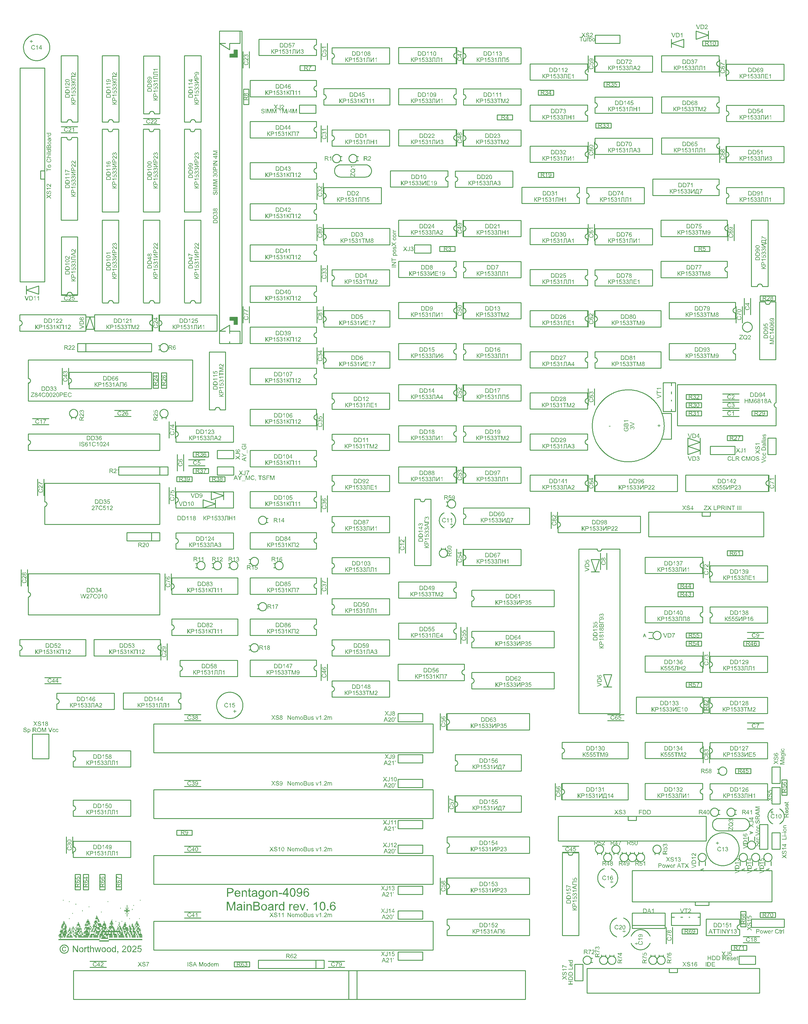
<source format=gto>
G04*
G04  File:            MAINBOARD-V10.6.9.GTO, Sat Sep 27 23:15:22 2025*
G04  Source:          P-CAD 2006 PCB, Version 19.02.958, (D:\PCAD-2006\Projects\Pentagon-4096\Hardware\MainBoard-v10.6.9.PCB)*
G04  Format:          Gerber Format (RS-274-D), ASCII*
G04*
G04  Format Options:  Absolute Positioning*
G04                   Leading-Zero Suppression*
G04                   Scale Factor 1:1*
G04                   NO Circular Interpolation*
G04                   Inch Units*
G04                   Numeric Format: 4.4 (XXXX.XXXX)*
G04                   G54 NOT Used for Aperture Change*
G04                   Apertures Embedded*
G04*
G04  File Options:    Offset = (0.0mil,0.0mil)*
G04                   Drill Symbol Size = 80.0mil*
G04                   No Pad/Via Holes*
G04*
G04  File Contents:   No Pads*
G04                   No Vias*
G04                   Designators*
G04                   Types*
G04                   Values*
G04                   No Drill Symbols*
G04                   Top Silk*
G04*
%INMAINBOARD-V10.6.9.GTO*%
%ICAS*%
%MOIN*%
G04*
G04  Aperture MACROs for general use --- invoked via D-code assignment *
G04*
G04  General MACRO for flashed round with rotation and/or offset hole *
%AMROTOFFROUND*
1,1,$1,0.0000,0.0000*
1,0,$2,$3,$4*%
G04*
G04  General MACRO for flashed oval (obround) with rotation and/or offset hole *
%AMROTOFFOVAL*
21,1,$1,$2,0.0000,0.0000,$3*
1,1,$4,$5,$6*
1,1,$4,0-$5,0-$6*
1,0,$7,$8,$9*%
G04*
G04  General MACRO for flashed oval (obround) with rotation and no hole *
%AMROTOVALNOHOLE*
21,1,$1,$2,0.0000,0.0000,$3*
1,1,$4,$5,$6*
1,1,$4,0-$5,0-$6*%
G04*
G04  General MACRO for flashed rectangle with rotation and/or offset hole *
%AMROTOFFRECT*
21,1,$1,$2,0.0000,0.0000,$3*
1,0,$4,$5,$6*%
G04*
G04  General MACRO for flashed rectangle with rotation and no hole *
%AMROTRECTNOHOLE*
21,1,$1,$2,0.0000,0.0000,$3*%
G04*
G04  General MACRO for flashed rounded-rectangle *
%AMROUNDRECT*
21,1,$1,$2-$4,0.0000,0.0000,$3*
21,1,$1-$4,$2,0.0000,0.0000,$3*
1,1,$4,$5,$6*
1,1,$4,$7,$8*
1,1,$4,0-$5,0-$6*
1,1,$4,0-$7,0-$8*
1,0,$9,$10,$11*%
G04*
G04  General MACRO for flashed rounded-rectangle with rotation and no hole *
%AMROUNDRECTNOHOLE*
21,1,$1,$2-$4,0.0000,0.0000,$3*
21,1,$1-$4,$2,0.0000,0.0000,$3*
1,1,$4,$5,$6*
1,1,$4,$7,$8*
1,1,$4,0-$5,0-$6*
1,1,$4,0-$7,0-$8*%
G04*
G04  General MACRO for flashed regular polygon *
%AMREGPOLY*
5,1,$1,0.0000,0.0000,$2,$3+$4*
1,0,$5,$6,$7*%
G04*
G04  General MACRO for flashed regular polygon with no hole *
%AMREGPOLYNOHOLE*
5,1,$1,0.0000,0.0000,$2,$3+$4*%
G04*
G04  General MACRO for target *
%AMTARGET*
6,0,0,$1,$2,$3,4,$4,$5,$6*%
G04*
G04  General MACRO for mounting hole *
%AMMTHOLE*
1,1,$1,0,0*
1,0,$2,0,0*
$1=$1-$2*
$1=$1/2*
21,1,$2+$1,$3,0,0,$4*
21,1,$3,$2+$1,0,0,$4*%
G04*
G04*
G04  D10 : "Ellipse X8.0mil Y8.0mil H0.0mil 0.0deg (0.0mil,0.0mil) Draw"*
G04  Disc: OuterDia=0.0080*
%ADD10C, 0.0080*%
G04  D11 : "Ellipse X10.0mil Y10.0mil H0.0mil 0.0deg (0.0mil,0.0mil) Draw"*
G04  Disc: OuterDia=0.0100*
%ADD11C, 0.0100*%
G04  D12 : "Ellipse X15.0mil Y15.0mil H0.0mil 0.0deg (0.0mil,0.0mil) Draw"*
G04  Disc: OuterDia=0.0150*
%ADD12C, 0.0150*%
G04  D13 : "Ellipse X20.0mil Y20.0mil H0.0mil 0.0deg (0.0mil,0.0mil) Draw"*
G04  Disc: OuterDia=0.0200*
%ADD13C, 0.0200*%
G04  D14 : "Ellipse X25.0mil Y25.0mil H0.0mil 0.0deg (0.0mil,0.0mil) Draw"*
G04  Disc: OuterDia=0.0250*
%ADD14C, 0.0250*%
G04  D15 : "Ellipse X30.0mil Y30.0mil H0.0mil 0.0deg (0.0mil,0.0mil) Draw"*
G04  Disc: OuterDia=0.0300*
%ADD15C, 0.0300*%
G04  D16 : "Ellipse X40.0mil Y40.0mil H0.0mil 0.0deg (0.0mil,0.0mil) Draw"*
G04  Disc: OuterDia=0.0400*
%ADD16C, 0.0400*%
G04  D17 : "Ellipse X5.0mil Y5.0mil H0.0mil 0.0deg (0.0mil,0.0mil) Draw"*
G04  Disc: OuterDia=0.0050*
%ADD17C, 0.0050*%
G04  D18 : "Ellipse X6.0mil Y6.0mil H0.0mil 0.0deg (0.0mil,0.0mil) Draw"*
G04  Disc: OuterDia=0.0060*
%ADD18C, 0.0060*%
G04  D19 : "Ellipse X9.8mil Y9.8mil H0.0mil 0.0deg (0.0mil,0.0mil) Draw"*
G04  Disc: OuterDia=0.0098*
%ADD19C, 0.0098*%
G04  D20 : "Ellipse X110.0mil Y110.0mil H0.0mil 0.0deg (0.0mil,0.0mil) Flash"*
G04  Disc: OuterDia=0.1100*
%ADD20C, 0.1100*%
G04  D21 : "Ellipse X200.0mil Y200.0mil H0.0mil 0.0deg (0.0mil,0.0mil) Flash"*
G04  Disc: OuterDia=0.2000*
%ADD21C, 0.2000*%
G04  D22 : "Ellipse X215.0mil Y215.0mil H0.0mil 0.0deg (0.0mil,0.0mil) Flash"*
G04  Disc: OuterDia=0.2150*
%ADD22C, 0.2150*%
G04  D23 : "Ellipse X50.0mil Y50.0mil H0.0mil 0.0deg (0.0mil,0.0mil) Flash"*
G04  Disc: OuterDia=0.0500*
%ADD23C, 0.0500*%
G04  D24 : "Ellipse X56.0mil Y56.0mil H0.0mil 0.0deg (0.0mil,0.0mil) Flash"*
G04  Disc: OuterDia=0.0560*
%ADD24C, 0.0560*%
G04  D25 : "Ellipse X60.0mil Y60.0mil H0.0mil 0.0deg (0.0mil,0.0mil) Flash"*
G04  Disc: OuterDia=0.0600*
%ADD25C, 0.0600*%
G04  D26 : "Ellipse X64.0mil Y64.0mil H0.0mil 0.0deg (0.0mil,0.0mil) Flash"*
G04  Disc: OuterDia=0.0640*
%ADD26C, 0.0640*%
G04  D27 : "Ellipse X65.0mil Y65.0mil H0.0mil 0.0deg (0.0mil,0.0mil) Flash"*
G04  Disc: OuterDia=0.0650*
%ADD27C, 0.0650*%
G04  D28 : "Ellipse X71.0mil Y71.0mil H0.0mil 0.0deg (0.0mil,0.0mil) Flash"*
G04  Disc: OuterDia=0.0710*
%ADD28C, 0.0710*%
G04  D29 : "Ellipse X75.0mil Y75.0mil H0.0mil 0.0deg (0.0mil,0.0mil) Flash"*
G04  Disc: OuterDia=0.0750*
%ADD29C, 0.0750*%
G04  D30 : "Ellipse X79.0mil Y79.0mil H0.0mil 0.0deg (0.0mil,0.0mil) Flash"*
G04  Disc: OuterDia=0.0790*
%ADD30C, 0.0790*%
G04  D31 : "Ellipse X90.0mil Y90.0mil H0.0mil 0.0deg (0.0mil,0.0mil) Flash"*
G04  Disc: OuterDia=0.0900*
%ADD31C, 0.0900*%
G04  D32 : "Ellipse X95.0mil Y95.0mil H0.0mil 0.0deg (0.0mil,0.0mil) Flash"*
G04  Disc: OuterDia=0.0950*
%ADD32C, 0.0950*%
G04  D33 : "Oval X75.0mil Y87.0mil H0.0mil 0.0deg (0.0mil,0.0mil) Flash"*
G04  Obround: DimX=0.0750, DimY=0.0870, Rotation=0.0, OffsetX=0.0000, OffsetY=0.0000, HoleDia=0.0000 *
%ADD33O, 0.0750 X0.0870*%
G04  D34 : "Oval X90.0mil Y102.0mil H0.0mil 0.0deg (0.0mil,0.0mil) Flash"*
G04  Obround: DimX=0.0900, DimY=0.1020, Rotation=0.0, OffsetX=0.0000, OffsetY=0.0000, HoleDia=0.0000 *
%ADD34O, 0.0900 X0.1020*%
G04  D35 : "Rectangle X110.0mil Y110.0mil H0.0mil 0.0deg (0.0mil,0.0mil) Flash"*
G04  Square: Side=0.1100, Rotation=0.0, OffsetX=0.0000, OffsetY=0.0000, HoleDia=0.0000*
%ADD35R, 0.1100 X0.1100*%
G04  D36 : "Rectangle X50.0mil Y50.0mil H0.0mil 0.0deg (0.0mil,0.0mil) Flash"*
G04  Square: Side=0.0500, Rotation=0.0, OffsetX=0.0000, OffsetY=0.0000, HoleDia=0.0000*
%ADD36R, 0.0500 X0.0500*%
G04  D37 : "Rectangle X56.0mil Y56.0mil H0.0mil 0.0deg (0.0mil,0.0mil) Flash"*
G04  Square: Side=0.0560, Rotation=0.0, OffsetX=0.0000, OffsetY=0.0000, HoleDia=0.0000*
%ADD37R, 0.0560 X0.0560*%
G04  D38 : "Rectangle X60.0mil Y60.0mil H0.0mil 0.0deg (0.0mil,0.0mil) Flash"*
G04  Square: Side=0.0600, Rotation=0.0, OffsetX=0.0000, OffsetY=0.0000, HoleDia=0.0000*
%ADD38R, 0.0600 X0.0600*%
G04  D39 : "Rectangle X64.0mil Y64.0mil H0.0mil 0.0deg (0.0mil,0.0mil) Flash"*
G04  Square: Side=0.0640, Rotation=0.0, OffsetX=0.0000, OffsetY=0.0000, HoleDia=0.0000*
%ADD39R, 0.0640 X0.0640*%
G04  D40 : "Rectangle X65.0mil Y65.0mil H0.0mil 0.0deg (0.0mil,0.0mil) Flash"*
G04  Square: Side=0.0650, Rotation=0.0, OffsetX=0.0000, OffsetY=0.0000, HoleDia=0.0000*
%ADD40R, 0.0650 X0.0650*%
G04  D41 : "Rectangle X71.0mil Y71.0mil H0.0mil 0.0deg (0.0mil,0.0mil) Flash"*
G04  Square: Side=0.0710, Rotation=0.0, OffsetX=0.0000, OffsetY=0.0000, HoleDia=0.0000*
%ADD41R, 0.0710 X0.0710*%
G04  D42 : "Rectangle X75.0mil Y75.0mil H0.0mil 0.0deg (0.0mil,0.0mil) Flash"*
G04  Square: Side=0.0750, Rotation=0.0, OffsetX=0.0000, OffsetY=0.0000, HoleDia=0.0000*
%ADD42R, 0.0750 X0.0750*%
G04  D43 : "Rectangle X75.0mil Y87.0mil H0.0mil 0.0deg (0.0mil,0.0mil) Flash"*
G04  Rectangular: DimX=0.0750, DimY=0.0870, Rotation=0.0, OffsetX=0.0000, OffsetY=0.0000, HoleDia=0.0000 *
%ADD43R, 0.0750 X0.0870*%
G04  D44 : "Rectangle X79.0mil Y79.0mil H0.0mil 0.0deg (0.0mil,0.0mil) Flash"*
G04  Square: Side=0.0790, Rotation=0.0, OffsetX=0.0000, OffsetY=0.0000, HoleDia=0.0000*
%ADD44R, 0.0790 X0.0790*%
G04  D45 : "Rectangle X90.0mil Y102.0mil H0.0mil 0.0deg (0.0mil,0.0mil) Flash"*
G04  Rectangular: DimX=0.0900, DimY=0.1020, Rotation=0.0, OffsetX=0.0000, OffsetY=0.0000, HoleDia=0.0000 *
%ADD45R, 0.0900 X0.1020*%
G04  D46 : "Rectangle X95.0mil Y95.0mil H0.0mil 0.0deg (0.0mil,0.0mil) Flash"*
G04  Square: Side=0.0950, Rotation=0.0, OffsetX=0.0000, OffsetY=0.0000, HoleDia=0.0000*
%ADD46R, 0.0950 X0.0950*%
G04  D47 : "Ellipse X102.0mil Y102.0mil H0.0mil 0.0deg (0.0mil,0.0mil) Flash"*
G04  Disc: OuterDia=0.1020*
%ADD47C, 0.1020*%
G04  D48 : "Ellipse X118.0mil Y118.0mil H0.0mil 0.0deg (0.0mil,0.0mil) Flash"*
G04  Disc: OuterDia=0.1180*
%ADD48C, 0.1180*%
G04  D49 : "Ellipse X133.0mil Y133.0mil H0.0mil 0.0deg (0.0mil,0.0mil) Flash"*
G04  Disc: OuterDia=0.1330*
%ADD49C, 0.1330*%
G04  D50 : "Ellipse X20.0mil Y20.0mil H0.0mil 0.0deg (0.0mil,0.0mil) Flash"*
G04  Disc: OuterDia=0.0200*
%ADD50C, 0.0200*%
G04  D51 : "Ellipse X35.0mil Y35.0mil H0.0mil 0.0deg (0.0mil,0.0mil) Flash"*
G04  Disc: OuterDia=0.0350*
%ADD51C, 0.0350*%
G04  D52 : "Ellipse X55.0mil Y55.0mil H0.0mil 0.0deg (0.0mil,0.0mil) Flash"*
G04  Disc: OuterDia=0.0550*
%ADD52C, 0.0550*%
G04  D53 : "Ellipse X70.0mil Y70.0mil H0.0mil 0.0deg (0.0mil,0.0mil) Flash"*
G04  Disc: OuterDia=0.0700*
%ADD53C, 0.0700*%
G04  D54 : "Ellipse X87.0mil Y87.0mil H0.0mil 0.0deg (0.0mil,0.0mil) Flash"*
G04  Disc: OuterDia=0.0870*
%ADD54C, 0.0870*%
G04*
%FSLAX44Y44*%
%SFA1B1*%
%OFA0.0000B0.0000*%
G04*
G70*
G90*
G01*
D2*
%LNTop Silk*%
%LPD*%
D11*
X106861Y106360*
X106958Y106369D1*
X107052Y106398*
X107139Y106444*
X107214Y106506*
X107277Y106582*
X107323Y106668*
X107351Y106762*
X107361Y106860*
X107351Y106957*
X107323Y107051*
X107277Y107137*
X107214Y107213*
X107139Y107275*
X107052Y107322*
X106958Y107350*
X106861Y107360*
X106763Y107350*
X106670Y107322*
X106583Y107275*
X106507Y107213*
X106445Y107137*
X106399Y107051*
X106370Y106957*
X106361Y106860*
X106370Y106762*
X106399Y106668*
X106445Y106582*
X106507Y106506*
X106583Y106444*
X106670Y106398*
X106763Y106369*
X106861Y106360*
D2*
D10*
X106440Y108200*
Y108120D1*
X106840Y108280D2*
X107000D1*
X106280D2*
X106680D1*
X106200Y108440D2*
X106520D1*
X106200Y108520D2*
X106520D1*
X106280Y108600D2*
X106520D1*
X106280Y108680D2*
X106520D1*
X107000Y109720D2*
X107080D1*
X107000Y109800D2*
X107080D1*
X106760Y110040D2*
X106920D1*
X106760Y110120D2*
X106920D1*
X106840Y110200D2*
Y110280D1*
X106680Y108440D2*
X107080D1*
X106680Y108520D2*
X107080D1*
X106680Y108600D2*
X107080D1*
X106680Y108680D2*
X107080D1*
X106360Y108920D2*
X106680D1*
X106360Y109000D2*
X106680D1*
X106440Y109080D2*
X106760D1*
X106440Y109160D2*
X106760D1*
X106680Y109240D2*
X107080D1*
X106680Y109320D2*
X107080D1*
X106520Y109400D2*
X106680D1*
X106520Y109480D2*
X106680D1*
X106520Y109560D2*
X106760D1*
X106520Y109640D2*
X106760D1*
X106600Y109720D2*
X106840D1*
X106600Y109800D2*
X106840D1*
X106680Y109880D2*
X107000D1*
X106680Y109960D2*
X107000D1*
X106840Y108360D2*
X107000D1*
X106280D2*
X106680D1*
X107240Y108440D2*
X107400D1*
X107240Y108520D2*
X107400D1*
X107560Y108440D2*
X107800D1*
X107560Y108520D2*
X107800D1*
X107320Y108600D2*
X107480D1*
X107320Y108680D2*
X107480D1*
X107640D2*
Y108600D1*
X107480Y108760D2*
X107800D1*
X107480Y108840D2*
X107800D1*
X107320Y108920D2*
X107400D1*
X107320Y109000D2*
X107400D1*
X107640Y108920D2*
X107720D1*
X107640Y109000D2*
X107720D1*
X107400Y109080D2*
X107640D1*
X107400Y109160D2*
X107640D1*
X107800Y109080D2*
Y109160D1*
X107480Y109240D2*
X107640D1*
X107480Y109320D2*
X107640D1*
X107560Y109400D2*
Y109480D1*
X107480Y110520D2*
Y110600D1*
X107800Y109240D2*
X107880D1*
X107800Y109320D2*
X107880D1*
X106840Y108920D2*
X107160D1*
X106840Y109000D2*
X107160D1*
X106920Y109080D2*
X107160D1*
X106920Y109160D2*
X107160D1*
X106920Y109400D2*
X107160D1*
X106920Y109480D2*
X107160D1*
X106920Y109560D2*
X107160D1*
X106920Y109640D2*
X107160D1*
X106440Y108760D2*
X107240D1*
X106440Y108840D2*
X107240D1*
X107160Y108280D2*
X107880D1*
X107160Y108360D2*
X107880D1*
X106760Y112760D2*
Y112840D1*
X107480Y112600D2*
Y112680D1*
X107880Y111160D2*
Y111240D1*
X108200Y108280D2*
X108440D1*
X108600D2*
X109800D1*
X108040Y108440D2*
X108360D1*
X108040Y108520D2*
X108360D1*
X108520Y108440D2*
X109000D1*
X108520Y108520D2*
X109000D1*
X108280Y108600D2*
X108600D1*
X108280Y108680D2*
X108600D1*
X108840Y108600D2*
Y108680D1*
X109000Y108600D2*
X109160D1*
X109000Y108680D2*
X109160D1*
X108120Y108760D2*
X108520D1*
X108120Y108840D2*
X108520D1*
X108680Y108760D2*
X108840D1*
X108680Y108840D2*
X108840D1*
X109000Y108760D2*
X109080D1*
X109000Y108840D2*
X109080D1*
X108280Y108920D2*
Y109000D1*
X108440Y108920D2*
X108680D1*
X108440Y109000D2*
X108680D1*
X108840Y108920D2*
X109000D1*
X108840Y109000D2*
X109000D1*
X108200Y109080D2*
X108360D1*
X108200Y109160D2*
X108360D1*
X108520Y109080D2*
X108760D1*
X108520Y109160D2*
X108760D1*
X108920Y109080D2*
Y109160D1*
X108040Y109240D2*
X108120D1*
X108040Y109320D2*
X108120D1*
X108360Y109240D2*
X109000D1*
X108360Y109320D2*
X109000D1*
X109320Y109240D2*
X109400D1*
X109320Y109320D2*
X109400D1*
X108280Y109400D2*
X108360D1*
X108280Y109480D2*
X108360D1*
X108520Y109400D2*
X108600D1*
X108520Y109480D2*
X108600D1*
X108760Y109400D2*
X108840D1*
X108760Y109480D2*
X108840D1*
X108440Y109560D2*
Y109640D1*
X108680Y109560D2*
X108840D1*
X108680Y109640D2*
X108840D1*
X109480Y109560D2*
X109560D1*
X109480Y109640D2*
X109560D1*
X108440Y109720D2*
X108760D1*
X108440Y109800D2*
X108760D1*
X108520Y109880D2*
X108680D1*
X108520Y109960D2*
X108680D1*
X109480Y109880D2*
X109560D1*
X109480Y109960D2*
X109560D1*
X108600Y110040D2*
Y110120D1*
X109960Y108920D2*
X110040D1*
X109960Y109000D2*
X110040D1*
X109880Y109080D2*
X109960D1*
X109880Y109160D2*
X109960D1*
X109880Y109560D2*
Y109640D1*
X110040Y109560D2*
X110120D1*
X110040Y109640D2*
X110120D1*
X109960Y109720D2*
Y109800D1*
X109720Y109880D2*
X110040D1*
X109720Y109960D2*
X110040D1*
X109720Y110360D2*
X109800D1*
X109720Y110440D2*
X109800D1*
X109240Y108440D2*
X109880D1*
X109240Y108520D2*
X109880D1*
X109480Y108600D2*
X109960D1*
X109480Y108680D2*
X109960D1*
X109240Y108760D2*
X109960D1*
X109240Y108840D2*
X109960D1*
X109320Y108920D2*
X109800D1*
X109320Y109000D2*
X109800D1*
X109480Y109080D2*
X109720D1*
X109480Y109160D2*
X109720D1*
X109560Y109240D2*
X110120D1*
X109560Y109320D2*
X110120D1*
X109400Y109400D2*
X109960D1*
X109400Y109480D2*
X109960D1*
X109400Y109720D2*
X109800D1*
X109400Y109800D2*
X109800D1*
X109560Y110040D2*
X109960D1*
X109560Y110120D2*
X109960D1*
X109640Y110200D2*
X109880D1*
X109640Y110280D2*
X109880D1*
X108200Y108360D2*
X108440D1*
X108600D2*
X109800D1*
X110680Y108600D2*
Y108680D1*
X110520Y108760D2*
Y108840D1*
X110440Y108920D2*
X110600D1*
X110440Y109000D2*
X110600D1*
X110520Y109080D2*
X110840D1*
X110520Y109160D2*
X110840D1*
X110280Y109240D2*
X110440D1*
X110280Y109320D2*
X110440D1*
X110600Y109240D2*
X110760D1*
X110600Y109320D2*
X110760D1*
X110440Y109400D2*
X110520D1*
X110440Y109480D2*
X110520D1*
X110360Y109560D2*
X110840D1*
X110360Y109640D2*
X110840D1*
X110440Y109720D2*
X110600D1*
X110440Y109800D2*
X110600D1*
X110760Y109720D2*
X110840D1*
X110760Y109800D2*
X110840D1*
X110600Y109880D2*
X110760D1*
X110600Y109960D2*
X110760D1*
X110600Y110200D2*
X110840D1*
X110600Y110280D2*
X110840D1*
X110760Y110360D2*
Y110440D1*
X110840Y110840D2*
Y110920D1*
X110520Y110040D2*
X110920D1*
X110520Y110120D2*
X110920D1*
X110760Y110680D2*
X110920D1*
X110760Y110760D2*
X110920D1*
X109960Y108280D2*
X110280D1*
X110040Y108440D2*
X110280D1*
X110040Y108520D2*
X110280D1*
X110120Y108600D2*
X110520D1*
X110120Y108680D2*
X110520D1*
X110200Y108920D2*
X110280D1*
X110200Y109000D2*
X110280D1*
X110200Y109080D2*
X110360D1*
X110200Y109160D2*
X110360D1*
X110120Y109400D2*
X110200D1*
X110120Y109480D2*
X110200D1*
X109960Y108360D2*
X110280D1*
X108280Y112280D2*
Y112360D1*
X109080Y111480D2*
Y111560D1*
X109880Y111960D2*
Y112040D1*
X111160Y107800D2*
X112280D1*
X111160Y107880D2*
X112280D1*
X111240Y108200D2*
Y108120D1*
X111400D2*
X112200D1*
X111400Y108200D2*
X112200D1*
X111160Y108280D2*
X111320D1*
X111480D2*
X111880D1*
X112360D2*
X112760D1*
X111160Y108440D2*
X111720D1*
X111160Y108520D2*
X111720D1*
X111960Y108440D2*
X112200D1*
X111960Y108520D2*
X112200D1*
X111240Y108600D2*
X111560D1*
X111240Y108680D2*
X111560D1*
X111320Y108760D2*
X111640D1*
X111320Y108840D2*
X111640D1*
X111800Y108760D2*
X112040D1*
X111800Y108840D2*
X112040D1*
X112200Y108760D2*
X112280D1*
X112200Y108840D2*
X112280D1*
X111160Y109080D2*
X111320D1*
X111160Y109160D2*
X111320D1*
X111480Y109080D2*
X111800D1*
X111480Y109160D2*
X111800D1*
X112040Y109080D2*
Y109160D1*
X112200Y109080D2*
X112440D1*
X112200Y109160D2*
X112440D1*
X111400Y109240D2*
X111560D1*
X111400Y109320D2*
X111560D1*
X111720Y109240D2*
X111960D1*
X111720Y109320D2*
X111960D1*
X112120Y109240D2*
Y109320D1*
X112440Y109240D2*
X112520D1*
X112440Y109320D2*
X112520D1*
X111480Y109400D2*
X112040D1*
X111480Y109480D2*
X112040D1*
X111080Y109560D2*
X111640D1*
X111080Y109640D2*
X111640D1*
X111800Y109560D2*
X111960D1*
X111800Y109640D2*
X111960D1*
X111560Y109720D2*
X111960D1*
X111560Y109800D2*
X111960D1*
X111640Y109880D2*
X111880D1*
X111640Y109960D2*
X111880D1*
X111720Y110040D2*
X111800D1*
X111720Y110120D2*
X111800D1*
X111720Y110200D2*
Y110280D1*
X112840Y108760D2*
X113000D1*
X112840Y108840D2*
X113000D1*
X112840Y109080D2*
X113080D1*
X112840Y109160D2*
X113080D1*
X112840Y109240D2*
X113000D1*
X112840Y109320D2*
X113000D1*
X112360Y108440D2*
X112760D1*
X112360Y108520D2*
X112760D1*
X111720Y108600D2*
X112680D1*
X111720Y108680D2*
X112680D1*
X112520Y108760D2*
X112680D1*
X112520Y108840D2*
X112680D1*
X112600Y109080D2*
X112680D1*
X112600Y109160D2*
X112680D1*
X112280Y109400D2*
X112920D1*
X112280Y109480D2*
X112920D1*
X112360Y109560D2*
X112840D1*
X112360Y109640D2*
X112840D1*
X112600Y109720D2*
X112680D1*
X112600Y109800D2*
X112680D1*
X112440Y109880D2*
X112840D1*
X112440Y109960D2*
X112840D1*
X112520Y110040D2*
X112760D1*
X112520Y110120D2*
X112760D1*
X112600Y110200D2*
X112680D1*
X112600Y110280D2*
X112680D1*
Y110360D2*
Y110440D1*
X111160Y108360D2*
X111320D1*
X111480D2*
X111880D1*
X112120D2*
Y108280D1*
X112360Y108360D2*
X112760D1*
X113400Y108600D2*
X113480D1*
X113400Y108680D2*
X113480D1*
X113320Y108760D2*
X113400D1*
X113320Y108840D2*
X113400D1*
X113240Y109080D2*
X113320D1*
X113240Y109160D2*
X113320D1*
X113480Y109080D2*
X113640D1*
X113480Y109160D2*
X113640D1*
X113320Y109240D2*
X113480D1*
X113320Y109320D2*
X113480D1*
X113400Y109400D2*
X113480D1*
X113400Y109480D2*
X113480D1*
X113640Y109400D2*
X113800D1*
X113640Y109480D2*
X113800D1*
X113400Y109560D2*
Y109640D1*
X113560Y109560D2*
X113720D1*
X113560Y109640D2*
X113720D1*
X113480Y109720D2*
X113560D1*
X113480Y109800D2*
X113560D1*
Y109880D2*
X113640D1*
X113560Y109960D2*
X113640D1*
X113560Y110040D2*
Y110120D1*
X113640Y109240D2*
X113880D1*
X113640Y109320D2*
X113880D1*
Y110200D2*
Y110280D1*
X112920Y108280D2*
X113320D1*
X112920Y108440D2*
X113320D1*
X112920Y108520D2*
X113320D1*
X112840Y108600D2*
X113240D1*
X112840Y108680D2*
X113240D1*
X113160Y110200D2*
Y110280D1*
X111400Y108920D2*
X113720D1*
X111400Y109000D2*
X113720D1*
X112920Y108360D2*
X113320D1*
X112200Y112600D2*
Y112680D1*
X111400Y111320D2*
Y111400D1*
X113720Y111800D2*
Y111880D1*
X114360Y108280D2*
X114600D1*
X114840D2*
X114920D1*
X115080D2*
X115560D1*
X115720D2*
X115880D1*
X114280Y108440D2*
X114520D1*
X114280Y108520D2*
X114520D1*
X114760Y108440D2*
X114920D1*
X114760Y108520D2*
X114920D1*
X115080Y108440D2*
X115560D1*
X115080Y108520D2*
X115560D1*
X114280Y108600D2*
X114520D1*
X114280Y108680D2*
X114520D1*
X114680Y108600D2*
X114840D1*
X114680Y108680D2*
X114840D1*
X115000Y108600D2*
X115160D1*
X115000Y108680D2*
X115160D1*
X115320Y108600D2*
X115480D1*
X115320Y108680D2*
X115480D1*
X114200Y108760D2*
X114280D1*
X114200Y108840D2*
X114280D1*
X114440Y108760D2*
X114760D1*
X114440Y108840D2*
X114760D1*
X114920Y108760D2*
X115160D1*
X114920Y108840D2*
X115160D1*
X114120Y108920D2*
X114360D1*
X114120Y109000D2*
X114360D1*
X114520Y108920D2*
X114600D1*
X114520Y109000D2*
X114600D1*
X114840Y108920D2*
X115080D1*
X114840Y109000D2*
X115080D1*
X115240Y108920D2*
X115560D1*
X115240Y109000D2*
X115560D1*
X114120Y109080D2*
X114200D1*
X114120Y109160D2*
X114200D1*
X114360Y109080D2*
X114680D1*
X114360Y109160D2*
X114680D1*
X114840Y109080D2*
X115000D1*
X114840Y109160D2*
X115000D1*
X115240Y109080D2*
X115400D1*
X115240Y109160D2*
X115400D1*
X114040Y109240D2*
X114680D1*
X114040Y109320D2*
X114680D1*
X114840Y109240D2*
X115080D1*
X114840Y109320D2*
X115080D1*
X115240Y109240D2*
X115480D1*
X115240Y109320D2*
X115480D1*
X114280Y109400D2*
X114600D1*
X114280Y109480D2*
X114600D1*
X114840Y109400D2*
X115000D1*
X114840Y109480D2*
X115000D1*
X115240Y109400D2*
X115400D1*
X115240Y109480D2*
X115400D1*
X114040Y109560D2*
X114360D1*
X114040Y109640D2*
X114360D1*
X114760Y109560D2*
X114920D1*
X114760Y109640D2*
X114920D1*
X115080Y109560D2*
X115320D1*
X115080Y109640D2*
X115320D1*
X115480Y109560D2*
Y109640D1*
X114120Y109720D2*
X114440D1*
X114120Y109800D2*
X114440D1*
X114840Y109720D2*
Y109800D1*
X115080Y109720D2*
X115240D1*
X115080Y109800D2*
X115240D1*
X115480Y109720D2*
X115560D1*
X115480Y109800D2*
X115560D1*
X114200Y109880D2*
X114360D1*
X114200Y109960D2*
X114360D1*
X115160Y109880D2*
Y109960D1*
X114280Y110040D2*
Y110120D1*
X114840Y110520D2*
Y110600D1*
X115720Y108440D2*
X115800D1*
X115720Y108520D2*
X115800D1*
Y108760D2*
X115960D1*
X115800Y108840D2*
X115960D1*
X115720Y108920D2*
X115960D1*
X115720Y109000D2*
X115960D1*
X116120Y108920D2*
Y109000D1*
X115720Y109240D2*
X116120D1*
X115720Y109320D2*
X116120D1*
X115800Y109400D2*
X115960D1*
X115800Y109480D2*
X115960D1*
Y109560D2*
X116040D1*
X115960Y109640D2*
X116040D1*
X115720Y109720D2*
X115960D1*
X115720Y109800D2*
X115960D1*
X115720Y110200D2*
Y110280D1*
X116040Y110520D2*
Y110600D1*
X115640Y108600D2*
X115720D1*
X115640Y108680D2*
X115720D1*
X115320Y108760D2*
X115640D1*
X115320Y108840D2*
X115640D1*
Y109080D2*
X115800D1*
X115640Y109160D2*
X115800D1*
X115560Y109400D2*
X115640D1*
X115560Y109480D2*
X115640D1*
Y109560D2*
X115800D1*
X115640Y109640D2*
X115800D1*
X115560Y109880D2*
X115880D1*
X115560Y109960D2*
X115880D1*
X115640Y110040D2*
X115800D1*
X115640Y110120D2*
X115800D1*
X114360Y108360D2*
X114600D1*
X114840D2*
X114920D1*
X115080D2*
X115560D1*
X115720D2*
X115880D1*
X116040Y108280D2*
X116360D1*
X115960Y108440D2*
X116360D1*
X115960Y108520D2*
X116360D1*
X115880Y108600D2*
X116280D1*
X115880Y108680D2*
X116280D1*
X116120Y108760D2*
X116200D1*
X116120Y108840D2*
X116200D1*
X115960Y109080D2*
X116200D1*
X115960Y109160D2*
X116200D1*
X116040Y108360D2*
X116360D1*
X114360Y111160D2*
Y111240D1*
X114680Y111160D2*
Y111240D1*
X114440Y111320D2*
X114600D1*
X114200Y111480D2*
X114840D1*
X114200Y111560D2*
X114840D1*
X114440Y111640D2*
X114600D1*
X114440Y111720D2*
X114600D1*
X114360Y111800D2*
Y111880D1*
X114520Y111800D2*
Y112200D1*
X114680Y111800D2*
Y111880D1*
X115160Y111640D2*
Y111720D1*
X115320Y112120D2*
Y112200D1*
X116120Y112760D2*
Y112840D1*
X114440Y111400D2*
X114600D1*
X114520Y110840D2*
Y111240D1*
X107960Y108600D2*
X108040D1*
X107960Y108680D2*
X108040D1*
X107960Y108840D2*
Y108760D1*
Y109080D2*
Y109160D1*
Y109560D2*
Y109640D1*
X107880Y108920D2*
X108040D1*
X107880Y109000D2*
X108040D1*
X107880Y109400D2*
X108040D1*
X107880Y109480D2*
X108040D1*
X111000Y109720D2*
X111400D1*
X111000Y109800D2*
X111400D1*
X111000Y110200D2*
X111160D1*
X111000Y110280D2*
X111160D1*
X110440Y108280D2*
X111000D1*
X110440Y108440D2*
X111000D1*
X110440Y108520D2*
X111000D1*
X110920Y108600D2*
X111080D1*
X110920Y108680D2*
X111080D1*
X110680Y108760D2*
X111160D1*
X110680Y108840D2*
X111160D1*
X110760Y108920D2*
X111240D1*
X110760Y109000D2*
X111240D1*
X110920Y109240D2*
X111240D1*
X110920Y109320D2*
X111240D1*
X110680Y109400D2*
X111160D1*
X110680Y109480D2*
X111160D1*
X110920Y109880D2*
X111320D1*
X110920Y109960D2*
X111320D1*
X110920Y110360D2*
X111080D1*
X110920Y110440D2*
X111080D1*
X110680Y110520D2*
X111000D1*
X110680Y110600D2*
X111000D1*
X110440Y108360D2*
X111000D1*
X113960Y109400D2*
X114120D1*
X113960Y109480D2*
X114120D1*
X113480Y108280D2*
X114200D1*
X113480Y108440D2*
X114120D1*
X113480Y108520D2*
X114120D1*
X113720Y108600D2*
X114040D1*
X113720Y108680D2*
X114040D1*
X113560Y108760D2*
X114040D1*
X113560Y108840D2*
X114040D1*
X113880Y108920D2*
X113960D1*
X113880Y109000D2*
X113960D1*
X113800Y109080D2*
X113960D1*
X113800Y109160D2*
X113960D1*
X113480Y108360D2*
X114200D1*
X112280Y108040D2*
X116360D1*
X112280Y107960D2*
X116360D1*
X106200Y108040D2*
X111160D1*
X106200Y107960D2*
X111160D1*
D2*
D11*
X154375Y125500*
Y123500D1*
X153625D2*
Y125500D1*
D2*
D10*
D11*
X155375Y155500*
Y153500D1*
X154625D2*
Y155500D1*
D2*
D10*
D11*
X155375Y185500*
Y183500D1*
X154625D2*
Y185500D1*
D2*
D10*
D11*
X155375Y206500*
Y204500D1*
X154625D2*
Y206500D1*
D2*
D10*
D11*
X104375Y164000*
Y162000D1*
X103625D2*
Y164000D1*
D2*
D10*
D11*
X107375Y177500*
Y175500D1*
X106625D2*
Y177500D1*
D2*
D10*
D11*
X109812Y115937*
X109187D1*
X109812Y114062D2*
X109187D1*
Y115937*
X109812D2*
Y114062D1*
D2*
D10*
D11*
X108812Y115937*
X108187D1*
X108812Y114062D2*
X108187D1*
Y115937*
X108812D2*
Y114062D1*
D2*
D10*
D11*
X111812Y115937*
X111187D1*
X111812Y114062D2*
X111187D1*
Y115937*
X111812D2*
Y114062D1*
D2*
D10*
D11*
X118625Y142000*
Y144000D1*
X119375D2*
Y142000D1*
D2*
D10*
D11*
X118312Y176937*
X117687D1*
X118312Y175062D2*
X117687D1*
Y176937*
X118312D2*
Y175062D1*
D2*
D10*
D11*
X118750Y171350*
Y171550D1*
X119250Y171350D2*
Y171550D1*
X119000Y171499D2*
X119097Y171509D1*
X119191Y171538*
X119277Y171584*
X119353Y171646*
X119415Y171722*
X119461Y171808*
X119490Y171902*
X119500Y172000*
X119490Y172097*
X119461Y172191*
X119415Y172277*
X119353Y172353*
X119277Y172415*
X119191Y172461*
X119097Y172490*
X119000Y172500*
X118902Y172490*
X118808Y172461*
X118722Y172415*
X118646Y172353*
X118584Y172277*
X118538Y172191*
X118509Y172097*
X118499Y172000*
X118509Y171902*
X118538Y171808*
X118584Y171722*
X118646Y171646*
X118722Y171584*
X118808Y171538*
X118902Y171509*
X119000Y171499*
D2*
D10*
D11*
X119312Y176937*
X118687D1*
X119312Y175062D2*
X118687D1*
Y176937*
X119312D2*
Y175062D1*
D2*
D10*
D11*
X117625Y182000*
Y184000D1*
X118375D2*
Y182000D1*
D2*
D10*
D11*
X120625Y165000*
Y167000D1*
X121375D2*
Y165000D1*
D2*
D10*
D11*
X126850Y153750*
X127050D1*
X126850Y153250D2*
X127050D1*
X126999Y153500D2*
X127009Y153402D1*
X127038Y153308*
X127084Y153222*
X127146Y153146*
X127222Y153084*
X127308Y153038*
X127402Y153009*
X127500Y152999*
X127597Y153009*
X127691Y153038*
X127777Y153084*
X127853Y153146*
X127915Y153222*
X127961Y153308*
X127990Y153402*
X128000Y153500*
X127990Y153597*
X127961Y153691*
X127915Y153777*
X127853Y153853*
X127777Y153915*
X127691Y153961*
X127597Y153990*
X127500Y154000*
X127402Y153990*
X127308Y153961*
X127222Y153915*
X127146Y153853*
X127084Y153777*
X127038Y153691*
X127009Y153597*
X126999Y153500*
D2*
D10*
D11*
X138125Y139500*
Y141500D1*
X138875D2*
Y139500D1*
D2*
D10*
D11*
X138125Y150000*
Y152000D1*
X138875D2*
Y150000D1*
D2*
D10*
D11*
X138125Y160000*
Y162000D1*
X138875D2*
Y160000D1*
D2*
D10*
D11*
Y190000*
Y188000D1*
X138125D2*
Y190000D1*
D2*
D10*
D11*
X138875Y217000*
Y215000D1*
X138125D2*
Y217000D1*
D2*
D10*
D11*
X148375Y157000*
Y155000D1*
X147625D2*
Y157000D1*
D2*
D10*
D11*
X155375Y165500*
Y163500D1*
X154625D2*
Y165500D1*
D2*
D10*
D11*
X155375Y175500*
Y173500D1*
X154625D2*
Y175500D1*
D2*
D10*
D11*
X155375Y216500*
Y214500D1*
X154625D2*
Y216500D1*
D2*
D10*
D11*
X167375Y127000*
Y125000D1*
X166625D2*
Y127000D1*
D2*
D10*
D11*
X166875Y160000*
Y158000D1*
X166125D2*
Y160000D1*
D2*
D10*
D11*
X172750Y106150*
Y105950D1*
X172250Y106150D2*
Y105950D1*
X172500Y106000D2*
X172402Y105990D1*
X172308Y105961*
X172222Y105915*
X172146Y105853*
X172084Y105777*
X172038Y105691*
X172009Y105597*
X171999Y105500*
X172009Y105402*
X172038Y105308*
X172084Y105222*
X172146Y105146*
X172222Y105084*
X172308Y105038*
X172402Y105009*
X172500Y104999*
X172597Y105009*
X172691Y105038*
X172777Y105084*
X172853Y105146*
X172915Y105222*
X172961Y105308*
X172990Y105402*
X173000Y105500*
X172990Y105597*
X172961Y105691*
X172915Y105777*
X172853Y105853*
X172777Y105915*
X172691Y105961*
X172597Y105990*
X172500Y106000*
D2*
D10*
D11*
X173250Y118650*
Y118450D1*
X172750Y118650D2*
Y118450D1*
X173000Y118500D2*
X172902Y118490D1*
X172808Y118461*
X172722Y118415*
X172646Y118353*
X172584Y118277*
X172538Y118191*
X172509Y118097*
X172499Y118000*
X172509Y117902*
X172538Y117808*
X172584Y117722*
X172646Y117646*
X172722Y117584*
X172808Y117538*
X172902Y117509*
X173000Y117499*
X173097Y117509*
X173191Y117538*
X173277Y117584*
X173353Y117646*
X173415Y117722*
X173461Y117808*
X173490Y117902*
X173500Y118000*
X173490Y118097*
X173461Y118191*
X173415Y118277*
X173353Y118353*
X173277Y118415*
X173191Y118461*
X173097Y118490*
X173000Y118500*
D2*
D10*
D11*
X171750Y118350*
Y118550D1*
X172250Y118350D2*
Y118550D1*
X172000Y118499D2*
X172097Y118509D1*
X172191Y118538*
X172277Y118584*
X172353Y118646*
X172415Y118722*
X172461Y118808*
X172490Y118902*
X172500Y119000*
X172490Y119097*
X172461Y119191*
X172415Y119277*
X172353Y119353*
X172277Y119415*
X172191Y119461*
X172097Y119490*
X172000Y119500*
X171902Y119490*
X171808Y119461*
X171722Y119415*
X171646Y119353*
X171584Y119277*
X171538Y119191*
X171509Y119097*
X171499Y119000*
X171509Y118902*
X171538Y118808*
X171584Y118722*
X171646Y118646*
X171722Y118584*
X171808Y118538*
X171902Y118509*
X172000Y118499*
D2*
D10*
D11*
X173500Y140250*
X172500D1*
X173500Y138750D2*
X172500D1*
X173500Y140250D2*
X173000Y138750D1*
X172500Y140250*
D2*
D10*
D11*
X172125Y153000*
Y155000D1*
X172875D2*
Y153000D1*
D2*
D10*
D11*
X175250Y118650*
Y118450D1*
X174750Y118650D2*
Y118450D1*
X175000Y118500D2*
X174902Y118490D1*
X174808Y118461*
X174722Y118415*
X174646Y118353*
X174584Y118277*
X174538Y118191*
X174509Y118097*
X174499Y118000*
X174509Y117902*
X174538Y117808*
X174584Y117722*
X174646Y117646*
X174722Y117584*
X174808Y117538*
X174902Y117509*
X175000Y117499*
X175097Y117509*
X175191Y117538*
X175277Y117584*
X175353Y117646*
X175415Y117722*
X175461Y117808*
X175490Y117902*
X175500Y118000*
X175490Y118097*
X175461Y118191*
X175415Y118277*
X175353Y118353*
X175277Y118415*
X175191Y118461*
X175097Y118490*
X175000Y118500*
D2*
D10*
D11*
X176250Y118650*
Y118450D1*
X175750Y118650D2*
Y118450D1*
X176000Y118500D2*
X175902Y118490D1*
X175808Y118461*
X175722Y118415*
X175646Y118353*
X175584Y118277*
X175538Y118191*
X175509Y118097*
X175499Y118000*
X175509Y117902*
X175538Y117808*
X175584Y117722*
X175646Y117646*
X175722Y117584*
X175808Y117538*
X175902Y117509*
X176000Y117499*
X176097Y117509*
X176191Y117538*
X176277Y117584*
X176353Y117646*
X176415Y117722*
X176461Y117808*
X176490Y117902*
X176500Y118000*
X176490Y118097*
X176461Y118191*
X176415Y118277*
X176353Y118353*
X176277Y118415*
X176191Y118461*
X176097Y118490*
X176000Y118500*
D2*
D10*
D11*
X178750Y106150*
Y105950D1*
X178250Y106150D2*
Y105950D1*
X178500Y106000D2*
X178402Y105990D1*
X178308Y105961*
X178222Y105915*
X178146Y105853*
X178084Y105777*
X178038Y105691*
X178009Y105597*
X177999Y105500*
X178009Y105402*
X178038Y105308*
X178084Y105222*
X178146Y105146*
X178222Y105084*
X178308Y105038*
X178402Y105009*
X178500Y104999*
X178597Y105009*
X178691Y105038*
X178777Y105084*
X178853Y105146*
X178915Y105222*
X178961Y105308*
X178990Y105402*
X179000Y105500*
X178990Y105597*
X178961Y105691*
X178915Y105777*
X178853Y105853*
X178777Y105915*
X178691Y105961*
X178597Y105990*
X178500Y106000*
D2*
D10*
D11*
D18*
X184706Y116650*
X184312Y116500D1*
X184706Y116350*
X184575Y116406D2*
Y116593D1*
D2*
D11*
X184875Y117500*
Y117000D1*
X184125Y117500D2*
Y117000D1*
X185000Y118000D2*
X184990Y118097D1*
X184961Y118191*
X184915Y118277*
X184853Y118353*
X184777Y118415*
X184691Y118461*
X184597Y118490*
X184500Y118500*
X184402Y118490*
X184308Y118461*
X184222Y118415*
X184146Y118353*
X184084Y118277*
X184038Y118191*
X184009Y118097*
X183999Y118000*
X184009Y117902*
X184038Y117808*
X184084Y117722*
X184146Y117646*
X184222Y117584*
X184308Y117538*
X184402Y117509*
X184500Y117499*
X184597Y117509*
X184691Y117538*
X184777Y117584*
X184853Y117646*
X184915Y117722*
X184961Y117808*
X184990Y117902*
X185000Y118000*
D2*
D10*
D11*
X184625Y129500*
Y131500D1*
X185375D2*
Y129500D1*
D2*
D10*
D11*
Y143000*
Y141000D1*
X184625D2*
Y143000D1*
D2*
D10*
D11*
X184687Y135562*
X185312D1*
X184687Y137437D2*
X185312D1*
Y135562*
X184687D2*
Y137437D1*
D2*
D10*
D11*
X185375Y154000*
Y152000D1*
X184625D2*
Y154000D1*
D2*
D10*
D11*
X187375Y204500*
Y202500D1*
X186625D2*
Y204500D1*
D2*
D10*
D11*
X187375Y215000*
Y213000D1*
X186625D2*
Y215000D1*
D2*
D10*
D18*
X191206Y116650*
X190812Y116500D1*
X191206Y116350*
X191075Y116406D2*
Y116593D1*
D2*
D11*
X191375Y117500*
Y117000D1*
X190625Y117500D2*
Y117000D1*
X191500Y118000D2*
X191490Y118097D1*
X191461Y118191*
X191415Y118277*
X191353Y118353*
X191277Y118415*
X191191Y118461*
X191097Y118490*
X191000Y118500*
X190902Y118490*
X190808Y118461*
X190722Y118415*
X190646Y118353*
X190584Y118277*
X190538Y118191*
X190509Y118097*
X190499Y118000*
X190509Y117902*
X190538Y117808*
X190584Y117722*
X190646Y117646*
X190722Y117584*
X190808Y117538*
X190902Y117509*
X191000Y117499*
X191097Y117509*
X191191Y117538*
X191277Y117584*
X191353Y117646*
X191415Y117722*
X191461Y117808*
X191490Y117902*
X191500Y118000*
D2*
D10*
D18*
X190293Y120849*
X190687Y120999D1*
X190293Y121149*
X190425Y121093D2*
Y120906D1*
D2*
D11*
X190125Y120000*
Y120500D1*
X190875Y120000D2*
Y120500D1*
X189999Y119500D2*
X190009Y119402D1*
X190038Y119308*
X190084Y119222*
X190146Y119146*
X190222Y119084*
X190308Y119038*
X190402Y119009*
X190500Y118999*
X190597Y119009*
X190691Y119038*
X190777Y119084*
X190853Y119146*
X190915Y119222*
X190961Y119308*
X190990Y119402*
X191000Y119500*
X190990Y119597*
X190961Y119691*
X190915Y119777*
X190853Y119853*
X190777Y119915*
X190691Y119961*
X190597Y119990*
X190500Y120000*
X190402Y119990*
X190308Y119961*
X190222Y119915*
X190146Y119853*
X190084Y119777*
X190038Y119691*
X190009Y119597*
X189999Y119500*
D2*
D10*
D11*
X189625Y184000*
Y186000D1*
X190375D2*
Y184000D1*
D2*
D10*
D11*
X193077Y123906*
X192990Y123860D1*
X192907Y123805*
X192831Y123743*
X192761Y123674*
X192698Y123598*
X192643Y123516*
X192596Y123429*
X192559Y123338*
X192530Y123244*
X192510Y123147*
X192501Y123049*
Y122950*
X192510Y122852*
X192530Y122755*
X192559Y122661*
X192596Y122570*
X192643Y122483*
X192698Y122401*
X192761Y122325*
X192831Y122256*
X192907Y122194*
X192990Y122139*
X193077Y122093*
X193922D2*
X194009Y122139D1*
X194092Y122194*
X194168Y122256*
X194238Y122325*
X194301Y122401*
X194356Y122483*
X194403Y122570*
X194440Y122661*
X194469Y122755*
X194489Y122852*
X194498Y122950*
Y123049*
X194489Y123147*
X194469Y123244*
X194440Y123338*
X194403Y123429*
X194356Y123516*
X194301Y123598*
X194238Y123674*
X194168Y123743*
X194092Y123805*
X194009Y123860*
X193922Y123906*
D2*
D10*
D11*
X194000Y129000*
X193000D1*
Y127000D2*
X194000D1*
Y129000*
X193000D2*
Y127000D1*
D2*
D10*
D11*
X192625Y162500*
Y164500D1*
X193375D2*
Y162500D1*
D2*
D10*
D11*
X109500Y182250*
X110500D1*
X109500Y183750D2*
X110500D1*
X109500Y182250D2*
X110000Y183750D1*
X110500Y182250*
D2*
D10*
D11*
X138875Y207000*
Y205000D1*
X138125D2*
Y207000D1*
D2*
D10*
D11*
X155375Y195500*
Y193500D1*
X154625D2*
Y195500D1*
D2*
D10*
D11*
X180125Y107500*
Y109500D1*
X180875D2*
Y107500D1*
D2*
D10*
D11*
X187625Y193000*
Y195000D1*
X188375D2*
Y193000D1*
D2*
D10*
D11*
X189187Y109562*
X189812D1*
X189187Y111437D2*
X189812D1*
Y109562*
X189187D2*
Y111437D1*
D2*
D10*
D11*
X193000Y119000*
X194000D1*
Y121000D2*
X193000D1*
Y119000*
X194000D2*
Y121000D1*
D2*
D10*
D11*
X106500Y139125*
X104500D1*
Y139875D2*
X106500D1*
D2*
D10*
D11*
X119875Y152500*
Y150500D1*
X119125D2*
Y152500D1*
D2*
D10*
D11*
X113000Y172375*
X115000D1*
Y171625D2*
X113000D1*
D2*
D10*
D11*
X116500Y207875*
X118500D1*
Y207125D2*
X116500D1*
D2*
D10*
D11*
X130350Y148750*
X130550D1*
X130350Y148250D2*
X130550D1*
X130499Y148500D2*
X130509Y148402D1*
X130538Y148308*
X130584Y148222*
X130646Y148146*
X130722Y148084*
X130808Y148038*
X130902Y148009*
X131000Y147999*
X131097Y148009*
X131191Y148038*
X131277Y148084*
X131353Y148146*
X131415Y148222*
X131461Y148308*
X131490Y148402*
X131500Y148500*
X131490Y148597*
X131461Y148691*
X131415Y148777*
X131353Y148853*
X131277Y148915*
X131191Y148961*
X131097Y148990*
X131000Y149000*
X130902Y148990*
X130808Y148961*
X130722Y148915*
X130646Y148853*
X130584Y148777*
X130538Y148691*
X130509Y148597*
X130499Y148500*
D2*
D10*
D11*
X124562Y164312*
Y163687D1*
X126437Y164312D2*
Y163687D1*
X124562*
Y164312D2*
X126437D1*
D2*
D10*
D11*
X124000Y165625*
X122000D1*
Y166375D2*
X124000D1*
D2*
D10*
D11*
X122562Y167312*
Y166687D1*
X124437Y167312D2*
Y166687D1*
X122562*
Y167312D2*
X124437D1*
D2*
D10*
D11*
X142650Y202750*
X142450D1*
X142650Y203250D2*
X142450D1*
X142500Y203000D2*
X142490Y203097D1*
X142461Y203191*
X142415Y203277*
X142353Y203353*
X142277Y203415*
X142191Y203461*
X142097Y203490*
X142000Y203500*
X141902Y203490*
X141808Y203461*
X141722Y203415*
X141646Y203353*
X141584Y203277*
X141538Y203191*
X141509Y203097*
X141499Y203000*
X141509Y202902*
X141538Y202808*
X141584Y202722*
X141646Y202646*
X141722Y202584*
X141808Y202538*
X141902Y202509*
X142000Y202499*
X142097Y202509*
X142191Y202538*
X142277Y202584*
X142353Y202646*
X142415Y202722*
X142461Y202808*
X142490Y202902*
X142500Y203000*
D2*
D10*
D11*
X140650Y202750*
X140450D1*
X140650Y203250D2*
X140450D1*
X140500Y203000D2*
X140490Y203097D1*
X140461Y203191*
X140415Y203277*
X140353Y203353*
X140277Y203415*
X140191Y203461*
X140097Y203490*
X140000Y203500*
X139902Y203490*
X139808Y203461*
X139722Y203415*
X139646Y203353*
X139584Y203277*
X139538Y203191*
X139509Y203097*
X139499Y203000*
X139509Y202902*
X139538Y202808*
X139584Y202722*
X139646Y202646*
X139722Y202584*
X139808Y202538*
X139902Y202509*
X140000Y202499*
X140097Y202509*
X140191Y202538*
X140277Y202584*
X140353Y202646*
X140415Y202722*
X140461Y202808*
X140490Y202902*
X140500Y203000*
D2*
D10*
D11*
X135562Y214312*
Y213687D1*
X137437Y214312D2*
Y213687D1*
X135562*
Y214312D2*
X137437D1*
D2*
D10*
D11*
X150500Y119500*
Y118500D1*
X147500D2*
Y119500D1*
X150500Y118500D2*
X147500D1*
Y119500D2*
X150500D1*
D2*
D10*
D11*
Y122500*
Y121500D1*
X147500D2*
Y122500D1*
X150500Y121500D2*
X147500D1*
Y122500D2*
X150500D1*
D2*
D10*
D11*
Y127500*
Y126500D1*
X147500D2*
Y127500D1*
X150500Y126500D2*
X147500D1*
Y127500D2*
X150500D1*
D2*
D10*
D11*
Y130500*
Y129500D1*
X147500D2*
Y130500D1*
X150500Y129500D2*
X147500D1*
Y130500D2*
X150500D1*
D2*
D10*
D11*
X161437Y207687*
Y208312D1*
X159562Y207687D2*
Y208312D1*
X161437*
Y207687D2*
X159562D1*
D2*
D10*
D11*
X166437Y210687*
Y211312D1*
X164562Y210687D2*
Y211312D1*
X166437*
Y210687D2*
X164562D1*
D2*
D10*
D11*
X174918Y110650*
X175010Y110612D1*
X175099Y110567*
X175184Y110514*
X175264Y110455*
X175339Y110390*
X175409Y110319*
X175473Y110242*
X175530Y110160*
X175580Y110074*
X175623Y109984*
X175659Y109891*
X175687Y109796*
X175707Y109698*
X175719Y109599*
X175723Y109500*
X175719Y109400*
X175707Y109301*
X175687Y109203*
X175659Y109108*
X175623Y109015*
X175580Y108925*
X175530Y108839*
X175473Y108757*
X175409Y108680*
X175339Y108609*
X175264Y108544*
X175184Y108485*
X175099Y108432*
X175010Y108387*
X174918Y108349*
X174081D2*
X173989Y108387D1*
X173900Y108432*
X173815Y108485*
X173735Y108544*
X173660Y108609*
X173590Y108680*
X173526Y108757*
X173469Y108839*
X173419Y108925*
X173376Y109015*
X173340Y109108*
X173312Y109203*
X173292Y109301*
X173280Y109400*
X173276Y109500*
X173280Y109599*
X173292Y109698*
X173312Y109796*
X173340Y109891*
X173376Y109984*
X173419Y110074*
X173469Y110160*
X173526Y110242*
X173590Y110319*
X173660Y110390*
X173735Y110455*
X173815Y110514*
X173900Y110567*
X173989Y110612*
X174081Y110650*
D2*
D10*
D11*
X173418Y114349*
X173510Y114387D1*
X173599Y114432*
X173684Y114485*
X173764Y114544*
X173839Y114609*
X173909Y114680*
X173973Y114757*
X174030Y114839*
X174080Y114925*
X174123Y115015*
X174159Y115108*
X174187Y115203*
X174207Y115301*
X174219Y115400*
X174223Y115500*
X174219Y115599*
X174207Y115698*
X174187Y115796*
X174159Y115891*
X174123Y115984*
X174080Y116074*
X174030Y116160*
X173973Y116242*
X173909Y116319*
X173839Y116390*
X173764Y116455*
X173684Y116514*
X173599Y116567*
X173510Y116612*
X173418Y116650*
X172581D2*
X172489Y116612D1*
X172400Y116567*
X172315Y116514*
X172235Y116455*
X172160Y116390*
X172090Y116319*
X172026Y116242*
X171969Y116160*
X171919Y116074*
X171876Y115984*
X171840Y115891*
X171812Y115796*
X171792Y115698*
X171780Y115599*
X171776Y115500*
X171780Y115400*
X171792Y115301*
X171812Y115203*
X171840Y115108*
X171876Y115015*
X171919Y114925*
X171969Y114839*
X172026Y114757*
X172090Y114680*
X172160Y114609*
X172235Y114544*
X172315Y114485*
X172400Y114432*
X172489Y114387*
X172581Y114349*
D2*
D10*
D11*
X178750Y118350*
Y118550D1*
X179250Y118350D2*
Y118550D1*
X179000Y118499D2*
X179097Y118509D1*
X179191Y118538*
X179277Y118584*
X179353Y118646*
X179415Y118722*
X179461Y118808*
X179490Y118902*
X179500Y119000*
X179490Y119097*
X179461Y119191*
X179415Y119277*
X179353Y119353*
X179277Y119415*
X179191Y119461*
X179097Y119490*
X179000Y119500*
X178902Y119490*
X178808Y119461*
X178722Y119415*
X178646Y119353*
X178584Y119277*
X178538Y119191*
X178509Y119097*
X178499Y119000*
X178509Y118902*
X178538Y118808*
X178584Y118722*
X178646Y118646*
X178722Y118584*
X178808Y118538*
X178902Y118509*
X179000Y118499*
D2*
D10*
D11*
X178000Y144625*
X178500D1*
X178000Y145375D2*
X178500D1*
X179000Y144499D2*
X179097Y144509D1*
X179191Y144538*
X179277Y144584*
X179353Y144646*
X179415Y144722*
X179461Y144808*
X179490Y144902*
X179500Y145000*
X179490Y145097*
X179461Y145191*
X179415Y145277*
X179353Y145353*
X179277Y145415*
X179191Y145461*
X179097Y145490*
X179000Y145500*
X178902Y145490*
X178808Y145461*
X178722Y145415*
X178646Y145353*
X178584Y145277*
X178538Y145191*
X178509Y145097*
X178499Y145000*
X178509Y144902*
X178538Y144808*
X178584Y144722*
X178646Y144646*
X178722Y144584*
X178808Y144538*
X178902Y144509*
X179000Y144499*
D2*
D18*
X177650Y144793*
X177500Y145187D1*
X177350Y144793*
X177406Y144925D2*
X177593D1*
D2*
D11*
D10*
D11*
X171375Y164500*
Y162500D1*
X170625D2*
Y164500D1*
D2*
D10*
D11*
X172562Y212312*
Y211687D1*
X174437Y212312D2*
Y211687D1*
X172562*
Y212312D2*
X174437D1*
D2*
D10*
D11*
X171375Y215500*
Y213500D1*
X170625D2*
Y215500D1*
D2*
D10*
D11*
X188062Y107312*
Y106687D1*
X189937Y107312D2*
Y106687D1*
X188062*
Y107312D2*
X189937D1*
D2*
D10*
D11*
X186500Y121250*
X186402Y121256D1*
X186305Y121275*
X186212Y121307*
X186125Y121350*
X186043Y121404*
X185969Y121469*
X185904Y121543*
X185850Y121625*
X185807Y121712*
X185775Y121805*
X185756Y121902*
X185750Y122000*
X185756Y122097*
X185775Y122194*
X185807Y122287*
X185850Y122375*
X185904Y122456*
X185969Y122530*
X186043Y122595*
X186125Y122649*
X186212Y122692*
X186305Y122724*
X186402Y122743*
X186500Y122750*
X189500D2*
X189597Y122743D1*
X189694Y122724*
X189787Y122692*
X189875Y122649*
X189956Y122595*
X190030Y122530*
X190095Y122456*
X190149Y122375*
X190192Y122287*
X190224Y122194*
X190243Y122097*
X190250Y122000*
X190243Y121902*
X190224Y121805*
X190192Y121712*
X190149Y121625*
X190095Y121543*
X190030Y121469*
X189956Y121404*
X189875Y121350*
X189787Y121307*
X189694Y121275*
X189597Y121256*
X189500Y121250*
X186500D2*
X189500D1*
X186500Y122750D2*
X189500D1*
D2*
D10*
D11*
X192000Y133625*
X190000D1*
Y134375D2*
X192000D1*
D2*
D10*
D11*
X184437Y138687*
Y139312D1*
X182562Y138687D2*
Y139312D1*
X184437*
Y138687D2*
X182562D1*
D2*
D10*
D11*
X190000Y145375*
X192000D1*
Y144625D2*
X190000D1*
D2*
D10*
D11*
X184437Y144687*
Y145312D1*
X182562Y144687D2*
Y145312D1*
X184437*
Y144687D2*
X182562D1*
D2*
D10*
D11*
X189437Y154687*
Y155312D1*
X187562Y154687D2*
Y155312D1*
X189437*
Y154687D2*
X187562D1*
D2*
D10*
D11*
Y169312*
Y168687D1*
X189437Y169312D2*
Y168687D1*
X187562*
Y169312D2*
X189437D1*
D2*
D10*
D11*
X189000Y171625*
X187000D1*
Y172375D2*
X189000D1*
D2*
D10*
D11*
X187000Y173375*
X189000D1*
Y172625D2*
X187000D1*
D2*
D10*
D11*
X182562Y173312*
Y172687D1*
X184437Y173312D2*
Y172687D1*
X182562*
Y173312D2*
X184437D1*
D2*
D10*
D11*
Y171687*
Y172312D1*
X182562Y171687D2*
Y172312D1*
X184437*
Y171687D2*
X182562D1*
D2*
D10*
D11*
X186437Y216687*
Y217312D1*
X184562Y216687D2*
Y217312D1*
X186437*
Y216687D2*
X184562D1*
D2*
D10*
D11*
X107875Y120500*
Y118500D1*
X107125D2*
Y120500D1*
D2*
D10*
D11*
X102375Y153000*
Y151000D1*
X101625D2*
Y153000D1*
D2*
D10*
D11*
X103000Y171375*
X105000D1*
Y170625D2*
X103000D1*
D2*
D10*
D11*
X107750Y171350*
Y171550D1*
X108250Y171350D2*
Y171550D1*
X108000Y171499D2*
X108097Y171509D1*
X108191Y171538*
X108277Y171584*
X108353Y171646*
X108415Y171722*
X108461Y171808*
X108490Y171902*
X108500Y172000*
X108490Y172097*
X108461Y172191*
X108415Y172277*
X108353Y172353*
X108277Y172415*
X108191Y172461*
X108097Y172490*
X108000Y172500*
X107902Y172490*
X107808Y172461*
X107722Y172415*
X107646Y172353*
X107584Y172277*
X107538Y172191*
X107509Y172097*
X107499Y172000*
X107509Y171902*
X107538Y171808*
X107584Y171722*
X107646Y171646*
X107722Y171584*
X107808Y171538*
X107902Y171509*
X108000Y171499*
D2*
D10*
D11*
X106500Y186375*
X108500D1*
Y185625D2*
X106500D1*
D2*
D10*
D11*
X103750Y186500*
Y187500D1*
X102250Y186500D2*
Y187500D1*
X103750Y186500D2*
X102250Y187000D1*
X103750Y187500*
D2*
D10*
D11*
X106500Y206875*
X108500D1*
Y206125D2*
X106500D1*
D2*
D10*
D11*
X112000Y104625*
X110000D1*
Y105375D2*
X112000D1*
D2*
D10*
D11*
X113812Y115937*
X113187D1*
X113812Y114062D2*
X113187D1*
Y115937*
X113812D2*
Y114062D1*
D2*
D10*
D19*
X121051Y136723*
X120958Y136738D1*
X120874Y136780*
X120808Y136847*
X120765Y136930*
X120751Y137023*
X120765Y137116*
X120808Y137199*
X120874Y137266*
X120958Y137308*
X121051Y137323*
Y136723D2*
Y136039D1*
X114043Y138007D2*
X121051D1*
Y136039D2*
X114043D1*
X121051Y138007D2*
Y137323D1*
X114043Y136039D2*
Y138007D1*
D2*
D10*
D11*
X120375Y163000*
Y161000D1*
X119625D2*
Y163000D1*
D2*
D10*
D11*
X113500Y164500*
Y165500D1*
X118500D2*
Y164500D1*
X119500Y165500D2*
Y164500D1*
X113500Y165500D2*
X119500D1*
Y164500D2*
X113500D1*
D2*
D10*
D11*
X118350Y180250*
X118550D1*
X118350Y179750D2*
X118550D1*
X118499Y180000D2*
X118509Y179902D1*
X118538Y179808*
X118584Y179722*
X118646Y179646*
X118722Y179584*
X118808Y179538*
X118902Y179509*
X119000Y179499*
X119097Y179509*
X119191Y179538*
X119277Y179584*
X119353Y179646*
X119415Y179722*
X119461Y179808*
X119490Y179902*
X119500Y180000*
X119490Y180097*
X119461Y180191*
X119415Y180277*
X119353Y180353*
X119277Y180415*
X119191Y180461*
X119097Y180490*
X119000Y180500*
X118902Y180490*
X118808Y180461*
X118722Y180415*
X118646Y180353*
X118584Y180277*
X118538Y180191*
X118509Y180097*
X118499Y180000*
D2*
D10*
D19*
X117823Y208448*
X117808Y208541D1*
X117766Y208625*
X117699Y208691*
X117616Y208734*
X117523Y208748*
X117430Y208734*
X117347Y208691*
X117280Y208625*
X117238Y208541*
X117223Y208448*
X116539*
X118507Y215456D2*
Y208448D1*
X116539D2*
Y215456D1*
X118507Y208448D2*
X117823D1*
X116539Y215456D2*
X118507D1*
D2*
D10*
D19*
X112823Y207448*
X112808Y207541D1*
X112766Y207625*
X112699Y207691*
X112616Y207734*
X112523Y207748*
X112430Y207734*
X112347Y207691*
X112280Y207625*
X112238Y207541*
X112223Y207448*
X111500*
X113508Y215500D2*
Y207449D1*
X111500D2*
Y215500D1*
X113507Y207448D2*
X112823D1*
X111500Y215500D2*
X113500D1*
D2*
D10*
D11*
X129437Y104687*
Y105312D1*
X127562Y104687D2*
Y105312D1*
X129437*
Y104687D2*
X127562D1*
D2*
D10*
D11*
X127000Y134900*
X127099Y134903D1*
X127198Y134912*
X127296Y134928*
X127393Y134949*
X127489Y134977*
X127583Y135010*
X127674Y135049*
X127763Y135094*
X127849Y135144*
X127932Y135200*
X128011Y135260*
X128086Y135325*
X128157Y135395*
X128223Y135469*
X128285Y135547*
X128341Y135629*
X128393Y135714*
X128439Y135802*
X128480Y135893*
X128514Y135986*
X128543Y136082*
X128566Y136178*
X128583Y136276*
X128594Y136375*
X128599Y136475*
X128597Y136574*
X128590Y136673*
X128576Y136772*
X128556Y136869*
X128530Y136965*
X128498Y137060*
X128460Y137152*
X128417Y137241*
X128368Y137328*
X128314Y137411*
X128254Y137491*
X128190Y137567*
X128122Y137639*
X128049Y137707*
X127972Y137770*
X127891Y137828*
X127806Y137881*
X127719Y137928*
X127629Y137970*
X127536Y138006*
X127441Y138037*
X127345Y138061*
X127247Y138080*
X127149Y138092*
X127049Y138098*
X126950*
X126850Y138092*
X126752Y138080*
X126654Y138061*
X126558Y138037*
X126463Y138006*
X126370Y137970*
X126280Y137928*
X126193Y137881*
X126108Y137828*
X126027Y137770*
X125950Y137707*
X125877Y137639*
X125809Y137567*
X125745Y137491*
X125685Y137411*
X125631Y137328*
X125582Y137241*
X125539Y137152*
X125501Y137060*
X125469Y136965*
X125443Y136869*
X125423Y136772*
X125409Y136673*
X125402Y136574*
X125400Y136475*
X125405Y136375*
X125416Y136276*
X125433Y136178*
X125456Y136082*
X125485Y135986*
X125519Y135893*
X125560Y135802*
X125606Y135714*
X125658Y135629*
X125714Y135547*
X125776Y135469*
X125842Y135395*
X125913Y135325*
X125988Y135260*
X126067Y135200*
X126150Y135144*
X126236Y135094*
X126325Y135049*
X126416Y135010*
X126510Y134977*
X126606Y134949*
X126703Y134928*
X126801Y134912*
X126900Y134903*
X127000Y134900*
D2*
D10*
D11*
X129350Y143750*
X129550D1*
X129350Y143250D2*
X129550D1*
X129499Y143500D2*
X129509Y143402D1*
X129538Y143308*
X129584Y143222*
X129646Y143146*
X129722Y143084*
X129808Y143038*
X129902Y143009*
X130000Y142999*
X130097Y143009*
X130191Y143038*
X130277Y143084*
X130353Y143146*
X130415Y143222*
X130461Y143308*
X130490Y143402*
X130500Y143500*
X130490Y143597*
X130461Y143691*
X130415Y143777*
X130353Y143853*
X130277Y143915*
X130191Y143961*
X130097Y143990*
X130000Y144000*
X129902Y143990*
X129808Y143961*
X129722Y143915*
X129646Y143853*
X129584Y143777*
X129538Y143691*
X129509Y143597*
X129499Y143500*
D2*
D10*
D11*
X122850Y153750*
X123050D1*
X122850Y153250D2*
X123050D1*
X122999Y153500D2*
X123009Y153402D1*
X123038Y153308*
X123084Y153222*
X123146Y153146*
X123222Y153084*
X123308Y153038*
X123402Y153009*
X123500Y152999*
X123597Y153009*
X123691Y153038*
X123777Y153084*
X123853Y153146*
X123915Y153222*
X123961Y153308*
X123990Y153402*
X124000Y153500*
X123990Y153597*
X123961Y153691*
X123915Y153777*
X123853Y153853*
X123777Y153915*
X123691Y153961*
X123597Y153990*
X123500Y154000*
X123402Y153990*
X123308Y153961*
X123222Y153915*
X123146Y153853*
X123084Y153777*
X123038Y153691*
X123009Y153597*
X122999Y153500*
D2*
D10*
D11*
X124850Y153750*
X125050D1*
X124850Y153250D2*
X125050D1*
X124999Y153500D2*
X125009Y153402D1*
X125038Y153308*
X125084Y153222*
X125146Y153146*
X125222Y153084*
X125308Y153038*
X125402Y153009*
X125500Y152999*
X125597Y153009*
X125691Y153038*
X125777Y153084*
X125853Y153146*
X125915Y153222*
X125961Y153308*
X125990Y153402*
X126000Y153500*
X125990Y153597*
X125961Y153691*
X125915Y153777*
X125853Y153853*
X125777Y153915*
X125691Y153961*
X125597Y153990*
X125500Y154000*
X125402Y153990*
X125308Y153961*
X125222Y153915*
X125146Y153853*
X125084Y153777*
X125038Y153691*
X125009Y153597*
X124999Y153500*
D2*
D10*
D11*
X129350Y154250*
X129550D1*
X129350Y153750D2*
X129550D1*
X129499Y154000D2*
X129509Y153902D1*
X129538Y153808*
X129584Y153722*
X129646Y153646*
X129722Y153584*
X129808Y153538*
X129902Y153509*
X130000Y153499*
X130097Y153509*
X130191Y153538*
X130277Y153584*
X130353Y153646*
X130415Y153722*
X130461Y153808*
X130490Y153902*
X130500Y154000*
X130490Y154097*
X130461Y154191*
X130415Y154277*
X130353Y154353*
X130277Y154415*
X130191Y154461*
X130097Y154490*
X130000Y154500*
X129902Y154490*
X129808Y154461*
X129722Y154415*
X129646Y154353*
X129584Y154277*
X129538Y154191*
X129509Y154097*
X129499Y154000*
D2*
D10*
D11*
X125500Y166500*
Y167500D1*
X127500D2*
Y166500D1*
X125500*
Y167500D2*
X127500D1*
D2*
D10*
D11*
X125500Y164500*
Y165500D1*
X127500D2*
Y164500D1*
X125500*
Y165500D2*
X127500D1*
D2*
D10*
D11*
X122562Y165312*
Y164687D1*
X124437Y165312D2*
Y164687D1*
X122562*
Y165312D2*
X124437D1*
D2*
D10*
D11*
X124750Y162500*
Y161500D1*
X126250Y162500D2*
Y161500D1*
X124750Y162500D2*
X126250Y162000D1*
X124750Y161500*
D2*
D10*
D19*
X125223Y172448*
X125238Y172541D1*
X125280Y172625*
X125347Y172691*
X125430Y172734*
X125523Y172748*
X125616Y172734*
X125699Y172691*
X125766Y172625*
X125808Y172541*
X125823Y172448*
X125223D2*
X124539D1*
X126507Y179456D2*
Y172448D1*
X124539D2*
Y179456D1*
X126507Y172448D2*
X125823D1*
X124539Y179456D2*
X126507D1*
D2*
D10*
D11*
X129375Y185000*
Y183000D1*
X128625D2*
Y185000D1*
D2*
D10*
D11*
Y214000*
Y216000D1*
X129375D2*
Y214000D1*
D2*
D10*
D11*
X128687Y209562*
X129312D1*
X128687Y211437D2*
X129312D1*
Y209562*
X128687D2*
Y211437D1*
D2*
D10*
D11*
X139000Y105375*
X141000D1*
Y104625D2*
X139000D1*
D2*
D10*
D11*
X138375Y180000*
Y178000D1*
X137625D2*
Y180000D1*
D2*
D10*
D11*
Y170000*
Y172000D1*
X138375D2*
Y170000D1*
D2*
D10*
D11*
Y185000*
Y183000D1*
X137625D2*
Y185000D1*
D2*
D10*
D11*
X140500Y200750*
X140402Y200756D1*
X140305Y200775*
X140212Y200807*
X140125Y200850*
X140043Y200904*
X139969Y200969*
X139904Y201043*
X139850Y201125*
X139807Y201212*
X139775Y201305*
X139756Y201402*
X139750Y201500*
X139756Y201597*
X139775Y201694*
X139807Y201787*
X139850Y201875*
X139904Y201956*
X139969Y202030*
X140043Y202095*
X140125Y202149*
X140212Y202192*
X140305Y202224*
X140402Y202243*
X140500Y202250*
X143500D2*
X143597Y202243D1*
X143694Y202224*
X143787Y202192*
X143875Y202149*
X143956Y202095*
X144030Y202030*
X144095Y201956*
X144149Y201875*
X144192Y201787*
X144224Y201694*
X144243Y201597*
X144250Y201500*
X144243Y201402*
X144224Y201305*
X144192Y201212*
X144149Y201125*
X144095Y201043*
X144030Y200969*
X143956Y200904*
X143875Y200850*
X143787Y200807*
X143694Y200775*
X143597Y200756*
X143500Y200750*
X140500D2*
X143500D1*
X140500Y202250D2*
X143500D1*
D2*
D10*
D11*
X138375Y200000*
Y198000D1*
X137625D2*
Y200000D1*
D2*
D10*
D11*
X153375Y115500*
Y113500D1*
X152625D2*
Y115500D1*
D2*
D10*
D11*
X150500Y135500*
Y134500D1*
X147500D2*
Y135500D1*
X150500Y134500D2*
X147500D1*
Y135500D2*
X150500D1*
D2*
D10*
D19*
X155551Y140223*
X155458Y140238D1*
X155374Y140280*
X155308Y140347*
X155265Y140430*
X155251Y140523*
X155265Y140616*
X155308Y140699*
X155374Y140766*
X155458Y140808*
X155551Y140823*
Y140223D2*
Y139500D1*
X147500Y141508D2*
X155551D1*
Y139500D2*
X147500D1*
X155551Y141507D2*
Y140823D1*
X147500Y139500D2*
Y141500D1*
D2*
D10*
D11*
X153250Y155650*
Y155450D1*
X152750Y155650D2*
Y155450D1*
X153000Y155500D2*
X152902Y155490D1*
X152808Y155461*
X152722Y155415*
X152646Y155353*
X152584Y155277*
X152538Y155191*
X152509Y155097*
X152499Y155000*
X152509Y154902*
X152538Y154808*
X152584Y154722*
X152646Y154646*
X152722Y154584*
X152808Y154538*
X152902Y154509*
X153000Y154499*
X153097Y154509*
X153191Y154538*
X153277Y154584*
X153353Y154646*
X153415Y154722*
X153461Y154808*
X153490Y154902*
X153500Y155000*
X153490Y155097*
X153461Y155191*
X153415Y155277*
X153353Y155353*
X153277Y155415*
X153191Y155461*
X153097Y155490*
X153000Y155500*
D2*
D10*
D19*
X154551Y150823*
X154458Y150808D1*
X154374Y150766*
X154308Y150699*
X154265Y150616*
X154251Y150523*
X154265Y150430*
X154308Y150347*
X154374Y150280*
X154458Y150238*
X154551Y150223*
Y149539*
X147543Y151507D2*
X154551D1*
Y149539D2*
X147543D1*
X154551Y151507D2*
Y150823D1*
X147543Y149539D2*
Y151507D1*
D2*
D10*
D11*
X153922Y158093*
X154009Y158139D1*
X154092Y158194*
X154168Y158256*
X154238Y158325*
X154301Y158401*
X154356Y158483*
X154403Y158570*
X154440Y158661*
X154469Y158755*
X154489Y158852*
X154498Y158950*
Y159049*
X154489Y159147*
X154469Y159244*
X154440Y159338*
X154403Y159429*
X154356Y159516*
X154301Y159598*
X154238Y159674*
X154168Y159743*
X154092Y159805*
X154009Y159860*
X153922Y159906*
X153077D2*
X152990Y159860D1*
X152907Y159805*
X152831Y159743*
X152761Y159674*
X152698Y159598*
X152643Y159516*
X152596Y159429*
X152559Y159338*
X152530Y159244*
X152510Y159147*
X152501Y159049*
Y158950*
X152510Y158852*
X152530Y158755*
X152559Y158661*
X152596Y158570*
X152643Y158483*
X152698Y158401*
X152761Y158325*
X152831Y158256*
X152907Y158194*
X152990Y158139*
X153077Y158093*
D2*
D10*
D11*
X153350Y161250*
X153550D1*
X153350Y160750D2*
X153550D1*
X153499Y161000D2*
X153509Y160902D1*
X153538Y160808*
X153584Y160722*
X153646Y160646*
X153722Y160584*
X153808Y160538*
X153902Y160509*
X154000Y160499*
X154097Y160509*
X154191Y160538*
X154277Y160584*
X154353Y160646*
X154415Y160722*
X154461Y160808*
X154490Y160902*
X154500Y161000*
X154490Y161097*
X154461Y161191*
X154415Y161277*
X154353Y161353*
X154277Y161415*
X154191Y161461*
X154097Y161490*
X154000Y161500*
X153902Y161490*
X153808Y161461*
X153722Y161415*
X153646Y161353*
X153584Y161277*
X153538Y161191*
X153509Y161097*
X153499Y161000*
D2*
D10*
D19*
X154551Y164223*
X154458Y164238D1*
X154374Y164280*
X154308Y164347*
X154265Y164430*
X154251Y164523*
X154265Y164616*
X154308Y164699*
X154374Y164766*
X154458Y164808*
X154551Y164823*
Y164223D2*
Y163539D1*
X147543Y165507D2*
X154551D1*
Y163539D2*
X147543D1*
X154551Y165507D2*
Y164823D1*
X147543Y163539D2*
Y165507D1*
D2*
D10*
D19*
X154551Y174223*
X154458Y174238D1*
X154374Y174280*
X154308Y174347*
X154265Y174430*
X154251Y174523*
X154265Y174616*
X154308Y174699*
X154374Y174766*
X154458Y174808*
X154551Y174823*
Y174223D2*
Y173539D1*
X147543Y175507D2*
X154551D1*
Y173539D2*
X147543D1*
X154551Y175507D2*
Y174823D1*
X147543Y173539D2*
Y175507D1*
D2*
D10*
D11*
X152562Y192312*
Y191687D1*
X154437Y192312D2*
Y191687D1*
X152562*
Y192312D2*
X154437D1*
D2*
D10*
D11*
D19*
X154551Y189823*
X154458Y189808D1*
X154374Y189766*
X154308Y189699*
X154265Y189616*
X154251Y189523*
X154265Y189430*
X154308Y189347*
X154374Y189280*
X154458Y189238*
X154551Y189223*
Y188539*
X147543Y190507D2*
X154551D1*
Y188539D2*
X147543D1*
X154551Y190507D2*
Y189823D1*
X147543Y188539D2*
Y190507D1*
D2*
D10*
D19*
X154551Y184823*
X154458Y184808D1*
X154374Y184766*
X154308Y184699*
X154265Y184616*
X154251Y184523*
X154265Y184430*
X154308Y184347*
X154374Y184280*
X154458Y184238*
X154551Y184223*
Y183539*
X147543Y185507D2*
X154551D1*
Y183539D2*
X147543D1*
X154551Y185507D2*
Y184823D1*
X147543Y183539D2*
Y185507D1*
D2*
D10*
D19*
X153551Y200223*
X153458Y200238D1*
X153374Y200280*
X153308Y200347*
X153265Y200430*
X153251Y200523*
X153265Y200616*
X153308Y200699*
X153374Y200766*
X153458Y200808*
X153551Y200823*
Y200223D2*
Y199539D1*
X146543Y201507D2*
X153551D1*
Y199539D2*
X146543D1*
X153551Y201507D2*
Y200823D1*
X146543Y199539D2*
Y201507D1*
D2*
D10*
D19*
X154551Y210223*
X154458Y210238D1*
X154374Y210280*
X154308Y210347*
X154265Y210430*
X154251Y210523*
X154265Y210616*
X154308Y210699*
X154374Y210766*
X154458Y210808*
X154551Y210823*
Y210223D2*
Y209539D1*
X147543Y211507D2*
X154551D1*
Y209539D2*
X147543D1*
X154551Y211507D2*
Y210823D1*
X147543Y209539D2*
Y211507D1*
D2*
D10*
D11*
X164562Y201312*
Y200687D1*
X166437Y201312D2*
Y200687D1*
X164562*
Y201312D2*
X166437D1*
D2*
D10*
D11*
D10*
D11*
X175849Y107581*
X175887Y107489D1*
X175932Y107400*
X175985Y107315*
X176044Y107235*
X176109Y107160*
X176180Y107090*
X176257Y107026*
X176339Y106969*
X176425Y106919*
X176515Y106876*
X176608Y106840*
X176703Y106812*
X176801Y106792*
X176900Y106780*
X177000Y106776*
X177099Y106780*
X177198Y106792*
X177296Y106812*
X177391Y106840*
X177484Y106876*
X177574Y106919*
X177660Y106969*
X177742Y107026*
X177819Y107090*
X177890Y107160*
X177955Y107235*
X178014Y107315*
X178067Y107400*
X178112Y107489*
X178150Y107581*
Y108418D2*
X178112Y108510D1*
X178067Y108599*
X178014Y108684*
X177955Y108764*
X177890Y108839*
X177819Y108909*
X177742Y108973*
X177660Y109030*
X177574Y109080*
X177484Y109123*
X177391Y109159*
X177296Y109187*
X177198Y109207*
X177099Y109219*
X177000Y109223*
X176900Y109219*
X176801Y109207*
X176703Y109187*
X176608Y109159*
X176515Y109123*
X176425Y109080*
X176339Y109030*
X176257Y108973*
X176180Y108909*
X176109Y108839*
X176044Y108764*
X175985Y108684*
X175932Y108599*
X175887Y108510*
X175849Y108418*
D2*
D10*
D11*
X171150Y105250*
X170950D1*
X171150Y105750D2*
X170950D1*
X171000Y105500D2*
X170990Y105597D1*
X170961Y105691*
X170915Y105777*
X170853Y105853*
X170777Y105915*
X170691Y105961*
X170597Y105990*
X170500Y106000*
X170402Y105990*
X170308Y105961*
X170222Y105915*
X170146Y105853*
X170084Y105777*
X170038Y105691*
X170009Y105597*
X169999Y105500*
X170009Y105402*
X170038Y105308*
X170084Y105222*
X170146Y105146*
X170222Y105084*
X170308Y105038*
X170402Y105009*
X170500Y104999*
X170597Y105009*
X170691Y105038*
X170777Y105084*
X170853Y105146*
X170915Y105222*
X170961Y105308*
X170990Y105402*
X171000Y105500*
D2*
D10*
D11*
X173750Y106150*
Y105950D1*
X173250Y106150D2*
Y105950D1*
X173500Y106000D2*
X173402Y105990D1*
X173308Y105961*
X173222Y105915*
X173146Y105853*
X173084Y105777*
X173038Y105691*
X173009Y105597*
X172999Y105500*
X173009Y105402*
X173038Y105308*
X173084Y105222*
X173146Y105146*
X173222Y105084*
X173308Y105038*
X173402Y105009*
X173500Y104999*
X173597Y105009*
X173691Y105038*
X173777Y105084*
X173853Y105146*
X173915Y105222*
X173961Y105308*
X173990Y105402*
X174000Y105500*
X173990Y105597*
X173961Y105691*
X173915Y105777*
X173853Y105853*
X173777Y105915*
X173691Y105961*
X173597Y105990*
X173500Y106000*
D2*
D10*
D11*
X179750Y106150*
Y105950D1*
X179250Y106150D2*
Y105950D1*
X179500Y106000D2*
X179402Y105990D1*
X179308Y105961*
X179222Y105915*
X179146Y105853*
X179084Y105777*
X179038Y105691*
X179009Y105597*
X178999Y105500*
X179009Y105402*
X179038Y105308*
X179084Y105222*
X179146Y105146*
X179222Y105084*
X179308Y105038*
X179402Y105009*
X179500Y104999*
X179597Y105009*
X179691Y105038*
X179777Y105084*
X179853Y105146*
X179915Y105222*
X179961Y105308*
X179990Y105402*
X180000Y105500*
X179990Y105597*
X179961Y105691*
X179915Y105777*
X179853Y105853*
X179777Y105915*
X179691Y105961*
X179597Y105990*
X179500Y106000*
D2*
D10*
D11*
X173750Y118350*
Y118550D1*
X174250Y118350D2*
Y118550D1*
X174000Y118499D2*
X174097Y118509D1*
X174191Y118538*
X174277Y118584*
X174353Y118646*
X174415Y118722*
X174461Y118808*
X174490Y118902*
X174500Y119000*
X174490Y119097*
X174461Y119191*
X174415Y119277*
X174353Y119353*
X174277Y119415*
X174191Y119461*
X174097Y119490*
X174000Y119500*
X173902Y119490*
X173808Y119461*
X173722Y119415*
X173646Y119353*
X173584Y119277*
X173538Y119191*
X173509Y119097*
X173499Y119000*
X173509Y118902*
X173538Y118808*
X173584Y118722*
X173646Y118646*
X173722Y118584*
X173808Y118538*
X173902Y118509*
X174000Y118499*
D2*
D10*
D11*
X177250Y118650*
Y118450D1*
X176750Y118650D2*
Y118450D1*
X177000Y118500D2*
X176902Y118490D1*
X176808Y118461*
X176722Y118415*
X176646Y118353*
X176584Y118277*
X176538Y118191*
X176509Y118097*
X176499Y118000*
X176509Y117902*
X176538Y117808*
X176584Y117722*
X176646Y117646*
X176722Y117584*
X176808Y117538*
X176902Y117509*
X177000Y117499*
X177097Y117509*
X177191Y117538*
X177277Y117584*
X177353Y117646*
X177415Y117722*
X177461Y117808*
X177490Y117902*
X177500Y118000*
X177490Y118097*
X177461Y118191*
X177415Y118277*
X177353Y118353*
X177277Y118415*
X177191Y118461*
X177097Y118490*
X177000Y118500*
D2*
D10*
D11*
X175000Y134625*
X173000D1*
Y135375D2*
X175000D1*
D2*
D10*
D11*
X172000Y154250*
X171000D1*
X172000Y152750D2*
X171000D1*
X172000Y154250D2*
X171500Y152750D1*
X171000Y154250*
D2*
D10*
D11*
X171375Y175000*
Y173000D1*
X170625D2*
Y175000D1*
D2*
D10*
D11*
X180750Y173500*
Y173625D1*
Y174375D2*
Y174625D1*
Y175375D2*
Y175750D1*
Y172250D2*
Y172500D1*
X181250Y172250D2*
Y175750D1*
X179750D2*
Y172250D1*
X181250Y175750D2*
X179750D1*
Y172250D2*
X181250D1*
D2*
D10*
D11*
D10*
D19*
X171448Y178176*
X171541Y178191D1*
X171625Y178233*
X171691Y178300*
X171734Y178383*
X171748Y178476*
X171734Y178569*
X171691Y178652*
X171625Y178719*
X171541Y178761*
X171448Y178776*
Y179500*
X179500Y177492D2*
X171449D1*
Y179500D2*
X179500D1*
X171448Y177492D2*
Y178176D1*
X179500Y179500D2*
Y177500D1*
D2*
D10*
D11*
X171375Y184500*
Y182500D1*
X170625D2*
Y184500D1*
D2*
D10*
D19*
X171448Y188176*
X171541Y188191D1*
X171625Y188233*
X171691Y188300*
X171734Y188383*
X171748Y188476*
X171734Y188569*
X171691Y188652*
X171625Y188719*
X171541Y188761*
X171448Y188776*
Y189460*
X178456Y187492D2*
X171448D1*
Y189460D2*
X178456D1*
X171448Y187492D2*
Y188176D1*
X178456Y189460D2*
Y187492D1*
D2*
D10*
D19*
X171448Y183776*
X171541Y183761D1*
X171625Y183719*
X171691Y183652*
X171734Y183569*
X171748Y183476*
X171734Y183383*
X171691Y183300*
X171625Y183233*
X171541Y183191*
X171448Y183176*
Y183776D2*
Y184500D1*
X179500Y182492D2*
X171449D1*
Y184500D2*
X179500D1*
X171448Y182492D2*
Y183176D1*
X179500Y184500D2*
Y182500D1*
D2*
D10*
D11*
X171375Y205000*
Y203000D1*
X170625D2*
Y205000D1*
D2*
D10*
D19*
X170448Y198776*
X170541Y198761D1*
X170625Y198719*
X170691Y198652*
X170734Y198569*
X170748Y198476*
X170734Y198383*
X170691Y198300*
X170625Y198233*
X170541Y198191*
X170448Y198176*
Y198776D2*
Y199460D1*
X177456Y197492D2*
X170448D1*
Y199460D2*
X177456D1*
X170448Y197492D2*
Y198176D1*
X177456Y199460D2*
Y197492D1*
D2*
D10*
D11*
X171562Y207312*
Y206687D1*
X173437Y207312D2*
Y206687D1*
X171562*
Y207312D2*
X173437D1*
D2*
D10*
D11*
D19*
X171448Y214176*
X171541Y214191D1*
X171625Y214233*
X171691Y214300*
X171734Y214383*
X171748Y214476*
X171734Y214569*
X171691Y214652*
X171625Y214719*
X171541Y214761*
X171448Y214776*
Y215460*
X178456Y213492D2*
X171448D1*
Y215460D2*
X178456D1*
X171448Y213492D2*
Y214176D1*
X178456Y215460D2*
Y213492D1*
D2*
D10*
D19*
X171448Y209776*
X171541Y209761D1*
X171625Y209719*
X171691Y209652*
X171734Y209569*
X171748Y209476*
X171734Y209383*
X171691Y209300*
X171625Y209233*
X171541Y209191*
X171448Y209176*
Y209776D2*
Y210460D1*
X178456Y208492D2*
X171448D1*
Y210460D2*
X178456D1*
X171448Y208492D2*
Y209176D1*
X178456Y210460D2*
Y208492D1*
D2*
D10*
D11*
X189500Y108375*
X191500D1*
Y107625D2*
X189500D1*
D2*
D10*
D11*
X189000Y105000*
Y106000D1*
X191000D2*
Y105000D1*
X189000*
Y106000D2*
X191000D1*
D2*
D10*
D11*
X187000Y121000*
X186900Y120997D1*
X186800Y120990*
X186701Y120977*
X186603Y120960*
X186506Y120938*
X186410Y120911*
X186315Y120879*
X186223Y120842*
X186132Y120801*
X186043Y120756*
X185957Y120706*
X185873Y120652*
X185792Y120594*
X185714Y120532*
X185639Y120466*
X185568Y120396*
X185500Y120323*
X185436Y120246*
X185376Y120167*
X185319Y120085*
X185267Y120000*
X185220Y119912*
X185176Y119822*
X185138Y119730*
X185104Y119636*
X185074Y119541*
X185050Y119445*
X185030Y119347*
X185015Y119248*
X185005Y119149*
X185000Y119049*
Y118950*
X185005Y118850*
X185015Y118751*
X185030Y118652*
X185050Y118554*
X185074Y118458*
X185104Y118363*
X185138Y118269*
X185176Y118177*
X185220Y118087*
X185267Y118000*
X185319Y117914*
X185376Y117832*
X185436Y117753*
X185500Y117676*
X185568Y117603*
X185639Y117533*
X185714Y117467*
X185792Y117405*
X185873Y117347*
X185957Y117293*
X186043Y117243*
X186132Y117198*
X186223Y117157*
X186315Y117120*
X186410Y117088*
X186506Y117061*
X186603Y117039*
X186701Y117022*
X186800Y117009*
X186900Y117002*
X187000Y117000*
X187099Y117002*
X187199Y117009*
X187298Y117022*
X187396Y117039*
X187493Y117061*
X187589Y117088*
X187684Y117120*
X187776Y117157*
X187867Y117198*
X187956Y117243*
X188042Y117293*
X188126Y117347*
X188207Y117405*
X188285Y117467*
X188360Y117533*
X188431Y117603*
X188499Y117676*
X188563Y117753*
X188623Y117832*
X188680Y117914*
X188732Y118000*
X188779Y118087*
X188823Y118177*
X188861Y118269*
X188895Y118363*
X188925Y118458*
X188949Y118554*
X188969Y118652*
X188984Y118751*
X188994Y118850*
X188999Y118950*
Y119049*
X188994Y119149*
X188984Y119248*
X188969Y119347*
X188949Y119445*
X188925Y119541*
X188895Y119636*
X188861Y119730*
X188823Y119822*
X188779Y119912*
X188732Y120000*
X188680Y120085*
X188623Y120167*
X188563Y120246*
X188499Y120323*
X188431Y120396*
X188360Y120466*
X188285Y120532*
X188207Y120594*
X188126Y120652*
X188042Y120706*
X187956Y120756*
X187867Y120801*
X187776Y120842*
X187684Y120879*
X187589Y120911*
X187493Y120938*
X187396Y120960*
X187298Y120977*
X187199Y120990*
X187099Y120997*
X187000Y121000*
D2*
D10*
D18*
X189706Y116650*
X189312Y116500D1*
X189706Y116350*
X189575Y116406D2*
Y116593D1*
D2*
D11*
X189875Y117500*
Y117000D1*
X189125Y117500D2*
Y117000D1*
X190000Y118000D2*
X189990Y118097D1*
X189961Y118191*
X189915Y118277*
X189853Y118353*
X189777Y118415*
X189691Y118461*
X189597Y118490*
X189500Y118500*
X189402Y118490*
X189308Y118461*
X189222Y118415*
X189146Y118353*
X189084Y118277*
X189038Y118191*
X189009Y118097*
X188999Y118000*
X189009Y117902*
X189038Y117808*
X189084Y117722*
X189146Y117646*
X189222Y117584*
X189308Y117538*
X189402Y117509*
X189500Y117499*
X189597Y117509*
X189691Y117538*
X189777Y117584*
X189853Y117646*
X189915Y117722*
X189961Y117808*
X189990Y117902*
X190000Y118000*
D2*
D10*
D18*
X192706Y116650*
X192312Y116500D1*
X192706Y116350*
X192575Y116406D2*
Y116593D1*
D2*
D11*
X192875Y117500*
Y117000D1*
X192125Y117500D2*
Y117000D1*
X193000Y118000D2*
X192990Y118097D1*
X192961Y118191*
X192915Y118277*
X192853Y118353*
X192777Y118415*
X192691Y118461*
X192597Y118490*
X192500Y118500*
X192402Y118490*
X192308Y118461*
X192222Y118415*
X192146Y118353*
X192084Y118277*
X192038Y118191*
X192009Y118097*
X191999Y118000*
X192009Y117902*
X192038Y117808*
X192084Y117722*
X192146Y117646*
X192222Y117584*
X192308Y117538*
X192402Y117509*
X192500Y117499*
X192597Y117509*
X192691Y117538*
X192777Y117584*
X192853Y117646*
X192915Y117722*
X192961Y117808*
X192990Y117902*
X193000Y118000*
D2*
D10*
D11*
X186650Y123250*
X186450D1*
X186650Y123750D2*
X186450D1*
X186500Y123500D2*
X186490Y123597D1*
X186461Y123691*
X186415Y123777*
X186353Y123853*
X186277Y123915*
X186191Y123961*
X186097Y123990*
X186000Y124000*
X185902Y123990*
X185808Y123961*
X185722Y123915*
X185646Y123853*
X185584Y123777*
X185538Y123691*
X185509Y123597*
X185499Y123500*
X185509Y123402*
X185538Y123308*
X185584Y123222*
X185646Y123146*
X185722Y123084*
X185808Y123038*
X185902Y123009*
X186000Y122999*
X186097Y123009*
X186191Y123038*
X186277Y123084*
X186353Y123146*
X186415Y123222*
X186461Y123308*
X186490Y123402*
X186500Y123500*
D2*
D10*
D11*
X188650Y123250*
X188450D1*
X188650Y123750D2*
X188450D1*
X188500Y123500D2*
X188490Y123597D1*
X188461Y123691*
X188415Y123777*
X188353Y123853*
X188277Y123915*
X188191Y123961*
X188097Y123990*
X188000Y124000*
X187902Y123990*
X187808Y123961*
X187722Y123915*
X187646Y123853*
X187584Y123777*
X187538Y123691*
X187509Y123597*
X187499Y123500*
X187509Y123402*
X187538Y123308*
X187584Y123222*
X187646Y123146*
X187722Y123084*
X187808Y123038*
X187902Y123009*
X188000Y122999*
X188097Y123009*
X188191Y123038*
X188277Y123084*
X188353Y123146*
X188415Y123222*
X188461Y123308*
X188490Y123402*
X188500Y123500*
D2*
D10*
D11*
X190437Y128187*
Y128812D1*
X188562Y128187D2*
Y128812D1*
X190437*
Y128187D2*
X188562D1*
D2*
D10*
D11*
X186350Y128750*
X186550D1*
X186350Y128250D2*
X186550D1*
X186499Y128500D2*
X186509Y128402D1*
X186538Y128308*
X186584Y128222*
X186646Y128146*
X186722Y128084*
X186808Y128038*
X186902Y128009*
X187000Y127999*
X187097Y128009*
X187191Y128038*
X187277Y128084*
X187353Y128146*
X187415Y128222*
X187461Y128308*
X187490Y128402*
X187500Y128500*
X187490Y128597*
X187461Y128691*
X187415Y128777*
X187353Y128853*
X187277Y128915*
X187191Y128961*
X187097Y128990*
X187000Y129000*
X186902Y128990*
X186808Y128961*
X186722Y128915*
X186646Y128853*
X186584Y128777*
X186538Y128691*
X186509Y128597*
X186499Y128500*
D2*
D10*
D19*
X185448Y126276*
X185541Y126261D1*
X185625Y126219*
X185691Y126152*
X185734Y126069*
X185748Y125976*
X185734Y125883*
X185691Y125800*
X185625Y125733*
X185541Y125691*
X185448Y125676*
Y126276D2*
Y126960D1*
X192456Y124992D2*
X185448D1*
Y126960D2*
X192456D1*
X185448Y124992D2*
Y125676D1*
X192456Y126960D2*
Y124992D1*
D2*
D10*
D19*
X185448Y130676*
X185541Y130691D1*
X185625Y130733*
X185691Y130800*
X185734Y130883*
X185748Y130976*
X185734Y131069*
X185691Y131152*
X185625Y131219*
X185541Y131261*
X185448Y131276*
Y131960*
X192456Y129992D2*
X185448D1*
Y131960D2*
X192456D1*
X185448Y129992D2*
Y130676D1*
X192456Y131960D2*
Y129992D1*
D2*
D10*
D11*
X191437Y143687*
Y144312D1*
X189562Y143687D2*
Y144312D1*
X191437*
Y143687D2*
X189562D1*
D2*
D10*
D11*
X184437*
Y144312D1*
X182562Y143687D2*
Y144312D1*
X184437*
Y143687D2*
X182562D1*
D2*
D10*
D19*
X185448Y136776*
X185541Y136761D1*
X185625Y136719*
X185691Y136652*
X185734Y136569*
X185748Y136476*
X185734Y136383*
X185691Y136300*
X185625Y136233*
X185541Y136191*
X185448Y136176*
Y136776D2*
Y137460D1*
X192456Y135492D2*
X185448D1*
Y137460D2*
X192456D1*
X185448Y135492D2*
Y136176D1*
X192456Y137460D2*
Y135492D1*
D2*
D10*
D19*
X185448Y141176*
X185541Y141191D1*
X185625Y141233*
X185691Y141300*
X185734Y141383*
X185748Y141476*
X185734Y141569*
X185691Y141652*
X185625Y141719*
X185541Y141761*
X185448Y141776*
Y142460*
X192456Y140492D2*
X185448D1*
Y142460D2*
X192456D1*
X185448Y140492D2*
Y141176D1*
X192456Y142460D2*
Y140492D1*
D2*
D10*
D19*
X185448Y147176*
X185541Y147191D1*
X185625Y147233*
X185691Y147300*
X185734Y147383*
X185748Y147476*
X185734Y147569*
X185691Y147652*
X185625Y147719*
X185541Y147761*
X185448Y147776*
Y148460*
X192456Y146492D2*
X185448D1*
Y148460D2*
X192456D1*
X185448Y146492D2*
Y147176D1*
X192456Y148460D2*
Y146492D1*
D2*
D11*
D10*
D19*
X185448Y152176*
X185541Y152191D1*
X185625Y152233*
X185691Y152300*
X185734Y152383*
X185748Y152476*
X185734Y152569*
X185691Y152652*
X185625Y152719*
X185541Y152761*
X185448Y152776*
Y153460*
X192456Y151492D2*
X185448D1*
Y153460D2*
X192456D1*
X185448Y151492D2*
Y152176D1*
X192456Y153460D2*
Y151492D1*
D2*
D10*
D11*
X182750Y168000*
Y167000D1*
X184250Y168000D2*
Y167000D1*
X182750Y168000D2*
X184250Y167500D1*
X182750Y167000*
D2*
D10*
D11*
X188500Y168000*
Y167000D1*
X185500D2*
Y168000D1*
X188500Y167000D2*
X185500D1*
Y168000D2*
X188500D1*
D2*
D10*
D19*
X192551Y163823*
X192458Y163808D1*
X192374Y163766*
X192308Y163699*
X192265Y163616*
X192251Y163523*
X192265Y163430*
X192308Y163347*
X192374Y163280*
X192458Y163238*
X192551Y163223*
Y162539*
X182500Y164500D2*
X192500D1*
Y162500D2*
X182500D1*
X192551Y164507D2*
Y163823D1*
X182500Y162500D2*
Y164500D1*
D2*
D10*
D11*
X187000Y174375*
X189000D1*
Y173625D2*
X187000D1*
D2*
D10*
D11*
X184437Y173687*
Y174312D1*
X182562Y173687D2*
Y174312D1*
X184437*
Y173687D2*
X182562D1*
D2*
D10*
D11*
X188625Y183000*
Y185000D1*
X189375D2*
Y183000D1*
D2*
D10*
D11*
X183562Y192312*
Y191687D1*
X185437Y192312D2*
Y191687D1*
X183562*
Y192312D2*
X185437D1*
D2*
D10*
D11*
X194187Y125562*
X194812D1*
X194187Y127437D2*
X194812D1*
Y125562*
X194187D2*
Y127437D1*
D2*
D10*
D11*
X103000Y133000*
Y130000D1*
X105000D2*
Y133000D1*
X103000Y130000D2*
X105000D1*
Y133000D2*
X103000D1*
D2*
D10*
D11*
D10*
D11*
X103500Y218099*
X103400Y218096D1*
X103301Y218087*
X103203Y218071*
X103106Y218050*
X103010Y218022*
X102916Y217989*
X102825Y217950*
X102736Y217905*
X102650Y217855*
X102567Y217799*
X102488Y217739*
X102413Y217674*
X102342Y217604*
X102276Y217530*
X102214Y217452*
X102158Y217370*
X102106Y217285*
X102060Y217197*
X102019Y217106*
X101985Y217013*
X101956Y216917*
X101933Y216821*
X101916Y216723*
X101905Y216624*
X101900Y216524*
X101902Y216425*
X101909Y216326*
X101923Y216227*
X101943Y216130*
X101969Y216034*
X102001Y215939*
X102039Y215847*
X102082Y215758*
X102131Y215671*
X102185Y215588*
X102245Y215508*
X102309Y215432*
X102377Y215360*
X102450Y215292*
X102527Y215229*
X102608Y215171*
X102693Y215118*
X102780Y215071*
X102870Y215029*
X102963Y214993*
X103058Y214962*
X103154Y214938*
X103252Y214919*
X103350Y214907*
X103450Y214901*
X103549*
X103649Y214907*
X103747Y214919*
X103845Y214938*
X103941Y214962*
X104036Y214993*
X104129Y215029*
X104219Y215071*
X104306Y215118*
X104391Y215171*
X104472Y215229*
X104549Y215292*
X104622Y215360*
X104690Y215432*
X104754Y215508*
X104814Y215588*
X104868Y215671*
X104917Y215758*
X104960Y215847*
X104998Y215939*
X105030Y216034*
X105056Y216130*
X105076Y216227*
X105090Y216326*
X105097Y216425*
X105099Y216524*
X105094Y216624*
X105083Y216723*
X105066Y216821*
X105043Y216917*
X105014Y217013*
X104980Y217106*
X104939Y217197*
X104893Y217285*
X104841Y217370*
X104785Y217452*
X104723Y217530*
X104657Y217604*
X104586Y217674*
X104511Y217739*
X104432Y217799*
X104349Y217855*
X104263Y217905*
X104174Y217950*
X104083Y217989*
X103989Y218022*
X103893Y218050*
X103796Y218071*
X103698Y218087*
X103599Y218096*
X103500Y218099*
D2*
D10*
D19*
X118551Y143823*
X118458Y143808D1*
X118374Y143766*
X118308Y143699*
X118265Y143616*
X118251Y143523*
X118265Y143430*
X118308Y143347*
X118374Y143280*
X118458Y143238*
X118551Y143223*
Y142500*
X110500Y144508D2*
X118551D1*
Y142500D2*
X110500D1*
X118551Y144507D2*
Y143823D1*
X110500Y142500D2*
Y144500D1*
D2*
D10*
D11*
X120375Y171000*
Y169000D1*
X119625D2*
Y171000D1*
D2*
D10*
D11*
X118500Y156500*
Y157500D1*
X117500Y156500D2*
Y157500D1*
X114500D2*
Y156500D1*
X118500*
Y157500D2*
X114500D1*
D2*
D10*
D19*
X117223Y185448*
X117238Y185541D1*
X117280Y185625*
X117347Y185691*
X117430Y185734*
X117523Y185748*
X117616Y185734*
X117699Y185691*
X117766Y185625*
X117808Y185541*
X117823Y185448*
X117223D2*
X116539D1*
X118500Y195500D2*
Y185500D1*
X116500D2*
Y195500D1*
X118507Y185448D2*
X117823D1*
X116500Y195500D2*
X118500D1*
D2*
D10*
D19*
X112823Y185448*
X112808Y185541D1*
X112766Y185625*
X112699Y185691*
X112616Y185734*
X112523Y185748*
X112430Y185734*
X112347Y185691*
X112280Y185625*
X112238Y185541*
X112223Y185448*
X111539*
X113500Y195500D2*
Y185500D1*
X111500D2*
Y195500D1*
X113507Y185448D2*
X112823D1*
X111500Y195500D2*
X113500D1*
D2*
D10*
D19*
X117551Y183323*
X117458Y183308D1*
X117374Y183266*
X117308Y183199*
X117265Y183116*
X117251Y183023*
X117265Y182930*
X117308Y182847*
X117374Y182780*
X117458Y182738*
X117551Y182723*
Y182039*
X110543Y184007D2*
X117551D1*
Y182039D2*
X110543D1*
X117551Y184007D2*
Y183323D1*
X110543Y182039D2*
Y184007D1*
D2*
D10*
D11*
X138375Y195000*
Y193000D1*
X137625D2*
Y195000D1*
D2*
D10*
D11*
X153375Y135500*
Y133500D1*
X152625D2*
Y135500D1*
D2*
D10*
D11*
X155125Y144000*
Y146000D1*
X155875D2*
Y144000D1*
D2*
D10*
D19*
X154551Y145223*
X154458Y145238D1*
X154374Y145280*
X154308Y145347*
X154265Y145430*
X154251Y145523*
X154265Y145616*
X154308Y145699*
X154374Y145766*
X154458Y145808*
X154551Y145823*
Y145223D2*
Y144539D1*
X147543Y146507D2*
X154551D1*
Y144539D2*
X147543D1*
X154551Y146507D2*
Y145823D1*
X147543Y144539D2*
Y146507D1*
D2*
D10*
D11*
X149500Y191500*
Y192500D1*
X151500D2*
Y191500D1*
X149500*
Y192500D2*
X151500D1*
D2*
D10*
D19*
X154551Y179823*
X154458Y179808D1*
X154374Y179766*
X154308Y179699*
X154265Y179616*
X154251Y179523*
X154265Y179430*
X154308Y179347*
X154374Y179280*
X154458Y179238*
X154551Y179223*
Y178539*
X147543Y180507D2*
X154551D1*
Y178539D2*
X147543D1*
X154551Y180507D2*
Y179823D1*
X147543Y178539D2*
Y180507D1*
D2*
D10*
D19*
X154551Y169823*
X154458Y169808D1*
X154374Y169766*
X154308Y169699*
X154265Y169616*
X154251Y169523*
X154265Y169430*
X154308Y169347*
X154374Y169280*
X154458Y169238*
X154551Y169223*
Y168539*
X147543Y170507D2*
X154551D1*
Y168539D2*
X147543D1*
X154551Y170507D2*
Y169823D1*
X147543Y168539D2*
Y170507D1*
D2*
D10*
D19*
X154551Y194223*
X154458Y194238D1*
X154374Y194280*
X154308Y194347*
X154265Y194430*
X154251Y194523*
X154265Y194616*
X154308Y194699*
X154374Y194766*
X154458Y194808*
X154551Y194823*
Y194223D2*
Y193539D1*
X147543Y195507D2*
X154551D1*
Y193539D2*
X147543D1*
X154551Y195507D2*
Y194823D1*
X147543Y193539D2*
Y195507D1*
D2*
D10*
D19*
X150176Y161551*
X150191Y161458D1*
X150233Y161374*
X150300Y161308*
X150383Y161265*
X150476Y161251*
X150569Y161265*
X150652Y161308*
X150719Y161374*
X150761Y161458*
X150776Y161551*
X151500*
X149492Y153500D2*
Y161551D1*
X151500D2*
Y153500D1*
X149492Y161551D2*
X150176D1*
X151500Y153500D2*
X149500D1*
D2*
D10*
D19*
X154551Y205223*
X154458Y205238D1*
X154374Y205280*
X154308Y205347*
X154265Y205430*
X154251Y205523*
X154265Y205616*
X154308Y205699*
X154374Y205766*
X154458Y205808*
X154551Y205823*
Y205223D2*
Y204539D1*
X147543Y206507D2*
X154551D1*
Y204539D2*
X147543D1*
X154551Y206507D2*
Y205823D1*
X147543Y204539D2*
Y206507D1*
D2*
D10*
D19*
X154551Y215223*
X154458Y215238D1*
X154374Y215280*
X154308Y215347*
X154265Y215430*
X154251Y215523*
X154265Y215616*
X154308Y215699*
X154374Y215766*
X154458Y215808*
X154551Y215823*
Y215223D2*
Y214539D1*
X147543Y216507D2*
X154551D1*
Y214539D2*
X147543D1*
X154551Y216507D2*
Y215823D1*
X147543Y214539D2*
Y216507D1*
D2*
D10*
D11*
X180000Y111250*
Y109375D1*
X176000D2*
Y111250D1*
X180000*
Y109750D2*
X176000D1*
X180000Y109375D2*
X176000D1*
D2*
D10*
D11*
X171375Y195000*
Y193000D1*
X170625D2*
Y195000D1*
D2*
D10*
D11*
X180750Y168875*
X179625D1*
Y172000D2*
X180750D1*
D2*
D10*
D11*
Y168875D1*
X171125Y170500D2*
X171126Y170400D1*
X171129Y170300*
X171135Y170200*
X171143Y170100*
X171153Y170001*
X171166Y169902*
X171180Y169803*
X171197Y169704*
X171217Y169606*
X171238Y169509*
X171262Y169411*
X171288Y169315*
X171316Y169219*
X171346Y169124*
X171379Y169029*
X171414Y168936*
X171450Y168843*
X171489Y168751*
X171530Y168659*
X171573Y168569*
X171619Y168480*
X171666Y168392*
X171715Y168305*
X171766Y168219*
X171819Y168134*
X171874Y168051*
X171931Y167969*
X171990Y167888*
X172050Y167808*
X172113Y167730*
X172177Y167653*
X172243Y167578*
X172310Y167505*
X172380Y167433*
X172450Y167362*
X172523Y167293*
X172597Y167226*
X172672Y167161*
X172749Y167097*
X172828Y167035*
X172908Y166975*
X172989Y166917*
X173071Y166860*
X173155Y166806*
X173240Y166753*
X173326Y166702*
X173414Y166654*
X173502Y166607*
X173592Y166562*
X173682Y166520*
X173773Y166479*
X173866Y166441*
X173959Y166405*
X174053Y166371*
X174148Y166339*
X174243Y166309*
X174339Y166281*
X174436Y166256*
X174533Y166233*
X174631Y166212*
X174729Y166193*
X174827Y166176*
X174926Y166162*
X175026Y166150*
X175125Y166141*
X175225Y166133*
X175325Y166128*
X175425Y166125*
X175524Y166125*
X175624Y166126*
X175724Y166130*
X175824Y166137*
X175924Y166145*
X176023Y166156*
X176122Y166169*
X176221Y166184*
X176319Y166202*
X176417Y166222*
X176515Y166244*
X176612Y166268*
X176708Y166295*
X176804Y166323*
X176899Y166354*
X176993Y166387*
X177087Y166423*
X177180Y166460*
X177271Y166499*
X177362Y166541*
X177452Y166584*
X177541Y166630*
X177629Y166678*
X177716Y166727*
X177801Y166779*
X177886Y166833*
X177969Y166888*
X178051Y166945*
X178131Y167005*
X178210Y167066*
X178288Y167129*
X178365Y167193*
X178439Y167259*
X178513Y167327*
X178584Y167397*
X178654Y167468*
X178723Y167541*
X178789Y167616*
X178855Y167692*
X178918Y167769*
X178979Y167848*
X179039Y167928*
X179097Y168009*
X179153Y168092*
X179207Y168176*
X179259Y168262*
X179309Y168348*
X179357Y168436*
X179403Y168524*
X179447Y168614*
X179489Y168705*
X179529Y168796*
X179567Y168889*
X179603Y168982*
X179637Y169076*
X179668Y169171*
X179697Y169267*
X179724Y169363*
X179749Y169460*
X179772Y169557*
X179792Y169655*
X179810Y169753*
X179826Y169852*
X179840Y169951*
X179851Y170050*
X179861Y170150*
X179867Y170250*
X179872Y170350*
X179874Y170450*
Y170549*
X179872Y170649*
X179867Y170749*
X179861Y170849*
X179851Y170949*
X179840Y171048*
X179826Y171147*
X179810Y171246*
X179792Y171344*
X179772Y171442*
X179749Y171539*
X179724Y171636*
X179697Y171732*
X179668Y171828*
X179637Y171923*
X179603Y172017*
X179567Y172110*
X179529Y172203*
X179489Y172294*
X179447Y172385*
X179403Y172475*
X179357Y172563*
X179309Y172651*
X179259Y172737*
X179207Y172823*
X179153Y172907*
X179097Y172990*
X179039Y173071*
X178979Y173151*
X178918Y173230*
X178855Y173307*
X178789Y173383*
X178723Y173458*
X178654Y173531*
X178584Y173602*
X178513Y173672*
X178439Y173740*
X178365Y173806*
X178288Y173870*
X178210Y173933*
X178131Y173994*
X178051Y174054*
X177969Y174111*
X177886Y174166*
X177801Y174220*
X177716Y174272*
X177629Y174321*
X177541Y174369*
X177452Y174415*
X177362Y174458*
X177271Y174500*
X177180Y174539*
X177087Y174576*
X176993Y174612*
X176899Y174645*
X176804Y174676*
X176708Y174704*
X176612Y174731*
X176515Y174755*
X176417Y174777*
X176319Y174797*
X176221Y174815*
X176122Y174830*
X176023Y174843*
X175924Y174854*
X175824Y174862*
X175724Y174869*
X175624Y174873*
X175524Y174874*
X175425Y174874*
X175325Y174871*
X175225Y174866*
X175125Y174858*
X175026Y174849*
X174926Y174837*
X174827Y174823*
X174729Y174806*
X174631Y174787*
X174533Y174766*
X174436Y174743*
X174339Y174718*
X174243Y174690*
X174148Y174660*
X174053Y174628*
X173959Y174594*
X173866Y174558*
X173773Y174520*
X173682Y174479*
X173592Y174437*
X173502Y174392*
X173414Y174345*
X173326Y174297*
X173240Y174246*
X173155Y174193*
X173071Y174139*
X172989Y174082*
X172908Y174024*
X172828Y173964*
X172749Y173902*
X172672Y173838*
X172597Y173773*
X172523Y173706*
X172450Y173637*
X172380Y173566*
X172310Y173494*
X172243Y173421*
X172177Y173346*
X172113Y173269*
X172050Y173191*
X171990Y173111*
X171931Y173030*
X171874Y172948*
X171819Y172865*
X171766Y172780*
X171715Y172694*
X171666Y172607*
X171619Y172519*
X171573Y172430*
X171530Y172340*
X171489Y172248*
X171450Y172156*
X171414Y172063*
X171379Y171970*
X171346Y171875*
X171316Y171780*
X171288Y171684*
X171262Y171588*
X171238Y171490*
X171217Y171393*
X171197Y171295*
X171180Y171196*
X171166Y171097*
X171153Y170998*
X171143Y170899*
X171135Y170799*
X171129Y170699*
X171126Y170599*
X171125Y170500*
D2*
D10*
D19*
X171448Y193176*
X171541Y193191D1*
X171625Y193233*
X171691Y193300*
X171734Y193383*
X171748Y193476*
X171734Y193569*
X171691Y193652*
X171625Y193719*
X171541Y193761*
X171448Y193776*
Y194460*
X178456Y192492D2*
X171448D1*
Y194460D2*
X178456D1*
X171448Y192492D2*
Y193176D1*
X178456Y194460D2*
Y192492D1*
D2*
D10*
D19*
X171448Y204176*
X171541Y204191D1*
X171625Y204233*
X171691Y204300*
X171734Y204383*
X171748Y204476*
X171734Y204569*
X171691Y204652*
X171625Y204719*
X171541Y204761*
X171448Y204776*
Y205460*
X178456Y203492D2*
X171448D1*
Y205460D2*
X178456D1*
X171448Y203492D2*
Y204176D1*
X178456Y205460D2*
Y203492D1*
D2*
D10*
D11*
X192500Y119000*
X191500D1*
Y122000D2*
X192500D1*
X191500Y119000D2*
Y122000D1*
X192500D2*
Y119000D1*
D2*
D10*
D19*
X189051Y109823*
X188958Y109808D1*
X188874Y109766*
X188808Y109699*
X188765Y109616*
X188751Y109523*
X188765Y109430*
X188808Y109347*
X188874Y109280*
X188958Y109238*
X189051Y109223*
Y108539*
X185000Y110500D2*
X189000D1*
Y108500D2*
X185000D1*
X189051Y110507D2*
Y109823D1*
X185000Y108500D2*
Y110500D1*
D2*
D10*
D11*
X189406Y182499*
X189414Y182402D1*
X189438Y182307*
X189477Y182217*
X189531Y182135*
X189597Y182063*
X189675Y182002*
X189761Y181956*
X189854Y181924*
X189950Y181908*
X190049*
X190145Y181924*
X190238Y181956*
X190324Y182002*
X190402Y182063*
X190468Y182135*
X190522Y182217*
X190561Y182307*
X190585Y182402*
X190593Y182499*
X190585Y182597*
X190561Y182692*
X190522Y182782*
X190468Y182864*
X190402Y182936*
X190324Y182997*
X190238Y183043*
X190145Y183075*
X190049Y183091*
X189950*
X189854Y183075*
X189761Y183043*
X189675Y182997*
X189597Y182936*
X189531Y182864*
X189477Y182782*
X189438Y182692*
X189414Y182597*
X189406Y182499*
D2*
D10*
D11*
X182750Y169000*
Y168000D1*
X184250Y169000D2*
Y168000D1*
X182750Y169000D2*
X184250Y168500D1*
X182750Y168000*
D2*
D10*
D11*
X183750Y218500*
Y217500D1*
X185250Y218500D2*
Y217500D1*
X183750Y218500D2*
X185250Y218000D1*
X183750Y217500*
D2*
D10*
D11*
X104000Y200500*
X104500D1*
X104000D2*
Y201500D1*
X104500D2*
X104000D1*
X104500Y188000D2*
Y214000D1*
X101500D2*
Y188000D1*
X104500*
Y214000D2*
X101500D1*
D2*
D10*
D19*
X107176Y205551*
X107191Y205458D1*
X107233Y205374*
X107300Y205308*
X107383Y205265*
X107476Y205251*
X107569Y205265*
X107652Y205308*
X107719Y205374*
X107761Y205458*
X107776Y205551*
X108460*
X106500Y195500D2*
Y205500D1*
X108500D2*
Y195500D1*
X106492Y205551D2*
X107176D1*
X108500Y195500D2*
X106500D1*
D2*
D10*
D19*
X117176Y206551*
X117191Y206458D1*
X117233Y206374*
X117300Y206308*
X117383Y206265*
X117476Y206251*
X117569Y206265*
X117652Y206308*
X117719Y206374*
X117761Y206458*
X117776Y206551*
X118460*
X116500Y196500D2*
Y206500D1*
X118500D2*
Y196500D1*
X116492Y206551D2*
X117176D1*
X118500Y196500D2*
X116500D1*
D2*
D10*
D19*
X112776Y206551*
X112761Y206458D1*
X112719Y206374*
X112652Y206308*
X112569Y206265*
X112476Y206251*
X112383Y206265*
X112300Y206308*
X112233Y206374*
X112191Y206458*
X112176Y206551*
X112776D2*
X113460D1*
X111500Y196500D2*
Y206500D1*
X113500D2*
Y196500D1*
X111492Y206551D2*
X112176D1*
X113500Y196500D2*
X111500D1*
D2*
D10*
X127080Y215330*
X127920D1*
X127080Y215370D2*
X127920D1*
X127080Y215410D2*
X127920D1*
X127080Y215450D2*
X127920D1*
X127080Y215490D2*
X127920D1*
X127080Y215530D2*
X127920D1*
X127080Y215570D2*
X127920D1*
X127080Y215610D2*
X127920D1*
X127080Y215650D2*
X127920D1*
X127553Y215690D2*
X127920D1*
X127578Y215730D2*
X127920D1*
X127580Y215770D2*
X127920D1*
X127580Y215810D2*
X127920D1*
X127580Y215850D2*
X127920D1*
X127580Y215890D2*
X127920D1*
X127580Y215930D2*
X127920D1*
X127580Y215970D2*
X127920D1*
X127580Y216010D2*
X127920D1*
X127580Y216050D2*
X127920D1*
X127580Y216090D2*
X127920D1*
X127580Y216130D2*
X127920D1*
X127960Y216210D2*
X127540D1*
Y215742*
X127533Y215727*
X127522Y215716*
X127507Y215710*
X127040*
Y215290*
X127960*
Y216210*
D2*
D11*
X127000Y216250*
X125750Y217000D1*
X126500*
X127000D2*
Y216250D1*
D2*
D10*
X127580Y182830*
X127920D1*
X127580Y182870D2*
X127920D1*
X127580Y182910D2*
X127920D1*
X127580Y182950D2*
X127920D1*
X127580Y182990D2*
X127920D1*
X127580Y183030D2*
X127920D1*
X127580Y183070D2*
X127920D1*
X127580Y183110D2*
X127920D1*
X127580Y183150D2*
X127920D1*
X127580Y183190D2*
X127920D1*
X127580Y183230D2*
X127920D1*
X127578Y183270D2*
X127920D1*
X127553Y183310D2*
X127920D1*
X127080Y183350D2*
X127920D1*
X127080Y183390D2*
X127920D1*
X127080Y183430D2*
X127920D1*
X127080Y183470D2*
X127920D1*
X127080Y183510D2*
X127920D1*
X127080Y183550D2*
X127920D1*
X127080Y183590D2*
X127920D1*
X127080Y183630D2*
X127920D1*
X127960Y183710D2*
X127040D1*
Y183290*
X127507*
X127522Y183283*
X127533Y183272*
X127540Y183257*
Y182790*
X127960*
Y183710*
D2*
D11*
X127000Y180500*
Y180750D1*
X128250Y218500D2*
Y217000D1*
Y180500D2*
Y182000D1*
X127000Y182750D2*
X125750Y182000D1*
X126500*
X127000Y181750D2*
Y182750D1*
X128500Y180500D2*
Y218500D1*
X125750Y180500D2*
Y218500D1*
X128250Y217000D2*
X127000D1*
X128250Y182000D2*
X127000D1*
X125750Y218500D2*
X128500D1*
Y180500D2*
X125750D1*
D2*
D10*
D11*
X150500Y106500*
Y105500D1*
X147500D2*
Y106500D1*
X150500Y105500D2*
X147500D1*
Y106500D2*
X150500D1*
D2*
D10*
D11*
X121500Y119375*
X123500D1*
Y118625D2*
X121500D1*
D2*
D10*
D11*
X120562Y121312*
Y120687D1*
X122437Y121312D2*
Y120687D1*
X120562*
Y121312D2*
X122437D1*
D2*
D10*
D11*
X121500Y127375*
X123500D1*
Y126625D2*
X121500D1*
D2*
D10*
D11*
X123750Y161500*
Y160500D1*
X125250Y161500D2*
Y160500D1*
X123750Y161500D2*
X125250Y161000D1*
X123750Y160500*
D2*
D10*
D11*
X122437Y163687*
Y164312D1*
X120562Y163687D2*
Y164312D1*
X122437*
Y163687D2*
X120562D1*
D2*
D10*
D11*
X135500Y208500*
Y209500D1*
X137500D2*
Y208500D1*
X135500*
Y209500D2*
X137500D1*
D2*
D10*
D11*
X194500Y109500*
Y110500D1*
X190500D2*
Y109500D1*
X194500Y110500D2*
X190500D1*
Y109500D2*
X194500D1*
D2*
D10*
D11*
X182062Y109312*
Y108687D1*
X183937Y109312D2*
Y108687D1*
X182062*
Y109312D2*
X183937D1*
D2*
D10*
D11*
X169500Y118625*
X167500D1*
Y119375D2*
X169500D1*
D2*
D10*
D11*
X183437Y150687*
Y151312D1*
X181562Y150687D2*
Y151312D1*
X183437*
Y150687D2*
X181562D1*
D2*
D10*
D11*
X192437Y171687*
Y172312D1*
X190562Y171687D2*
Y172312D1*
X192437*
Y171687D2*
X190562D1*
D2*
D10*
D11*
X174500Y217000*
Y218000D1*
X171500D2*
Y217000D1*
X174500Y218000D2*
X171500D1*
Y217000D2*
X174500D1*
D2*
D10*
D11*
X182250Y216500*
Y217500D1*
X180750Y216500D2*
Y217500D1*
X182250Y216500D2*
X180750Y217000D1*
X182250Y217500*
D2*
D10*
D11*
X130500Y105500*
X138500D1*
Y104500D2*
X130500D1*
Y105500*
X137500D2*
Y104500D1*
X138500Y105500D2*
Y104500D1*
D2*
D10*
D11*
X121500Y111375*
X123500D1*
Y110625D2*
X121500D1*
D2*
D10*
D11*
X150500Y114500*
Y113500D1*
X147500D2*
Y114500D1*
X150500Y113500D2*
X147500D1*
Y114500D2*
X150500D1*
D2*
D10*
D11*
Y111500*
Y110500D1*
X147500D2*
Y111500D1*
X150500Y110500D2*
X147500D1*
Y111500D2*
X150500D1*
D2*
D10*
D19*
X107948Y118676*
X108041Y118691D1*
X108125Y118733*
X108191Y118800*
X108234Y118883*
X108248Y118976*
X108234Y119069*
X108191Y119152*
X108125Y119219*
X108041Y119261*
X107948Y119276*
Y119960*
X114956Y117992D2*
X107948D1*
Y119960D2*
X114956D1*
X107948Y117992D2*
Y118676D1*
X114956Y119960D2*
Y117992D1*
D2*
D10*
D19*
X107948Y129676*
X108041Y129691D1*
X108125Y129733*
X108191Y129800*
X108234Y129883*
X108248Y129976*
X108234Y130069*
X108191Y130152*
X108125Y130219*
X108041Y130261*
X107948Y130276*
Y130960*
X114956Y128992D2*
X107948D1*
Y130960D2*
X114956D1*
X107948Y128992D2*
Y129676D1*
X114956Y130960D2*
Y128992D1*
D2*
D11*
D10*
D19*
X107948Y124276*
X108041Y124261D1*
X108125Y124219*
X108191Y124152*
X108234Y124069*
X108248Y123976*
X108234Y123883*
X108191Y123800*
X108125Y123733*
X108041Y123691*
X107948Y123676*
Y124276D2*
Y124960D1*
X114956Y122992D2*
X107948D1*
Y124960D2*
X114956D1*
X107948Y122992D2*
Y123676D1*
X114956Y124960D2*
Y122992D1*
D2*
D10*
D11*
X121500Y135375*
X123500D1*
Y134625D2*
X121500D1*
D2*
D10*
D19*
X120948Y140676*
X121041Y140691D1*
X121125Y140733*
X121191Y140800*
X121234Y140883*
X121248Y140976*
X121234Y141069*
X121191Y141152*
X121125Y141219*
X121041Y141261*
X120948Y141276*
Y141960*
X127956Y139992D2*
X120948D1*
Y141960D2*
X127956D1*
X120948Y139992D2*
Y140676D1*
X127956Y141960D2*
Y139992D1*
D2*
D10*
D19*
X139448Y143176*
X139541Y143191D1*
X139625Y143233*
X139691Y143300*
X139734Y143383*
X139748Y143476*
X139734Y143569*
X139691Y143652*
X139625Y143719*
X139541Y143761*
X139448Y143776*
Y144460*
X146456Y142492D2*
X139448D1*
Y144460D2*
X146456D1*
X139448Y142492D2*
Y143176D1*
X146456Y144460D2*
Y142492D1*
D2*
D10*
D19*
X105948Y137276*
X106041Y137261D1*
X106125Y137219*
X106191Y137152*
X106234Y137069*
X106248Y136976*
X106234Y136883*
X106191Y136800*
X106125Y136733*
X106041Y136691*
X105948Y136676*
Y137276D2*
Y137960D1*
X112956Y135992D2*
X105948D1*
Y137960D2*
X112956D1*
X105948Y135992D2*
Y136676D1*
X112956Y137960D2*
Y135992D1*
D2*
D10*
D19*
X137551Y140723*
X137458Y140738D1*
X137374Y140780*
X137308Y140847*
X137265Y140930*
X137251Y141023*
X137265Y141116*
X137308Y141199*
X137374Y141266*
X137458Y141308*
X137551Y141323*
Y140723D2*
Y140000D1*
X129500Y142008D2*
X137551D1*
Y140000D2*
X129500D1*
X137551Y142007D2*
Y141323D1*
X129500Y140000D2*
Y142000D1*
D2*
D10*
D19*
X139448Y138776*
X139541Y138761D1*
X139625Y138719*
X139691Y138652*
X139734Y138569*
X139748Y138476*
X139734Y138383*
X139691Y138300*
X139625Y138233*
X139541Y138191*
X139448Y138176*
Y138776D2*
Y139460D1*
X146456Y137492D2*
X139448D1*
Y139460D2*
X146456D1*
X139448Y137492D2*
Y138176D1*
X146456Y139460D2*
Y137492D1*
D2*
D10*
D11*
X132350Y153750*
X132550D1*
X132350Y153250D2*
X132550D1*
X132499Y153500D2*
X132509Y153402D1*
X132538Y153308*
X132584Y153222*
X132646Y153146*
X132722Y153084*
X132808Y153038*
X132902Y153009*
X133000Y152999*
X133097Y153009*
X133191Y153038*
X133277Y153084*
X133353Y153146*
X133415Y153222*
X133461Y153308*
X133490Y153402*
X133500Y153500*
X133490Y153597*
X133461Y153691*
X133415Y153777*
X133353Y153853*
X133277Y153915*
X133191Y153961*
X133097Y153990*
X133000Y154000*
X132902Y153990*
X132808Y153961*
X132722Y153915*
X132646Y153853*
X132584Y153777*
X132538Y153691*
X132509Y153597*
X132499Y153500*
D2*
D10*
D19*
X139448Y148776*
X139541Y148761D1*
X139625Y148719*
X139691Y148652*
X139734Y148569*
X139748Y148476*
X139734Y148383*
X139691Y148300*
X139625Y148233*
X139541Y148191*
X139448Y148176*
Y148776D2*
Y149460D1*
X146456Y147492D2*
X139448D1*
Y149460D2*
X146456D1*
X139448Y147492D2*
Y148176D1*
X146456Y149460D2*
Y147492D1*
D2*
D10*
D19*
X119948Y150676*
X120041Y150691D1*
X120125Y150733*
X120191Y150800*
X120234Y150883*
X120248Y150976*
X120234Y151069*
X120191Y151152*
X120125Y151219*
X120041Y151261*
X119948Y151276*
Y152000*
X128000Y149992D2*
X119949D1*
Y152000D2*
X128000D1*
X119948Y149992D2*
Y150676D1*
X128000Y152000D2*
Y150000D1*
D2*
D10*
D19*
X137551Y150723*
X137458Y150738D1*
X137374Y150780*
X137308Y150847*
X137265Y150930*
X137251Y151023*
X137265Y151116*
X137308Y151199*
X137374Y151266*
X137458Y151308*
X137551Y151323*
Y150723D2*
Y150000D1*
X129500Y152008D2*
X137551D1*
Y150000D2*
X129500D1*
X137551Y152007D2*
Y151323D1*
X129500Y150000D2*
Y152000D1*
D2*
D10*
D19*
X139448Y153176*
X139541Y153191D1*
X139625Y153233*
X139691Y153300*
X139734Y153383*
X139748Y153476*
X139734Y153569*
X139691Y153652*
X139625Y153719*
X139541Y153761*
X139448Y153776*
Y154460*
X146456Y152492D2*
X139448D1*
Y154460D2*
X146456D1*
X139448Y152492D2*
Y153176D1*
X146456Y154460D2*
Y152492D1*
D2*
D10*
D19*
X104500Y158500*
Y160676D1*
Y161250D2*
Y163500D1*
X118500Y158500D2*
X104500D1*
Y163500D2*
X118500D1*
X104504Y161271D2*
X104589Y161241D1*
X104662Y161186*
X104715Y161113*
X104744Y161027*
X104746Y160936*
X104720Y160849*
X104670Y160773*
X104599Y160716*
X104514Y160683*
X118500Y163500D2*
Y158500D1*
D2*
D10*
D19*
X120448Y161176*
X120541Y161191D1*
X120625Y161233*
X120691Y161300*
X120734Y161383*
X120748Y161476*
X120734Y161569*
X120691Y161652*
X120625Y161719*
X120541Y161761*
X120448Y161776*
Y162460*
X127456Y160492D2*
X120448D1*
Y162460D2*
X127456D1*
X120448Y160492D2*
Y161176D1*
X127456Y162460D2*
Y160492D1*
D2*
D10*
D11*
X131650Y158750*
X131450D1*
X131650Y159250D2*
X131450D1*
X131500Y159000D2*
X131490Y159097D1*
X131461Y159191*
X131415Y159277*
X131353Y159353*
X131277Y159415*
X131191Y159461*
X131097Y159490*
X131000Y159500*
X130902Y159490*
X130808Y159461*
X130722Y159415*
X130646Y159353*
X130584Y159277*
X130538Y159191*
X130509Y159097*
X130499Y159000*
X130509Y158902*
X130538Y158808*
X130584Y158722*
X130646Y158646*
X130722Y158584*
X130808Y158538*
X130902Y158509*
X131000Y158499*
X131097Y158509*
X131191Y158538*
X131277Y158584*
X131353Y158646*
X131415Y158722*
X131461Y158808*
X131490Y158902*
X131500Y159000*
D2*
D10*
D19*
X139448Y163176*
X139541Y163191D1*
X139625Y163233*
X139691Y163300*
X139734Y163383*
X139748Y163476*
X139734Y163569*
X139691Y163652*
X139625Y163719*
X139541Y163761*
X139448Y163776*
Y164460*
X146456Y162492D2*
X139448D1*
Y164460D2*
X146456D1*
X139448Y162492D2*
Y163176D1*
X146456Y164460D2*
Y162492D1*
D2*
D10*
D19*
X137551Y166223*
X137458Y166238D1*
X137374Y166280*
X137308Y166347*
X137265Y166430*
X137251Y166523*
X137265Y166616*
X137308Y166699*
X137374Y166766*
X137458Y166808*
X137551Y166823*
Y166223D2*
Y165500D1*
X129500Y167508D2*
X137551D1*
Y165500D2*
X129500D1*
X137551Y167507D2*
Y166823D1*
X129500Y165500D2*
Y167500D1*
D2*
D10*
D19*
X137551Y161823*
X137458Y161808D1*
X137374Y161766*
X137308Y161699*
X137265Y161616*
X137251Y161523*
X137265Y161430*
X137308Y161347*
X137374Y161280*
X137458Y161238*
X137551Y161223*
Y160500*
X129500Y162508D2*
X137551D1*
Y160500D2*
X129500D1*
X137551Y162507D2*
Y161823D1*
X129500Y160500D2*
Y162500D1*
D2*
D10*
D11*
X108500Y180500*
Y179500D1*
X109500D2*
Y180500D1*
X117500D2*
Y179500D1*
X108500Y180500D2*
X117500D1*
Y179500D2*
X108500D1*
D2*
D10*
D19*
X138448Y178776*
X138541Y178761D1*
X138625Y178719*
X138691Y178652*
X138734Y178569*
X138748Y178476*
X138734Y178383*
X138691Y178300*
X138625Y178233*
X138541Y178191*
X138448Y178176*
Y178776D2*
Y179500D1*
X146500Y177492D2*
X138449D1*
Y179500D2*
X146500D1*
X138448Y177492D2*
Y178176D1*
X146500Y179500D2*
Y177500D1*
D2*
D10*
D19*
X139448Y173776*
X139541Y173761D1*
X139625Y173719*
X139691Y173652*
X139734Y173569*
X139748Y173476*
X139734Y173383*
X139691Y173300*
X139625Y173233*
X139541Y173191*
X139448Y173176*
Y173776D2*
Y174460D1*
X146456Y172492D2*
X139448D1*
Y174460D2*
X146456D1*
X139448Y172492D2*
Y173176D1*
X146456Y174460D2*
Y172492D1*
D2*
D10*
D19*
X107448Y175676*
X107541Y175691D1*
X107625Y175733*
X107691Y175800*
X107734Y175883*
X107748Y175976*
X107734Y176069*
X107691Y176152*
X107625Y176219*
X107541Y176261*
X107448Y176276*
Y176960*
X117500Y175000D2*
X107500D1*
Y177000D2*
X117500D1*
X107448Y174992D2*
Y175676D1*
X117500Y177000D2*
Y175000D1*
D2*
D10*
D19*
X137551Y171823*
X137458Y171808D1*
X137374Y171766*
X137308Y171699*
X137265Y171616*
X137251Y171523*
X137265Y171430*
X137308Y171347*
X137374Y171280*
X137458Y171238*
X137551Y171223*
Y170500*
X129500Y172508D2*
X137551D1*
Y170500D2*
X129500D1*
X137551Y172507D2*
Y171823D1*
X129500Y170500D2*
Y172500D1*
D2*
D10*
D19*
X137551Y176223*
X137458Y176238D1*
X137374Y176280*
X137308Y176347*
X137265Y176430*
X137251Y176523*
X137265Y176616*
X137308Y176699*
X137374Y176766*
X137458Y176808*
X137551Y176823*
Y176223D2*
Y175500D1*
X129500Y177508D2*
X137551D1*
Y175500D2*
X129500D1*
X137551Y177507D2*
Y176823D1*
X129500Y175500D2*
Y177500D1*
D2*
D10*
D19*
X139448Y188176*
X139541Y188191D1*
X139625Y188233*
X139691Y188300*
X139734Y188383*
X139748Y188476*
X139734Y188569*
X139691Y188652*
X139625Y188719*
X139541Y188761*
X139448Y188776*
Y189460*
X146456Y187492D2*
X139448D1*
Y189460D2*
X146456D1*
X139448Y187492D2*
Y188176D1*
X146456Y189460D2*
Y187492D1*
D2*
D10*
D19*
X138448Y183776*
X138541Y183761D1*
X138625Y183719*
X138691Y183652*
X138734Y183569*
X138748Y183476*
X138734Y183383*
X138691Y183300*
X138625Y183233*
X138541Y183191*
X138448Y183176*
Y183776D2*
Y184500D1*
X146500Y182492D2*
X138449D1*
Y184500D2*
X146500D1*
X138448Y182492D2*
Y183176D1*
X146500Y184500D2*
Y182500D1*
D2*
D10*
D19*
X137551Y186223*
X137458Y186238D1*
X137374Y186280*
X137308Y186347*
X137265Y186430*
X137251Y186523*
X137265Y186616*
X137308Y186699*
X137374Y186766*
X137458Y186808*
X137551Y186823*
Y186223D2*
Y185500D1*
X129500Y187508D2*
X137551D1*
Y185500D2*
X129500D1*
X137551Y187507D2*
Y186823D1*
X129500Y185500D2*
Y187500D1*
D2*
D10*
D19*
X138448Y198176*
X138541Y198191D1*
X138625Y198233*
X138691Y198300*
X138734Y198383*
X138748Y198476*
X138734Y198569*
X138691Y198652*
X138625Y198719*
X138541Y198761*
X138448Y198776*
Y199460*
X145456Y197492D2*
X138448D1*
Y199460D2*
X145456D1*
X138448Y197492D2*
Y198176D1*
X145456Y199460D2*
Y197492D1*
D2*
D10*
D19*
X137551Y196823*
X137458Y196808D1*
X137374Y196766*
X137308Y196699*
X137265Y196616*
X137251Y196523*
X137265Y196430*
X137308Y196347*
X137374Y196280*
X137458Y196238*
X137551Y196223*
Y195500*
X129500Y197508D2*
X137551D1*
Y195500D2*
X129500D1*
X137551Y197507D2*
Y196823D1*
X129500Y195500D2*
Y197500D1*
D2*
D10*
D19*
X137551Y201223*
X137458Y201238D1*
X137374Y201280*
X137308Y201347*
X137265Y201430*
X137251Y201523*
X137265Y201616*
X137308Y201699*
X137374Y201766*
X137458Y201808*
X137551Y201823*
Y201223D2*
Y200500D1*
X129500Y202508D2*
X137551D1*
Y200500D2*
X129500D1*
X137551Y202507D2*
Y201823D1*
X129500Y200500D2*
Y202500D1*
D2*
D10*
D19*
X107823Y207448*
X107808Y207541D1*
X107766Y207625*
X107699Y207691*
X107616Y207734*
X107523Y207748*
X107430Y207734*
X107347Y207691*
X107280Y207625*
X107238Y207541*
X107223Y207448*
X106500*
X108508Y215500D2*
Y207449D1*
X106500D2*
Y215500D1*
X108507Y207448D2*
X107823D1*
X106500Y215500D2*
X108500D1*
D2*
D10*
D19*
X138448Y210776*
X138541Y210761D1*
X138625Y210719*
X138691Y210652*
X138734Y210569*
X138748Y210476*
X138734Y210383*
X138691Y210300*
X138625Y210233*
X138541Y210191*
X138448Y210176*
Y210776D2*
Y211500D1*
X146500Y209492D2*
X138449D1*
Y211500D2*
X146500D1*
X138448Y209492D2*
Y210176D1*
X146500Y211500D2*
Y209500D1*
D2*
D10*
D19*
X137551Y211223*
X137458Y211238D1*
X137374Y211280*
X137308Y211347*
X137265Y211430*
X137251Y211523*
X137265Y211616*
X137308Y211699*
X137374Y211766*
X137458Y211808*
X137551Y211823*
Y211223D2*
Y210500D1*
X129500Y212508D2*
X137551D1*
Y210500D2*
X129500D1*
X137551Y212507D2*
Y211823D1*
X129500Y210500D2*
Y212500D1*
D2*
D10*
D19*
X139448Y215176*
X139541Y215191D1*
X139625Y215233*
X139691Y215300*
X139734Y215383*
X139748Y215476*
X139734Y215569*
X139691Y215652*
X139625Y215719*
X139541Y215761*
X139448Y215776*
Y216460*
X146456Y214492D2*
X139448D1*
Y216460D2*
X146456D1*
X139448Y214492D2*
Y215176D1*
X146456Y216460D2*
Y214492D1*
D2*
D10*
D19*
X122823Y207448*
X122808Y207541D1*
X122766Y207625*
X122699Y207691*
X122616Y207734*
X122523Y207748*
X122430Y207734*
X122347Y207691*
X122280Y207625*
X122238Y207541*
X122223Y207448*
X121500*
X123508Y215500D2*
Y207449D1*
X121500D2*
Y215500D1*
X123507Y207448D2*
X122823D1*
X121500Y215500D2*
X123500D1*
D2*
D10*
D11*
X169000Y103000*
X170000D1*
Y105000D2*
X169000D1*
Y103000*
X170000D2*
Y105000D1*
D2*
D10*
D11*
X180500Y104000*
Y104500D1*
X181500D2*
Y104000D1*
X180500*
X191500Y104500D2*
X170500D1*
Y101500D2*
X191500D1*
X170500Y104500D2*
Y101500D1*
X191500D2*
Y104500D1*
D2*
D10*
D11*
X183673Y112590*
Y112157D1*
X185326D2*
Y112590D1*
X175996Y116409D2*
Y112590D1*
X193003Y116409D2*
Y112590D1*
X183673Y112157D2*
X185326D1*
X175996Y112590D2*
X193003D1*
X175996Y116409D2*
X193003D1*
D2*
D10*
D11*
X183000Y110750*
X182875D1*
X182125D2*
X181875D1*
X181125D2*
X180750D1*
X184250D2*
X184000D1*
X184250Y111250D2*
X180750D1*
Y109750D2*
X184250D1*
X180750Y111250D2*
Y109750D1*
X184250D2*
Y111250D1*
D2*
D10*
D11*
D10*
D11*
X191562Y111312*
Y110687D1*
X193437Y111312D2*
Y110687D1*
X191562*
Y111312D2*
X193437D1*
D2*
D10*
D11*
D19*
X153448Y114176*
X153541Y114191D1*
X153625Y114233*
X153691Y114300*
X153734Y114383*
X153748Y114476*
X153734Y114569*
X153691Y114652*
X153625Y114719*
X153541Y114761*
X153448Y114776*
Y115460*
X163500Y113500D2*
X153500D1*
Y115500D2*
X163500D1*
X153448Y113492D2*
Y114176D1*
X163500Y115500D2*
Y113500D1*
D2*
D11*
D10*
D19*
X153448Y119176*
X153541Y119191D1*
X153625Y119233*
X153691Y119300*
X153734Y119383*
X153748Y119476*
X153734Y119569*
X153691Y119652*
X153625Y119719*
X153541Y119761*
X153448Y119776*
Y120460*
X163500Y118500D2*
X153500D1*
Y120500D2*
X163500D1*
X153448Y118492D2*
Y119176D1*
X163500Y120500D2*
Y118500D1*
D2*
D11*
D10*
D11*
X193000Y124500*
X194000D1*
Y126500D2*
X193000D1*
Y124500*
X194000D2*
Y126500D1*
D2*
D10*
D19*
X167448Y130676*
X167541Y130691D1*
X167625Y130733*
X167691Y130800*
X167734Y130883*
X167748Y130976*
X167734Y131069*
X167691Y131152*
X167625Y131219*
X167541Y131261*
X167448Y131276*
Y132000*
X175500Y129992D2*
X167449D1*
Y132000D2*
X175500D1*
X167448Y129992D2*
Y130676D1*
X175500Y132000D2*
Y130000D1*
D2*
D10*
D19*
X167448Y126276*
X167541Y126261D1*
X167625Y126219*
X167691Y126152*
X167734Y126069*
X167748Y125976*
X167734Y125883*
X167691Y125800*
X167625Y125733*
X167541Y125691*
X167448Y125676*
Y126276D2*
Y127000D1*
X175500Y124992D2*
X167449D1*
Y127000D2*
X175500D1*
X167448Y124992D2*
Y125676D1*
X175500Y127000D2*
Y125000D1*
D2*
D10*
D19*
X184551Y125723*
X184458Y125738D1*
X184374Y125780*
X184308Y125847*
X184265Y125930*
X184251Y126023*
X184265Y126116*
X184308Y126199*
X184374Y126266*
X184458Y126308*
X184551Y126323*
Y125723D2*
Y125039D1*
X177543Y127007D2*
X184551D1*
Y125039D2*
X177543D1*
X184551Y127007D2*
Y126323D1*
X177543Y125039D2*
Y127007D1*
D2*
D10*
D19*
X184551Y130723*
X184458Y130738D1*
X184374Y130780*
X184308Y130847*
X184265Y130930*
X184251Y131023*
X184265Y131116*
X184308Y131199*
X184374Y131266*
X184458Y131308*
X184551Y131323*
Y130723D2*
Y130039D1*
X177543Y132007D2*
X184551D1*
Y130039D2*
X177543D1*
X184551Y132007D2*
Y131323D1*
X177543Y130039D2*
Y132007D1*
D2*
D10*
D19*
X154448Y124776*
X154541Y124761D1*
X154625Y124719*
X154691Y124652*
X154734Y124569*
X154748Y124476*
X154734Y124383*
X154691Y124300*
X154625Y124233*
X154541Y124191*
X154448Y124176*
Y124776D2*
Y125500D1*
X162500Y123492D2*
X154449D1*
Y125500D2*
X162500D1*
X154448Y123492D2*
Y124176D1*
X162500Y125500D2*
Y123500D1*
D2*
D11*
D10*
D19*
X154448Y129176*
X154541Y129191D1*
X154625Y129233*
X154691Y129300*
X154734Y129383*
X154748Y129476*
X154734Y129569*
X154691Y129652*
X154625Y129719*
X154541Y129761*
X154448Y129776*
Y130500*
X162500Y128492D2*
X154449D1*
Y130500D2*
X162500D1*
X154448Y128492D2*
Y129176D1*
X162500Y130500D2*
Y128500D1*
D2*
D11*
D10*
D19*
X156448Y139176*
X156541Y139191D1*
X156625Y139233*
X156691Y139300*
X156734Y139383*
X156748Y139476*
X156734Y139569*
X156691Y139652*
X156625Y139719*
X156541Y139761*
X156448Y139776*
Y140460*
X166500Y138500D2*
X156500D1*
Y140500D2*
X166500D1*
X156448Y138492D2*
Y139176D1*
X166500Y140500D2*
Y138500D1*
D2*
D10*
D19*
X184551Y136823*
X184458Y136808D1*
X184374Y136766*
X184308Y136699*
X184265Y136616*
X184251Y136523*
X184265Y136430*
X184308Y136347*
X184374Y136280*
X184458Y136238*
X184551Y136223*
Y135500*
X176500Y137508D2*
X184551D1*
Y135500D2*
X176500D1*
X184551Y137507D2*
Y136823D1*
X176500Y135500D2*
Y137500D1*
D2*
D10*
D19*
X184551Y141223*
X184458Y141238D1*
X184374Y141280*
X184308Y141347*
X184265Y141430*
X184251Y141523*
X184265Y141616*
X184308Y141699*
X184374Y141766*
X184458Y141808*
X184551Y141823*
Y141223D2*
Y140539D1*
X177543Y142507D2*
X184551D1*
Y140539D2*
X177543D1*
X184551Y142507D2*
Y141823D1*
X177543Y140539D2*
Y142507D1*
D2*
D10*
D11*
X183437Y149687*
Y150312D1*
X181562Y149687D2*
Y150312D1*
X183437*
Y149687D2*
X181562D1*
D2*
D10*
D19*
X156448Y149776*
X156541Y149761D1*
X156625Y149719*
X156691Y149652*
X156734Y149569*
X156748Y149476*
X156734Y149383*
X156691Y149300*
X156625Y149233*
X156541Y149191*
X156448Y149176*
Y149776D2*
Y150460D1*
X166500Y148500D2*
X156500D1*
Y150500D2*
X166500D1*
X156448Y148492D2*
Y149176D1*
X166500Y150500D2*
Y148500D1*
D2*
D10*
D19*
X155448Y154176*
X155541Y154191D1*
X155625Y154233*
X155691Y154300*
X155734Y154383*
X155748Y154476*
X155734Y154569*
X155691Y154652*
X155625Y154719*
X155541Y154761*
X155448Y154776*
Y155460*
X162456Y153492D2*
X155448D1*
Y155460D2*
X162456D1*
X155448Y153492D2*
Y154176D1*
X162456Y155460D2*
Y153492D1*
D2*
D10*
D19*
X184551Y153223*
X184458Y153238D1*
X184374Y153280*
X184308Y153347*
X184265Y153430*
X184251Y153523*
X184265Y153616*
X184308Y153699*
X184374Y153766*
X184458Y153808*
X184551Y153823*
Y153223D2*
Y152539D1*
X177543Y154507D2*
X184551D1*
Y152539D2*
X177543D1*
X184551Y154507D2*
Y153823D1*
X177543Y152539D2*
Y154507D1*
D2*
D10*
D19*
X184551Y147823*
X184458Y147808D1*
X184374Y147766*
X184308Y147699*
X184265Y147616*
X184251Y147523*
X184265Y147430*
X184308Y147347*
X184374Y147280*
X184458Y147238*
X184551Y147223*
Y146539*
X177543Y148507D2*
X184551D1*
Y146539D2*
X177543D1*
X184551Y148507D2*
Y147823D1*
X177543Y146539D2*
Y148507D1*
D2*
D10*
D19*
X155448Y159176*
X155541Y159191D1*
X155625Y159233*
X155691Y159300*
X155734Y159383*
X155748Y159476*
X155734Y159569*
X155691Y159652*
X155625Y159719*
X155541Y159761*
X155448Y159776*
Y160500*
X163500Y158492D2*
X155449D1*
Y160500D2*
X163500D1*
X155448Y158492D2*
Y159176D1*
X163500Y160500D2*
Y158500D1*
D2*
D10*
D19*
X171448Y163176*
X171541Y163191D1*
X171625Y163233*
X171691Y163300*
X171734Y163383*
X171748Y163476*
X171734Y163569*
X171691Y163652*
X171625Y163719*
X171541Y163761*
X171448Y163776*
Y164460*
X181500Y162500D2*
X171500D1*
Y164500D2*
X181500D1*
X171448Y162492D2*
Y163176D1*
X181500Y164500D2*
Y162500D1*
D2*
D10*
D19*
X155448Y164176*
X155541Y164191D1*
X155625Y164233*
X155691Y164300*
X155734Y164383*
X155748Y164476*
X155734Y164569*
X155691Y164652*
X155625Y164719*
X155541Y164761*
X155448Y164776*
Y165460*
X162456Y163492D2*
X155448D1*
Y165460D2*
X162456D1*
X155448Y163492D2*
Y164176D1*
X162456Y165460D2*
Y163492D1*
D2*
D10*
D19*
X170551Y163223*
X170458Y163238D1*
X170374Y163280*
X170308Y163347*
X170265Y163430*
X170251Y163523*
X170265Y163616*
X170308Y163699*
X170374Y163766*
X170458Y163808*
X170551Y163823*
Y163223D2*
Y162539D1*
X163543Y164507D2*
X170551D1*
Y162539D2*
X163543D1*
X170551Y164507D2*
Y163823D1*
X163543Y162539D2*
Y164507D1*
D2*
D10*
D19*
X193500Y175500*
Y173324D1*
Y172750D2*
Y170500D1*
X181500Y175500D2*
X193500D1*
Y170500D2*
X181500D1*
X193495Y172728D2*
X193410Y172758D1*
X193337Y172813*
X193284Y172886*
X193255Y172972*
X193253Y173063*
X193279Y173150*
X193329Y173226*
X193400Y173283*
X193485Y173316*
X181500Y170500D2*
Y175500D1*
D2*
D10*
D19*
X155448Y179176*
X155541Y179191D1*
X155625Y179233*
X155691Y179300*
X155734Y179383*
X155748Y179476*
X155734Y179569*
X155691Y179652*
X155625Y179719*
X155541Y179761*
X155448Y179776*
Y180460*
X162456Y178492D2*
X155448D1*
Y180460D2*
X162456D1*
X155448Y178492D2*
Y179176D1*
X162456Y180460D2*
Y178492D1*
D2*
D10*
D19*
X155448Y174776*
X155541Y174761D1*
X155625Y174719*
X155691Y174652*
X155734Y174569*
X155748Y174476*
X155734Y174383*
X155691Y174300*
X155625Y174233*
X155541Y174191*
X155448Y174176*
Y174776D2*
Y175460D1*
X162456Y173492D2*
X155448D1*
Y175460D2*
X162456D1*
X155448Y173492D2*
Y174176D1*
X162456Y175460D2*
Y173492D1*
D2*
D10*
D19*
X170551Y178223*
X170458Y178238D1*
X170374Y178280*
X170308Y178347*
X170265Y178430*
X170251Y178523*
X170265Y178616*
X170308Y178699*
X170374Y178766*
X170458Y178808*
X170551Y178823*
Y178223D2*
Y177539D1*
X163543Y179507D2*
X170551D1*
Y177539D2*
X163543D1*
X170551Y179507D2*
Y178823D1*
X163543Y177539D2*
Y179507D1*
D2*
D10*
D19*
X170551Y173823*
X170458Y173808D1*
X170374Y173766*
X170308Y173699*
X170265Y173616*
X170251Y173523*
X170265Y173430*
X170308Y173347*
X170374Y173280*
X170458Y173238*
X170551Y173223*
Y172539*
X163543Y174507D2*
X170551D1*
Y172539D2*
X163543D1*
X170551Y174507D2*
Y173823D1*
X163543Y172539D2*
Y174507D1*
D2*
D10*
D11*
X191562Y186312*
Y185687D1*
X193437Y186312D2*
Y185687D1*
X191562*
Y186312D2*
X193437D1*
D2*
D10*
D11*
D19*
X155448Y189176*
X155541Y189191D1*
X155625Y189233*
X155691Y189300*
X155734Y189383*
X155748Y189476*
X155734Y189569*
X155691Y189652*
X155625Y189719*
X155541Y189761*
X155448Y189776*
Y190460*
X162456Y188492D2*
X155448D1*
Y190460D2*
X162456D1*
X155448Y188492D2*
Y189176D1*
X162456Y190460D2*
Y188492D1*
D2*
D10*
D19*
X155448Y184776*
X155541Y184761D1*
X155625Y184719*
X155691Y184652*
X155734Y184569*
X155748Y184476*
X155734Y184383*
X155691Y184300*
X155625Y184233*
X155541Y184191*
X155448Y184176*
Y184776D2*
Y185460D1*
X162456Y183492D2*
X155448D1*
Y185460D2*
X162456D1*
X155448Y183492D2*
Y184176D1*
X162456Y185460D2*
Y183492D1*
D2*
D10*
D19*
X170551Y188223*
X170458Y188238D1*
X170374Y188280*
X170308Y188347*
X170265Y188430*
X170251Y188523*
X170265Y188616*
X170308Y188699*
X170374Y188766*
X170458Y188808*
X170551Y188823*
Y188223D2*
Y187539D1*
X163543Y189507D2*
X170551D1*
Y187539D2*
X163543D1*
X170551Y189507D2*
Y188823D1*
X163543Y187539D2*
Y189507D1*
D2*
D10*
D19*
X170551Y183823*
X170458Y183808D1*
X170374Y183766*
X170308Y183699*
X170265Y183616*
X170251Y183523*
X170265Y183430*
X170308Y183347*
X170374Y183280*
X170458Y183238*
X170551Y183223*
Y182539*
X163543Y184507D2*
X170551D1*
Y182539D2*
X163543D1*
X170551Y184507D2*
Y183823D1*
X163543Y182539D2*
Y184507D1*
D2*
D10*
D19*
X187551Y189223*
X187458Y189238D1*
X187374Y189280*
X187308Y189347*
X187265Y189430*
X187251Y189523*
X187265Y189616*
X187308Y189699*
X187374Y189766*
X187458Y189808*
X187551Y189823*
Y189223D2*
Y188500D1*
X179500Y190508D2*
X187551D1*
Y188500D2*
X179500D1*
X187551Y190507D2*
Y189823D1*
X179500Y188500D2*
Y190500D1*
D2*
D10*
D19*
X188551Y184823*
X188458Y184808D1*
X188374Y184766*
X188308Y184699*
X188265Y184616*
X188251Y184523*
X188265Y184430*
X188308Y184347*
X188374Y184280*
X188458Y184238*
X188551Y184223*
Y183500*
X180500Y185508D2*
X188551D1*
Y183500D2*
X180500D1*
X188551Y185507D2*
Y184823D1*
X180500Y183500D2*
Y185500D1*
D2*
D10*
D19*
X154448Y200176*
X154541Y200191D1*
X154625Y200233*
X154691Y200300*
X154734Y200383*
X154748Y200476*
X154734Y200569*
X154691Y200652*
X154625Y200719*
X154541Y200761*
X154448Y200776*
Y201460*
X161456Y199492D2*
X154448D1*
Y201460D2*
X161456D1*
X154448Y199492D2*
Y200176D1*
X161456Y201460D2*
Y199492D1*
D2*
D10*
D19*
X169551Y198823*
X169458Y198808D1*
X169374Y198766*
X169308Y198699*
X169265Y198616*
X169251Y198523*
X169265Y198430*
X169308Y198347*
X169374Y198280*
X169458Y198238*
X169551Y198223*
Y197539*
X162543Y199507D2*
X169551D1*
Y197539D2*
X162543D1*
X169551Y199507D2*
Y198823D1*
X162543Y197539D2*
Y199507D1*
D2*
D10*
D19*
X187448Y203176*
X187541Y203191D1*
X187625Y203233*
X187691Y203300*
X187734Y203383*
X187748Y203476*
X187734Y203569*
X187691Y203652*
X187625Y203719*
X187541Y203761*
X187448Y203776*
Y204460*
X194456Y202492D2*
X187448D1*
Y204460D2*
X194456D1*
X187448Y202492D2*
Y203176D1*
X194456Y204460D2*
Y202492D1*
D2*
D10*
D19*
X186551Y199823*
X186458Y199808D1*
X186374Y199766*
X186308Y199699*
X186265Y199616*
X186251Y199523*
X186265Y199430*
X186308Y199347*
X186374Y199280*
X186458Y199238*
X186551Y199223*
Y198500*
X178500Y200508D2*
X186551D1*
Y198500D2*
X178500D1*
X186551Y200507D2*
Y199823D1*
X178500Y198500D2*
Y200500D1*
D2*
D10*
D19*
X187448Y198776*
X187541Y198761D1*
X187625Y198719*
X187691Y198652*
X187734Y198569*
X187748Y198476*
X187734Y198383*
X187691Y198300*
X187625Y198233*
X187541Y198191*
X187448Y198176*
Y198776D2*
Y199460D1*
X194456Y197492D2*
X187448D1*
Y199460D2*
X194456D1*
X187448Y197492D2*
Y198176D1*
X194456Y199460D2*
Y197492D1*
D2*
D10*
D19*
X186551Y214223*
X186458Y214238D1*
X186374Y214280*
X186308Y214347*
X186265Y214430*
X186251Y214523*
X186265Y214616*
X186308Y214699*
X186374Y214766*
X186458Y214808*
X186551Y214823*
Y214223D2*
Y213539D1*
X179543Y215507D2*
X186551D1*
Y213539D2*
X179543D1*
X186551Y215507D2*
Y214823D1*
X179543Y213539D2*
Y215507D1*
D2*
D10*
D19*
X187448Y208776*
X187541Y208761D1*
X187625Y208719*
X187691Y208652*
X187734Y208569*
X187748Y208476*
X187734Y208383*
X187691Y208300*
X187625Y208233*
X187541Y208191*
X187448Y208176*
Y208776D2*
Y209460D1*
X194456Y207492D2*
X187448D1*
Y209460D2*
X194456D1*
X187448Y207492D2*
Y208176D1*
X194456Y209460D2*
Y207492D1*
D2*
D10*
D19*
X186551Y209223*
X186458Y209238D1*
X186374Y209280*
X186308Y209347*
X186265Y209430*
X186251Y209523*
X186265Y209616*
X186308Y209699*
X186374Y209766*
X186458Y209808*
X186551Y209823*
Y209223D2*
Y208539D1*
X179543Y210507D2*
X186551D1*
Y208539D2*
X179543D1*
X186551Y210507D2*
Y209823D1*
X179543Y208539D2*
Y210507D1*
D2*
D10*
D19*
X187448Y213176*
X187541Y213191D1*
X187625Y213233*
X187691Y213300*
X187734Y213383*
X187748Y213476*
X187734Y213569*
X187691Y213652*
X187625Y213719*
X187541Y213761*
X187448Y213776*
Y214460*
X194456Y212492D2*
X187448D1*
Y214460D2*
X194456D1*
X187448Y212492D2*
Y213176D1*
X194456Y214460D2*
Y212492D1*
D2*
D10*
D19*
X170551Y208823*
X170458Y208808D1*
X170374Y208766*
X170308Y208699*
X170265Y208616*
X170251Y208523*
X170265Y208430*
X170308Y208347*
X170374Y208280*
X170458Y208238*
X170551Y208223*
Y207539*
X163543Y209507D2*
X170551D1*
Y207539D2*
X163543D1*
X170551Y209507D2*
Y208823D1*
X163543Y207539D2*
Y209507D1*
D2*
D10*
D19*
X155448Y210176*
X155541Y210191D1*
X155625Y210233*
X155691Y210300*
X155734Y210383*
X155748Y210476*
X155734Y210569*
X155691Y210652*
X155625Y210719*
X155541Y210761*
X155448Y210776*
Y211460*
X162456Y209492D2*
X155448D1*
Y211460D2*
X162456D1*
X155448Y209492D2*
Y210176D1*
X162456Y211460D2*
Y209492D1*
D2*
D10*
D19*
X170551Y213223*
X170458Y213238D1*
X170374Y213280*
X170308Y213347*
X170265Y213430*
X170251Y213523*
X170265Y213616*
X170308Y213699*
X170374Y213766*
X170458Y213808*
X170551Y213823*
Y213223D2*
Y212539D1*
X163543Y214507D2*
X170551D1*
Y212539D2*
X163543D1*
X170551Y214507D2*
Y213823D1*
X163543Y212539D2*
Y214507D1*
D2*
D10*
D19*
X155448Y215176*
X155541Y215191D1*
X155625Y215233*
X155691Y215300*
X155734Y215383*
X155748Y215476*
X155734Y215569*
X155691Y215652*
X155625Y215719*
X155541Y215761*
X155448Y215776*
Y216460*
X162456Y214492D2*
X155448D1*
Y216460D2*
X162456D1*
X155448Y214492D2*
Y215176D1*
X162456Y216460D2*
Y214492D1*
D2*
D10*
D19*
X119948Y146276*
X120041Y146261D1*
X120125Y146219*
X120191Y146152*
X120234Y146069*
X120248Y145976*
X120234Y145883*
X120191Y145800*
X120125Y145733*
X120041Y145691*
X119948Y145676*
Y146276D2*
Y147000D1*
X128000Y144992D2*
X119949D1*
Y147000D2*
X128000D1*
X119948Y144992D2*
Y145676D1*
X128000Y147000D2*
Y145000D1*
D2*
D10*
D19*
X137551Y145723*
X137458Y145738D1*
X137374Y145780*
X137308Y145847*
X137265Y145930*
X137251Y146023*
X137265Y146116*
X137308Y146199*
X137374Y146266*
X137458Y146308*
X137551Y146323*
Y145723D2*
Y145000D1*
X129500Y147008D2*
X137551D1*
Y145000D2*
X129500D1*
X137551Y147007D2*
Y146323D1*
X129500Y145000D2*
Y147000D1*
D2*
D10*
D19*
X107823Y186448*
X107808Y186541D1*
X107766Y186625*
X107699Y186691*
X107616Y186734*
X107523Y186748*
X107430Y186734*
X107347Y186691*
X107280Y186625*
X107238Y186541*
X107223Y186448*
X106539*
X108507Y193456D2*
Y186448D1*
X106539D2*
Y193456D1*
X108507Y186448D2*
X107823D1*
X106539Y193456D2*
X108507D1*
D2*
D10*
D19*
X138448Y193176*
X138541Y193191D1*
X138625Y193233*
X138691Y193300*
X138734Y193383*
X138748Y193476*
X138734Y193569*
X138691Y193652*
X138625Y193719*
X138541Y193761*
X138448Y193776*
Y194500*
X146500Y192492D2*
X138449D1*
Y194500D2*
X146500D1*
X138448Y192492D2*
Y193176D1*
X146500Y194500D2*
Y192500D1*
D2*
D10*
D19*
X139448Y168776*
X139541Y168761D1*
X139625Y168719*
X139691Y168652*
X139734Y168569*
X139748Y168476*
X139734Y168383*
X139691Y168300*
X139625Y168233*
X139541Y168191*
X139448Y168176*
Y168776D2*
Y169460D1*
X146456Y167492D2*
X139448D1*
Y169460D2*
X146456D1*
X139448Y167492D2*
Y168176D1*
X146456Y169460D2*
Y167492D1*
D2*
D10*
D19*
X137551Y181223*
X137458Y181238D1*
X137374Y181280*
X137308Y181347*
X137265Y181430*
X137251Y181523*
X137265Y181616*
X137308Y181699*
X137374Y181766*
X137458Y181808*
X137551Y181823*
Y181223D2*
Y180500D1*
X129500Y182508D2*
X137551D1*
Y180500D2*
X129500D1*
X137551Y182507D2*
Y181823D1*
X129500Y180500D2*
Y182500D1*
D2*
D10*
D19*
X137551Y191223*
X137458Y191238D1*
X137374Y191280*
X137308Y191347*
X137265Y191430*
X137251Y191523*
X137265Y191616*
X137308Y191699*
X137374Y191766*
X137458Y191808*
X137551Y191823*
Y191223D2*
Y190500D1*
X129500Y192508D2*
X137551D1*
Y190500D2*
X129500D1*
X137551Y192507D2*
Y191823D1*
X129500Y190500D2*
Y192500D1*
D2*
D10*
D19*
X122823Y185448*
X122808Y185541D1*
X122766Y185625*
X122699Y185691*
X122616Y185734*
X122523Y185748*
X122430Y185734*
X122347Y185691*
X122280Y185625*
X122238Y185541*
X122223Y185448*
X121539*
X123500Y195500D2*
Y185500D1*
X121500D2*
Y195500D1*
X123507Y185448D2*
X122823D1*
X121500Y195500D2*
X123500D1*
D2*
D10*
D19*
X137551Y156823*
X137458Y156808D1*
X137374Y156766*
X137308Y156699*
X137265Y156616*
X137251Y156523*
X137265Y156430*
X137308Y156347*
X137374Y156280*
X137458Y156238*
X137551Y156223*
Y155500*
X129500Y157508D2*
X137551D1*
Y155500D2*
X129500D1*
X137551Y157507D2*
Y156823D1*
X129500Y155500D2*
Y157500D1*
D2*
D10*
D19*
X139448Y158176*
X139541Y158191D1*
X139625Y158233*
X139691Y158300*
X139734Y158383*
X139748Y158476*
X139734Y158569*
X139691Y158652*
X139625Y158719*
X139541Y158761*
X139448Y158776*
Y159460*
X146456Y157492D2*
X139448D1*
Y159460D2*
X146456D1*
X139448Y157492D2*
Y158176D1*
X146456Y159460D2*
Y157492D1*
D2*
D10*
D19*
X120448Y169176*
X120541Y169191D1*
X120625Y169233*
X120691Y169300*
X120734Y169383*
X120748Y169476*
X120734Y169569*
X120691Y169652*
X120625Y169719*
X120541Y169761*
X120448Y169776*
Y170460*
X127456Y168492D2*
X120448D1*
Y170460D2*
X127456D1*
X120448Y168492D2*
Y169176D1*
X127456Y170460D2*
Y168492D1*
D2*
D10*
D19*
X120448Y156776*
X120541Y156761D1*
X120625Y156719*
X120691Y156652*
X120734Y156569*
X120748Y156476*
X120734Y156383*
X120691Y156300*
X120625Y156233*
X120541Y156191*
X120448Y156176*
Y156776D2*
Y157460D1*
X127456Y155492D2*
X120448D1*
Y157460D2*
X127456D1*
X120448Y155492D2*
Y156176D1*
X127456Y157460D2*
Y155492D1*
D2*
D10*
D19*
X118448Y182676*
X118541Y182691D1*
X118625Y182733*
X118691Y182800*
X118734Y182883*
X118748Y182976*
X118734Y183069*
X118691Y183152*
X118625Y183219*
X118541Y183261*
X118448Y183276*
Y183960*
X125456Y181992D2*
X118448D1*
Y183960D2*
X125456D1*
X118448Y181992D2*
Y182676D1*
X125456Y183960D2*
Y181992D1*
D2*
D10*
D19*
X139448Y205176*
X139541Y205191D1*
X139625Y205233*
X139691Y205300*
X139734Y205383*
X139748Y205476*
X139734Y205569*
X139691Y205652*
X139625Y205719*
X139541Y205761*
X139448Y205776*
Y206460*
X146456Y204492D2*
X139448D1*
Y206460D2*
X146456D1*
X139448Y204492D2*
Y205176D1*
X146456Y206460D2*
Y204492D1*
D2*
D10*
D19*
X137551Y206223*
X137458Y206238D1*
X137374Y206280*
X137308Y206347*
X137265Y206430*
X137251Y206523*
X137265Y206616*
X137308Y206699*
X137374Y206766*
X137458Y206808*
X137551Y206823*
Y206223D2*
Y205500D1*
X129500Y207508D2*
X137551D1*
Y205500D2*
X129500D1*
X137551Y207507D2*
Y206823D1*
X129500Y205500D2*
Y207500D1*
D2*
D10*
D19*
X137551Y216223*
X137458Y216238D1*
X137374Y216280*
X137308Y216347*
X137265Y216430*
X137251Y216523*
X137265Y216616*
X137308Y216699*
X137374Y216766*
X137458Y216808*
X137551Y216823*
X130543Y217507D2*
X137551D1*
Y215539D2*
X130543D1*
X137551Y217507D2*
Y216823D1*
X130543Y215539D2*
Y217507D1*
X137551Y216223D2*
Y215539D1*
D2*
D10*
D11*
X175500Y122500*
Y123000D1*
X176500D2*
Y122500D1*
X175500*
X185000Y123000D2*
X167000D1*
Y120000D2*
X185000D1*
X167000Y123000D2*
Y120000D1*
X185000D2*
Y123000D1*
D2*
D10*
D19*
X153448Y134176*
X153541Y134191D1*
X153625Y134233*
X153691Y134300*
X153734Y134383*
X153748Y134476*
X153734Y134569*
X153691Y134652*
X153625Y134719*
X153541Y134761*
X153448Y134776*
Y135460*
X163500Y133500D2*
X153500D1*
Y135500D2*
X163500D1*
X153448Y133492D2*
Y134176D1*
X163500Y135500D2*
Y133500D1*
D2*
D10*
D19*
X156448Y144176*
X156541Y144191D1*
X156625Y144233*
X156691Y144300*
X156734Y144383*
X156748Y144476*
X156734Y144569*
X156691Y144652*
X156625Y144719*
X156541Y144761*
X156448Y144776*
Y145460*
X166500Y143500D2*
X156500D1*
Y145500D2*
X166500D1*
X156448Y143492D2*
Y144176D1*
X166500Y145500D2*
Y143500D1*
D2*
D10*
D19*
X153448Y109776*
X153541Y109761D1*
X153625Y109719*
X153691Y109652*
X153734Y109569*
X153748Y109476*
X153734Y109383*
X153691Y109300*
X153625Y109233*
X153541Y109191*
X153448Y109176*
Y109776D2*
Y110460D1*
X163500Y108500D2*
X153500D1*
Y110500D2*
X163500D1*
X153448Y108492D2*
Y109176D1*
X163500Y110500D2*
Y108500D1*
D2*
D11*
D10*
D19*
X168176Y118551*
X168191Y118458D1*
X168233Y118374*
X168300Y118308*
X168383Y118265*
X168476Y118251*
X168569Y118265*
X168652Y118308*
X168719Y118374*
X168761Y118458*
X168776Y118551*
X169460*
X167500Y108500D2*
Y118500D1*
X169500D2*
Y108500D1*
X167492Y118551D2*
X168176D1*
X169500Y108500D2*
X167500D1*
D2*
D11*
D10*
D11*
X192500Y167000*
X193500D1*
Y169000D2*
X192500D1*
Y167000*
X193500D2*
Y169000D1*
D2*
D10*
D11*
X184500Y159500*
Y160000D1*
X185500D2*
Y159500D1*
X184500*
X192000Y160000D2*
X178000D1*
Y157000D2*
X192000D1*
X178000Y160000D2*
Y157000D1*
X192000D2*
Y160000D1*
D2*
D10*
D19*
X155448Y169176*
X155541Y169191D1*
X155625Y169233*
X155691Y169300*
X155734Y169383*
X155748Y169476*
X155734Y169569*
X155691Y169652*
X155625Y169719*
X155541Y169761*
X155448Y169776*
Y170460*
X162456Y168492D2*
X155448D1*
Y170460D2*
X162456D1*
X155448Y168492D2*
Y169176D1*
X162456Y170460D2*
Y168492D1*
D2*
D10*
D19*
X155448Y194176*
X155541Y194191D1*
X155625Y194233*
X155691Y194300*
X155734Y194383*
X155748Y194476*
X155734Y194569*
X155691Y194652*
X155625Y194719*
X155541Y194761*
X155448Y194776*
Y195460*
X162456Y193492D2*
X155448D1*
Y195460D2*
X162456D1*
X155448Y193492D2*
Y194176D1*
X162456Y195460D2*
Y193492D1*
D2*
D10*
D19*
X170551Y168823*
X170458Y168808D1*
X170374Y168766*
X170308Y168699*
X170265Y168616*
X170251Y168523*
X170265Y168430*
X170308Y168347*
X170374Y168280*
X170458Y168238*
X170551Y168223*
Y167539*
X163543Y169507D2*
X170551D1*
Y167539D2*
X163543D1*
X170551Y169507D2*
Y168823D1*
X163543Y167539D2*
Y169507D1*
D2*
D10*
D19*
X170551Y193223*
X170458Y193238D1*
X170374Y193280*
X170308Y193347*
X170265Y193430*
X170251Y193523*
X170265Y193616*
X170308Y193699*
X170374Y193766*
X170458Y193808*
X170551Y193823*
Y193223D2*
Y192539D1*
X163543Y194507D2*
X170551D1*
Y192539D2*
X163543D1*
X170551Y194507D2*
Y193823D1*
X163543Y192539D2*
Y194507D1*
D2*
D10*
D19*
X187551Y194223*
X187458Y194238D1*
X187374Y194280*
X187308Y194347*
X187265Y194430*
X187251Y194523*
X187265Y194616*
X187308Y194699*
X187374Y194766*
X187458Y194808*
X187551Y194823*
Y194223D2*
Y193500D1*
X179500Y195508D2*
X187551D1*
Y193500D2*
X179500D1*
X187551Y195507D2*
Y194823D1*
X179500Y193500D2*
Y195500D1*
D2*
D10*
D19*
X191223Y187448*
X191238Y187541D1*
X191280Y187625*
X191347Y187691*
X191430Y187734*
X191523Y187748*
X191616Y187734*
X191699Y187691*
X191766Y187625*
X191808Y187541*
X191823Y187448*
X191223D2*
X190500D1*
X192508Y195500D2*
Y187449D1*
X190500D2*
Y195500D1*
X192507Y187448D2*
X191823D1*
X190500Y195500D2*
X192500D1*
D2*
D10*
D19*
X188551Y179823*
X188458Y179808D1*
X188374Y179766*
X188308Y179699*
X188265Y179616*
X188251Y179523*
X188265Y179430*
X188308Y179347*
X188374Y179280*
X188458Y179238*
X188551Y179223*
Y178500*
X180500Y180508D2*
X188551D1*
Y178500D2*
X180500D1*
X188551Y180507D2*
Y179823D1*
X180500Y178500D2*
Y180500D1*
D2*
D10*
D19*
X192176Y185551*
X192191Y185458D1*
X192233Y185374*
X192300Y185308*
X192383Y185265*
X192476Y185251*
X192569Y185265*
X192652Y185308*
X192719Y185374*
X192761Y185458*
X192776Y185551*
X193460*
X191492Y178543D2*
Y185551D1*
X193460D2*
Y178543D1*
X191492Y185551D2*
X192176D1*
X193460Y178543D2*
X191492D1*
D2*
D10*
D19*
X166948Y158776*
X167041Y158761D1*
X167125Y158719*
X167191Y158652*
X167234Y158569*
X167248Y158476*
X167234Y158383*
X167191Y158300*
X167125Y158233*
X167041Y158191*
X166948Y158176*
Y158776D2*
Y159460D1*
X177000Y157500D2*
X167000D1*
Y159500D2*
X177000D1*
X166948Y157492D2*
Y158176D1*
X177000Y159500D2*
Y157500D1*
D2*
D10*
D19*
X155448Y205176*
X155541Y205191D1*
X155625Y205233*
X155691Y205300*
X155734Y205383*
X155748Y205476*
X155734Y205569*
X155691Y205652*
X155625Y205719*
X155541Y205761*
X155448Y205776*
Y206460*
X162456Y204492D2*
X155448D1*
Y206460D2*
X162456D1*
X155448Y204492D2*
Y205176D1*
X162456Y206460D2*
Y204492D1*
D2*
D10*
D19*
X170551Y203823*
X170458Y203808D1*
X170374Y203766*
X170308Y203699*
X170265Y203616*
X170251Y203523*
X170265Y203430*
X170308Y203347*
X170374Y203280*
X170458Y203238*
X170551Y203223*
Y202539*
X163543Y204507D2*
X170551D1*
Y202539D2*
X163543D1*
X170551Y204507D2*
Y203823D1*
X163543Y202539D2*
Y204507D1*
D2*
D10*
D19*
X186551Y204223*
X186458Y204238D1*
X186374Y204280*
X186308Y204347*
X186265Y204430*
X186251Y204523*
X186265Y204616*
X186308Y204699*
X186374Y204766*
X186458Y204808*
X186551Y204823*
Y204223D2*
Y203539D1*
X179543Y205507D2*
X186551D1*
Y203539D2*
X179543D1*
X186551Y205507D2*
Y204823D1*
X179543Y203539D2*
Y205507D1*
D2*
D10*
D19*
X122776Y206551*
X122761Y206458D1*
X122719Y206374*
X122652Y206308*
X122569Y206265*
X122476Y206251*
X122383Y206265*
X122300Y206308*
X122233Y206374*
X122191Y206458*
X122176Y206551*
X122776D2*
X123460D1*
X121500Y196500D2*
Y206500D1*
X123500D2*
Y196500D1*
X121492Y206551D2*
X122176D1*
X123500Y196500D2*
X121500D1*
D2*
D10*
D19*
X169500Y155500*
X171750D1*
X172250D2*
X174500D1*
X169500Y135500D2*
Y155500D1*
X174500D2*
Y135500D1*
X172271Y155495D2*
X172241Y155410D1*
X172186Y155337*
X172113Y155284*
X172027Y155255*
X171936Y155253*
X171849Y155279*
X171773Y155329*
X171716Y155400*
X171683Y155485*
X174500Y135500D2*
X169500D1*
D2*
D10*
D11*
X108000Y104250*
Y100750D1*
X141500D2*
Y104250D1*
X142500Y100750D2*
Y104250D1*
X163000Y100750D2*
Y104250D1*
X108000Y100750D2*
X163000D1*
Y104250D2*
X108000D1*
D2*
D10*
D11*
X117750Y118250*
Y114750D1*
X151750D2*
Y118250D1*
X117750Y114750D2*
X151750D1*
Y118250D2*
X117750D1*
D2*
D10*
D11*
Y126250*
Y122750D1*
X151750D2*
Y126250D1*
X117750Y122750D2*
X151750D1*
Y126250D2*
X117750D1*
D2*
D10*
D11*
D19*
X101448Y143176*
X101541Y143191D1*
X101625Y143233*
X101691Y143300*
X101734Y143383*
X101748Y143476*
X101734Y143569*
X101691Y143652*
X101625Y143719*
X101541Y143761*
X101448Y143776*
Y144500*
X109500Y142492D2*
X101449D1*
Y144500D2*
X109500D1*
X101448Y142492D2*
Y143176D1*
X109500Y144500D2*
Y142500D1*
D2*
D11*
D10*
D19*
X102500Y147500*
Y149676D1*
Y150276D2*
Y152500D1*
X118500Y147500D2*
X102500D1*
Y152500D2*
X118500D1*
X102504Y150271D2*
X102589Y150241D1*
X102662Y150186*
X102715Y150113*
X102744Y150027*
X102746Y149936*
X102720Y149849*
X102670Y149773*
X102599Y149716*
X102514Y149683*
X118500Y152500D2*
Y147500D1*
D2*
D10*
D19*
X102500Y173500*
Y175750D1*
Y176250D2*
Y178500D1*
X122500Y173500D2*
X102500D1*
Y178500D2*
X122500D1*
X102504Y176271D2*
X102589Y176241D1*
X102662Y176186*
X102715Y176113*
X102744Y176027*
X102746Y175936*
X102720Y175849*
X102670Y175773*
X102599Y175716*
X102514Y175683*
X122500Y178500D2*
Y173500D1*
D2*
D10*
D11*
X117750Y134250*
Y130750D1*
X151750D2*
Y134250D1*
X117750Y130750D2*
X151750D1*
Y134250D2*
X117750D1*
D2*
D10*
D11*
Y110250*
Y106750D1*
X151750D2*
Y110250D1*
X117750Y106750D2*
X151750D1*
Y110250D2*
X117750D1*
D2*
D10*
D11*
D19*
X102514Y168183*
X102599Y168216D1*
X102670Y168273*
X102720Y168349*
X102746Y168436*
X102744Y168527*
X102715Y168613*
X102662Y168686*
X102589Y168741*
X102504Y168771*
X102500Y168776D2*
Y169500D1*
X118500Y167500D2*
X102500D1*
Y169500D2*
X118500D1*
X102500Y167500D2*
Y168176D1*
X118500Y169500D2*
Y167500D1*
D2*
D10*
D19*
X101448Y182676*
X101541Y182691D1*
X101625Y182733*
X101691Y182800*
X101734Y182883*
X101748Y182976*
X101734Y183069*
X101691Y183152*
X101625Y183219*
X101541Y183261*
X101448Y183276*
Y184000*
X109500Y181992D2*
X101449D1*
Y184000D2*
X109500D1*
X101448Y181992D2*
Y182676D1*
X109500Y184000D2*
Y182000D1*
D2*
D10*
%LNTop Silk_POS_GLYPHS*%
%LPD*%
G36*
X107007Y106774*
X107103Y106761D1*
X107059Y106657*
X107022Y106604*
X106926Y106562*
X106862Y106548*
X106737Y106587*
X106671Y106626*
X106617Y106756*
X106599Y106848*
X106615Y106954*
X106630Y107012*
X106685Y107083*
X106724Y107118*
X106809Y107145*
X106862Y107154*
X106963Y107130*
X107017Y107105*
X107071Y107025*
X107095Y106969*
X107000Y106956*
X106972Y107014*
X106951Y107044*
X106900Y107066*
X106866Y107074*
X106787Y107047*
X106746Y107020*
X106711Y106922*
X106700Y106851*
X106722Y106737*
X106744Y106681*
X106814Y106642*
X106861Y106628*
X106923Y106646*
X106957Y106664*
X106992Y106727*
X107007Y106774*
G37*
G36*
X107914Y106473D2*
Y107273D1*
X108022*
X108445Y106644*
Y107273*
X108547*
Y106473*
X108437*
X108016Y107101*
Y106473*
X107914*
G37*
G36*
X108674Y106763D2*
X108719Y106923D1*
X108764Y107002*
X108873Y107050*
X108946Y107066*
X109074Y107027*
X109141Y106987*
X109199Y106859*
X109218Y106770*
X109201Y106654*
X109184Y106594*
X109127Y106529*
X109086Y106495*
X109000Y106469*
X108946Y106460*
X108817Y106499*
X108749Y106538*
X108693Y106670*
X108674Y106763*
G37*
G36*
X109333Y106473D2*
Y107053D1*
X109420*
Y106964*
X109459Y107021*
X109482Y107046*
X109521Y107061*
X109545Y107066*
X109609Y107050*
X109647Y107033*
X109611Y106943*
X109566Y106959*
X109540Y106964*
X109503Y106955*
X109482Y106945*
X109458Y106913*
X109446Y106891*
X109434Y106820*
X109430Y106776*
Y106473*
X109333*
G37*
G36*
X109920Y106561D2*
X109933Y106474D1*
X109886Y106468*
X109859Y106466*
X109803Y106474*
X109774Y106482*
X109747Y106509*
X109734Y106527*
X109725Y106592*
X109722Y106642*
Y106977*
X109649*
Y107053*
X109722*
Y107196*
X109820Y107255*
Y107053*
X109920*
Y106977*
X109820*
Y106637*
X109822Y106599*
X109825Y106583*
X109834Y106570*
X109841Y106564*
X109861Y106559*
X109876Y106558*
X109902Y106559*
X109920Y106561*
G37*
G36*
X110015Y106473D2*
Y107273D1*
X110113*
Y106986*
X110216Y107046*
X110285Y107066*
X110358Y107053*
X110397Y107040*
X110443Y106999*
X110466Y106970*
X110481Y106894*
X110487Y106839*
Y106473*
X110389*
Y106839*
X110373Y106912*
X110356Y106948*
X110303Y106973*
X110265Y106982*
X110214Y106970*
X110183Y106959*
X110146Y106922*
X110129Y106897*
X110117Y106833*
X110113Y106789*
Y106473*
X110015*
G37*
G36*
X110741D2*
X110566Y107053D1*
X110668*
X110760Y106717*
X110794Y106594*
X110809Y106655*
X110823Y106713*
X110916Y107053*
X111015*
X111103Y106716*
X111132Y106605*
X111165Y106717*
X111267Y107053*
X111362*
X111178Y106473*
X111077*
X110987Y106819*
X110962Y106918*
X110844Y106473*
X110741*
G37*
G36*
X111409Y106763D2*
X111454Y106923D1*
X111498Y107002*
X111608Y107050*
X111681Y107066*
X111808Y107027*
X111876Y106987*
X111933Y106859*
X111952Y106770*
X111935Y106654*
X111919Y106594*
X111861Y106529*
X111821Y106495*
X111735Y106469*
X111681Y106460*
X111552Y106499*
X111484Y106538*
X111428Y106670*
X111409Y106763*
G37*
G36*
X112031D2*
X112076Y106923D1*
X112120Y107002*
X112230Y107050*
X112303Y107066*
X112430Y107027*
X112498Y106987*
X112555Y106859*
X112575Y106770*
X112558Y106654*
X112541Y106594*
X112483Y106529*
X112443Y106495*
X112357Y106469*
X112303Y106460*
X112174Y106499*
X112106Y106538*
X112050Y106670*
X112031Y106763*
G37*
G36*
X113066Y106473D2*
Y106545D1*
X112970Y106481*
X112902Y106460*
X112821Y106479*
X112775Y106498*
X112716Y106561*
X112685Y106604*
X112661Y106700*
X112654Y106762*
X112668Y106863*
X112682Y106920*
X112733Y106992*
X112769Y107028*
X112848Y107057*
X112898Y107066*
X112958Y107055*
X112992Y107044*
X113036Y107009*
X113059Y106986*
Y107273*
X113156*
Y106473*
X113066*
G37*
G36*
X113338D2*
Y106585D1*
X113450*
Y106473*
X113438Y106409*
X113427Y106374*
X113386Y106335*
X113356Y106315*
X113330Y106356*
X113361Y106381*
X113376Y106397*
X113388Y106442*
X113392Y106473*
X113338*
G37*
G36*
X114422Y106568D2*
Y106473D1*
X113892*
X113898Y106515*
X113904Y106540*
X113941Y106608*
X113968Y106647*
X114043Y106721*
X114096Y106767*
X114218Y106880*
X114274Y106938*
X114309Y107012*
X114320Y107055*
X114299Y107119*
X114278Y107154*
X114213Y107184*
X114168Y107194*
X114093Y107173*
X114054Y107152*
X114022Y107083*
X114012Y107035*
X113911Y107045*
X113952Y107159*
X113989Y107217*
X114097Y107261*
X114171Y107276*
X114291Y107244*
X114354Y107212*
X114404Y107117*
X114421Y107053*
X114411Y106994*
X114401Y106959*
X114363Y106899*
X114336Y106862*
X114248Y106778*
X114184Y106720*
X114105Y106652*
X114070Y106620*
X114043Y106587*
X114029Y106568*
X114422*
G37*
G36*
X114527Y106867D2*
X114542Y107017D1*
X114556Y107096*
X114607Y107184*
X114643Y107229*
X114731Y107264*
X114789Y107276*
X114861Y107263*
X114902Y107250*
X114954Y107206*
X114982Y107175*
X115015Y107104*
X115032Y107056*
X115046Y106944*
X115050Y106867*
X115036Y106718*
X115021Y106640*
X114970Y106552*
X114934Y106507*
X114847Y106472*
X114789Y106460*
X114669Y106501*
X114606Y106542*
X114547Y106729*
X114527Y106867*
G37*
G36*
X115667Y106568D2*
Y106473D1*
X115137*
X115142Y106515*
X115148Y106540*
X115186Y106608*
X115213Y106647*
X115288Y106721*
X115341Y106767*
X115462Y106880*
X115518Y106938*
X115553Y107012*
X115565Y107055*
X115544Y107119*
X115523Y107154*
X115457Y107184*
X115413Y107194*
X115338Y107173*
X115298Y107152*
X115267Y107083*
X115256Y107035*
X115155Y107045*
X115197Y107159*
X115233Y107217*
X115341Y107261*
X115415Y107276*
X115535Y107244*
X115598Y107212*
X115649Y107117*
X115666Y107053*
X115655Y106994*
X115645Y106959*
X115608Y106899*
X115580Y106862*
X115493Y106778*
X115428Y106720*
X115349Y106652*
X115314Y106620*
X115287Y106587*
X115273Y106568*
X115667*
G37*
G36*
X115772Y106683D2*
X115875Y106690D1*
X115904Y106615*
X115927Y106578*
X115988Y106550*
X116029Y106540*
X116107Y106567*
X116150Y106594*
X116186Y106678*
X116199Y106736*
X116175Y106824*
X116151Y106869*
X116077Y106906*
X116026Y106918*
X115972Y106907*
X115941Y106896*
X115901Y106862*
X115881Y106839*
X115789Y106852*
X115867Y107263*
X116266*
Y107170*
X115944*
X115901Y106954*
X115995Y106992*
X116054Y107005*
X116168Y106968*
X116231Y106931*
X116285Y106820*
X116304Y106744*
X116271Y106623*
X116239Y106556*
X116115Y106484*
X116029Y106460*
X115912Y106490*
X115850Y106520*
X115794Y106617*
X115772Y106683*
G37*
G36*
X126675Y113212D2*
Y114278D1*
X127075*
X127183Y114272*
X127238Y114266*
X127323Y114238*
X127369Y114216*
X127425Y114156*
X127455Y114114*
X127479Y114025*
X127487Y113969*
X127444Y113820*
X127400Y113739*
X127223Y113668*
X127089Y113645*
X126816*
Y113212*
X126675*
G37*
G36*
X128180Y113461D2*
X128314Y113444D1*
X128247Y113322*
X128196Y113260*
X128063Y113211*
X127974Y113194*
X127797Y113246*
X127705Y113298*
X127631Y113470*
X127606Y113591*
X127656Y113791*
X127706Y113893*
X127861Y113974*
X127967Y114002*
X128133Y113948*
X128221Y113895*
X128295Y113720*
X128320Y113599*
X128319Y113579*
X128318Y113564*
X127741*
X127777Y113435*
X127812Y113369*
X127909Y113319*
X127974Y113302*
X128055Y113320*
X128098Y113339*
X128152Y113409*
X128180Y113461*
G37*
G36*
X128479Y113212D2*
Y113984D1*
X128596*
Y113873*
X128739Y113969*
X128841Y114002*
X128922Y113989*
X128969Y113976*
X129027Y113936*
X129057Y113910*
X129085Y113852*
X129098Y113814*
X129104Y113740*
X129106Y113685*
Y113212*
X128975*
Y113681*
X128968Y113760*
X128960Y113800*
X128929Y113842*
X128905Y113864*
X128850Y113882*
X128814Y113888*
X128721Y113862*
X128670Y113835*
X128624Y113721*
X128609Y113633*
Y113212*
X128479*
G37*
G36*
X129593Y113329D2*
X129610Y113214D1*
X129546Y113205*
X129510Y113202*
X129437Y113213*
X129400Y113224*
X129363Y113259*
X129345Y113283*
X129334Y113369*
X129330Y113438*
Y113883*
X129234*
Y113984*
X129330*
Y114174*
X129460Y114253*
Y113984*
X129593*
Y113883*
X129460*
Y113430*
X129464Y113380*
X129467Y113358*
X129480Y113342*
X129489Y113333*
X129515Y113327*
X129533Y113325*
X129569Y113327*
X129593Y113329*
G37*
G36*
X130227Y113307D2*
X130140Y113248D1*
X130088Y113219*
X129998Y113201*
X129942Y113194*
X129811Y113225*
X129745Y113256*
X129694Y113351*
X129677Y113415*
X129690Y113481*
X129703Y113519*
X129743Y113568*
X129771Y113594*
X129829Y113623*
X129865Y113637*
X129933Y113649*
X129982Y113656*
X130140Y113684*
X130218Y113702*
X130219Y113725*
X130220Y113735*
X130200Y113812*
X130181Y113848*
X130094Y113881*
X130032Y113892*
X129939Y113876*
X129894Y113860*
X129850Y113795*
X129829Y113747*
X129700Y113764*
X129733Y113850*
X129757Y113895*
X129824Y113947*
X129872Y113974*
X129978Y113995*
X130047Y114002*
X130153Y113990*
X130209Y113978*
X130270Y113942*
X130300Y113918*
X130328Y113865*
X130340Y113829*
X130346Y113760*
X130348Y113708*
Y113536*
X130352Y113375*
X130356Y113305*
X130374Y113246*
X130388Y113212*
X130254*
X130235Y113270*
X130227Y113307*
G37*
G36*
X130525Y113148D2*
X130651Y113131D1*
X130676Y113075*
X130697Y113047*
X130775Y113018*
X130829Y113008*
X130923Y113027*
X130971Y113045*
X131017Y113105*
X131038Y113146*
X131046Y113240*
X131048Y113313*
X130919Y113237*
X130833Y113212*
X130670Y113269*
X130586Y113326*
X130520Y113492*
X130498Y113601*
X130518Y113731*
X130538Y113805*
X130606Y113901*
X130655Y113950*
X130763Y113989*
X130833Y114002*
X130981Y113946*
X131059Y113890*
Y113984*
X131178*
Y113315*
X131160Y113144*
X131142Y113062*
X131075Y112984*
X131026Y112943*
X130908Y112910*
X130829Y112899*
X130684Y112930*
X130607Y112961*
X130545Y113070*
X130525Y113148*
G37*
G36*
X131330Y113597D2*
X131389Y113810D1*
X131449Y113915*
X131594Y113980*
X131690Y114002*
X131860Y113949*
X131951Y113897*
X132027Y113727*
X132053Y113609*
X132030Y113454*
X132008Y113374*
X131931Y113286*
X131877Y113241*
X131762Y113206*
X131690Y113194*
X131520Y113246*
X131430Y113298*
X131355Y113473*
X131330Y113597*
G37*
G36*
X132206Y113212D2*
Y113984D1*
X132323*
Y113873*
X132467Y113969*
X132568Y114002*
X132649Y113989*
X132696Y113976*
X132755Y113936*
X132784Y113910*
X132812Y113852*
X132825Y113814*
X132831Y113740*
X132833Y113685*
Y113212*
X132703*
Y113681*
X132695Y113760*
X132687Y113800*
X132656Y113842*
X132633Y113864*
X132577Y113882*
X132542Y113888*
X132448Y113862*
X132397Y113835*
X132351Y113721*
X132336Y113633*
Y113212*
X132206*
G37*
G36*
X132983Y113532D2*
Y113664D1*
X133387*
Y113532*
X132983*
G37*
G36*
X133914Y113212D2*
Y113467D1*
X133450*
Y113587*
X133937Y114278*
X134045*
Y113587*
X134189*
Y113467*
X134045*
Y113212*
X133914*
G37*
G36*
X134323Y113737D2*
X134342Y113936D1*
X134361Y114041*
X134428Y114159*
X134476Y114219*
X134592Y114266*
X134670Y114281*
X134767Y114264*
X134821Y114247*
X134891Y114189*
X134928Y114147*
X134971Y114051*
X134994Y113988*
X135012Y113839*
X135019Y113737*
X134999Y113539*
X134979Y113434*
X134912Y113317*
X134863Y113257*
X134747Y113210*
X134670Y113194*
X134511Y113249*
X134428Y113304*
X134349Y113553*
X134323Y113737*
G37*
G36*
X135168Y113459D2*
X135295Y113469D1*
X135329Y113383*
X135355Y113341*
X135424Y113312*
X135471Y113302*
X135539Y113315*
X135577Y113329*
X135626Y113372*
X135651Y113402*
X135683Y113477*
X135700Y113528*
X135715Y113627*
X135720Y113687*
Y113703*
Y113714*
X135656Y113647*
X135612Y113612*
X135522Y113584*
X135465Y113574*
X135321Y113621*
X135242Y113669*
X135174Y113819*
X135151Y113921*
X135198Y114093*
X135246Y114183*
X135389Y114257*
X135485Y114281*
X135605Y114253*
X135674Y114225*
X135762Y114131*
X135806Y114065*
X135840Y113889*
X135851Y113766*
X135828Y113552*
X135806Y113441*
X135728Y113318*
X135673Y113257*
X135549Y113210*
X135467Y113194*
X135334Y113229*
X135263Y113263*
X135196Y113378*
X135168Y113459*
G37*
G36*
X136662Y114017D2*
X136531Y114007D1*
X136502Y114082*
X136482Y114119*
X136402Y114160*
X136349Y114174*
X136278Y114156*
X136238Y114138*
X136174Y114061*
X136140Y114007*
X136113Y113863*
X136104Y113762*
X136173Y113833*
X136219Y113868*
X136308Y113895*
X136363Y113904*
X136507Y113855*
X136586Y113807*
X136656Y113658*
X136679Y113557*
X136657Y113439*
X136635Y113371*
X136564Y113284*
X136515Y113239*
X136410Y113206*
X136344Y113194*
X136169Y113254*
X136076Y113314*
X135999Y113542*
X135974Y113710*
X136030Y114012*
X136087Y114159*
X136247Y114251*
X136357Y114281*
X136492Y114246*
X136564Y114211*
X136633Y114096*
X136662Y114017*
G37*
G36*
X126669Y111545D2*
Y112611D1*
X126880*
X127133Y111856*
X127168Y111750*
X127185Y111696*
X127218Y111798*
X127242Y111869*
X127499Y112611*
X127689*
Y111545*
X127553*
Y112437*
X127240Y111545*
X127114*
X126805Y112452*
Y111545*
X126669*
G37*
G36*
X128404Y111641D2*
X128317Y111581D1*
X128265Y111553*
X128175Y111534*
X128118Y111528*
X127988Y111558*
X127922Y111589*
X127871Y111684*
X127854Y111748*
X127867Y111815*
X127880Y111853*
X127920Y111902*
X127948Y111927*
X128005Y111956*
X128042Y111971*
X128110Y111983*
X128159Y111990*
X128317Y112018*
X128394Y112036*
X128396Y112058*
X128396Y112068*
X128377Y112145*
X128358Y112182*
X128271Y112215*
X128208Y112226*
X128116Y112209*
X128070Y112193*
X128027Y112128*
X128005Y112080*
X127877Y112097*
X127909Y112183*
X127933Y112228*
X128001Y112280*
X128048Y112307*
X128155Y112328*
X128224Y112335*
X128330Y112323*
X128386Y112311*
X128447Y112275*
X128477Y112251*
X128504Y112198*
X128517Y112162*
X128523Y112094*
X128525Y112042*
Y111869*
X128529Y111708*
X128532Y111638*
X128551Y111579*
X128565Y111545*
X128431*
X128412Y111603*
X128404Y111641*
G37*
G36*
X128728Y112461D2*
Y112611D1*
X128858*
Y112461*
X128728*
G37*
G36*
Y111545D2*
Y112318D1*
X128858*
Y111545*
X128728*
G37*
G36*
X129058D2*
Y112318D1*
X129175*
Y112206*
X129319Y112303*
X129420Y112335*
X129501Y112322*
X129548Y112309*
X129606Y112269*
X129636Y112243*
X129664Y112185*
X129677Y112147*
X129683Y112074*
X129685Y112019*
Y111545*
X129554*
Y112015*
X129547Y112094*
X129539Y112134*
X129508Y112176*
X129484Y112198*
X129429Y112216*
X129393Y112222*
X129300Y112195*
X129249Y112168*
X129203Y112054*
X129188Y111967*
Y111545*
X129058*
G37*
G36*
X129898D2*
Y112611D1*
X130296*
X130425Y112595*
X130493Y112578*
X130569Y112520*
X130609Y112479*
X130641Y112391*
X130651Y112337*
X130632Y112256*
X130614Y112209*
X130548Y112146*
X130502Y112112*
X130600Y112056*
X130650Y112015*
X130690Y111917*
X130703Y111854*
X130687Y111765*
X130670Y111715*
X130623Y111649*
X130592Y111615*
X130522Y111580*
X130476Y111562*
X130372Y111549*
X130304Y111545*
X129898*
G37*
G36*
X130831Y111930D2*
X130891Y112143D1*
X130950Y112249*
X131096Y112313*
X131192Y112335*
X131362Y112283*
X131453Y112230*
X131529Y112060*
X131554Y111942*
X131532Y111787*
X131509Y111707*
X131433Y111619*
X131379Y111575*
X131264Y111539*
X131192Y111528*
X131021Y111579*
X130931Y111631*
X130856Y111807*
X130831Y111930*
G37*
G36*
X132214Y111641D2*
X132126Y111581D1*
X132075Y111553*
X131984Y111534*
X131928Y111528*
X131798Y111558*
X131731Y111589*
X131680Y111684*
X131663Y111748*
X131676Y111815*
X131689Y111853*
X131730Y111902*
X131757Y111927*
X131815Y111956*
X131851Y111971*
X131919Y111983*
X131968Y111990*
X132126Y112018*
X132204Y112036*
X132206Y112058*
X132206Y112068*
X132187Y112145*
X132168Y112182*
X132080Y112215*
X132018Y112226*
X131926Y112209*
X131880Y112193*
X131836Y112128*
X131815Y112080*
X131686Y112097*
X131719Y112183*
X131743Y112228*
X131810Y112280*
X131858Y112307*
X131965Y112328*
X132033Y112335*
X132139Y112323*
X132195Y112311*
X132257Y112275*
X132287Y112251*
X132314Y112198*
X132327Y112162*
X132333Y112094*
X132334Y112042*
Y111869*
X132338Y111708*
X132342Y111638*
X132360Y111579*
X132375Y111545*
X132241*
X132222Y111603*
X132214Y111641*
G37*
G36*
X132534Y111545D2*
Y112318D1*
X132651*
Y112199*
X132703Y112274*
X132733Y112308*
X132786Y112328*
X132820Y112335*
X132904Y112313*
X132956Y112291*
X132908Y112170*
X132848Y112192*
X132812Y112199*
X132762Y112186*
X132734Y112173*
X132701Y112130*
X132685Y112101*
X132670Y112007*
X132664Y111948*
Y111545*
X132534*
G37*
G36*
X133533D2*
Y111641D1*
X133406Y111556*
X133316Y111528*
X133208Y111553*
X133146Y111579*
X133067Y111662*
X133027Y111720*
X132995Y111848*
X132984Y111930*
X133004Y112064*
X133023Y112139*
X133090Y112235*
X133138Y112284*
X133243Y112322*
X133310Y112335*
X133389Y112320*
X133434Y112305*
X133492Y112259*
X133523Y112228*
Y112611*
X133654*
Y111545*
X133533*
G37*
G36*
X134273D2*
Y112318D1*
X134390*
Y112199*
X134442Y112274*
X134472Y112308*
X134525Y112328*
X134559Y112335*
X134643Y112313*
X134695Y112291*
X134647Y112170*
X134587Y112192*
X134551Y112199*
X134501Y112186*
X134473Y112173*
X134440Y112130*
X134424Y112101*
X134409Y112007*
X134403Y111948*
Y111545*
X134273*
G37*
G36*
X135301Y111794D2*
X135435Y111777D1*
X135368Y111655*
X135317Y111593*
X135184Y111544*
X135095Y111528*
X134918Y111579*
X134826Y111631*
X134752Y111804*
X134727Y111925*
X134777Y112124*
X134827Y112227*
X134982Y112308*
X135088Y112335*
X135254Y112282*
X135342Y112228*
X135416Y112054*
X135441Y111932*
X135440Y111912*
X135439Y111898*
X134862*
X134898Y111768*
X134932Y111702*
X135030Y111652*
X135095Y111635*
X135175Y111654*
X135219Y111672*
X135273Y111743*
X135301Y111794*
G37*
G36*
X135813Y111545D2*
X135519Y112318D1*
X135657*
X135824Y111854*
X135856Y111757*
X135874Y111698*
X135902Y111788*
X135922Y111846*
X136094Y112318*
X136230*
X135937Y111545*
X135813*
G37*
G36*
X136384D2*
Y111695D1*
X136533*
Y111545*
X136384*
G37*
G36*
X137630D2*
X137500D1*
Y112377*
X137425Y112321*
X137374Y112288*
X137286Y112243*
X137237Y112220*
Y112346*
X137360Y112422*
X137429Y112471*
X137508Y112561*
X137546Y112615*
X137630*
Y111545*
G37*
G36*
X137966Y112070D2*
X137985Y112269D1*
X138004Y112374*
X138071Y112492*
X138119Y112553*
X138235Y112599*
X138313Y112615*
X138410Y112598*
X138464Y112580*
X138534Y112522*
X138571Y112481*
X138614Y112385*
X138637Y112321*
X138655Y112172*
X138662Y112070*
X138642Y111872*
X138622Y111767*
X138555Y111650*
X138506Y111590*
X138390Y111543*
X138313Y111528*
X138154Y111582*
X138071Y111637*
X137992Y111887*
X137966Y112070*
G37*
G36*
X138869Y111545D2*
Y111695D1*
X139018*
Y111545*
X138869*
G37*
G36*
X139891Y112350D2*
X139760Y112341D1*
X139731Y112415*
X139710Y112452*
X139631Y112494*
X139578Y112507*
X139507Y112489*
X139467Y112471*
X139403Y112395*
X139369Y112341*
X139342Y112196*
X139333Y112095*
X139402Y112166*
X139448Y112202*
X139537Y112228*
X139592Y112237*
X139736Y112189*
X139815Y112140*
X139885Y111991*
X139908Y111890*
X139886Y111772*
X139864Y111704*
X139793Y111617*
X139744Y111573*
X139639Y111539*
X139572Y111528*
X139397Y111588*
X139305Y111648*
X139228Y111875*
X139202Y112043*
X139259Y112345*
X139315Y112492*
X139476Y112584*
X139586Y112615*
X139721Y112579*
X139793Y112544*
X139862Y112429*
X139891Y112350*
G37*
G36*
X154081Y124260D2*
X154100Y124331D1*
X154187Y124285*
X154232Y124250*
X154266Y124166*
X154277Y124110*
X154260Y124018*
X154242Y123969*
X154183Y123915*
X154140Y123888*
X154052Y123867*
X153998Y123860*
X153904Y123876*
X153852Y123892*
X153789Y123945*
X153758Y123982*
X153733Y124061*
X153725Y124111*
X153745Y124198*
X153766Y124246*
X153833Y124297*
X153881Y124322*
X153898Y124253*
X153841Y124221*
X153812Y124199*
X153792Y124145*
X153786Y124110*
X153800Y124043*
X153815Y124007*
X153862Y123968*
X153895Y123949*
X153958Y123937*
X153997Y123933*
X154073Y123943*
X154116Y123953*
X154167Y123988*
X154192Y124014*
X154211Y124069*
X154217Y124104*
X154200Y124168*
X154183Y124203*
X154124Y124242*
X154081Y124260*
G37*
G36*
X154128Y124391D2*
X154124Y124460D1*
X154174Y124479*
X154199Y124495*
X154217Y124536*
X154224Y124563*
X154206Y124615*
X154188Y124644*
X154132Y124668*
X154094Y124676*
X154035Y124661*
X154005Y124645*
X153980Y124595*
X153972Y124561*
X153979Y124525*
X153987Y124504*
X154009Y124478*
X154025Y124464*
X154016Y124403*
X153741Y124455*
Y124721*
X153804*
Y124505*
X153948Y124478*
X153923Y124540*
X153914Y124578*
X153939Y124655*
X153963Y124697*
X154038Y124733*
X154088Y124746*
X154169Y124724*
X154213Y124702*
X154261Y124620*
X154277Y124562*
X154257Y124484*
X154237Y124443*
X154173Y124406*
X154128Y124391*
G37*
G36*
X153805Y124810D2*
X153741D1*
Y125156*
X153793*
X153879Y125092*
X153937Y125054*
X154053Y125003*
X154123Y124977*
X154212Y124960*
X154269Y124952*
Y124885*
X154177Y124897*
X154117Y124909*
X154009Y124949*
X153945Y124977*
X153854Y125035*
X153805Y125071*
Y124810*
G37*
G36*
X155081Y154260D2*
X155100Y154331D1*
X155187Y154285*
X155232Y154250*
X155266Y154166*
X155277Y154110*
X155260Y154018*
X155242Y153969*
X155183Y153915*
X155140Y153888*
X155052Y153867*
X154998Y153860*
X154904Y153876*
X154852Y153892*
X154789Y153945*
X154758Y153982*
X154733Y154061*
X154725Y154111*
X154745Y154198*
X154766Y154246*
X154833Y154297*
X154881Y154322*
X154898Y154253*
X154841Y154221*
X154812Y154199*
X154792Y154145*
X154786Y154110*
X154800Y154043*
X154815Y154007*
X154862Y153968*
X154895Y153949*
X154958Y153937*
X154997Y153933*
X155073Y153943*
X155116Y153953*
X155167Y153988*
X155192Y154014*
X155211Y154069*
X155217Y154104*
X155200Y154168*
X155183Y154203*
X155124Y154242*
X155081Y154260*
G37*
G36*
X155128Y154391D2*
X155124Y154460D1*
X155174Y154479*
X155199Y154495*
X155217Y154536*
X155224Y154563*
X155206Y154615*
X155188Y154644*
X155132Y154668*
X155094Y154676*
X155035Y154661*
X155005Y154645*
X154980Y154595*
X154972Y154561*
X154979Y154525*
X154987Y154504*
X155009Y154478*
X155025Y154464*
X155016Y154403*
X154741Y154455*
Y154721*
X154804*
Y154505*
X154948Y154478*
X154923Y154540*
X154914Y154578*
X154939Y154655*
X154963Y154697*
X155038Y154733*
X155088Y154746*
X155169Y154724*
X155213Y154702*
X155261Y154620*
X155277Y154562*
X155257Y154484*
X155237Y154443*
X155173Y154406*
X155128Y154391*
G37*
G36*
X155269Y155016D2*
X155141D1*
Y154783*
X155080*
X154736Y155027*
Y155081*
X155080*
Y155153*
X155141*
Y155081*
X155269*
Y155016*
G37*
G36*
X155081Y184260D2*
X155100Y184331D1*
X155187Y184285*
X155232Y184250*
X155266Y184166*
X155277Y184110*
X155260Y184018*
X155242Y183969*
X155183Y183915*
X155140Y183888*
X155052Y183867*
X154998Y183860*
X154904Y183876*
X154852Y183892*
X154789Y183945*
X154758Y183982*
X154733Y184061*
X154725Y184111*
X154745Y184198*
X154766Y184246*
X154833Y184297*
X154881Y184322*
X154898Y184253*
X154841Y184221*
X154812Y184199*
X154792Y184145*
X154786Y184110*
X154800Y184043*
X154815Y184007*
X154862Y183968*
X154895Y183949*
X154958Y183937*
X154997Y183933*
X155073Y183943*
X155116Y183953*
X155167Y183988*
X155192Y184014*
X155211Y184069*
X155217Y184104*
X155200Y184168*
X155183Y184203*
X155124Y184242*
X155081Y184260*
G37*
G36*
X155128Y184391D2*
X155124Y184460D1*
X155174Y184479*
X155199Y184495*
X155217Y184536*
X155224Y184563*
X155206Y184615*
X155188Y184644*
X155132Y184668*
X155094Y184676*
X155035Y184661*
X155005Y184645*
X154980Y184595*
X154972Y184561*
X154979Y184525*
X154987Y184504*
X155009Y184478*
X155025Y184464*
X155016Y184403*
X154741Y184455*
Y184721*
X154804*
Y184505*
X154948Y184478*
X154923Y184540*
X154914Y184578*
X154939Y184655*
X154963Y184697*
X155038Y184733*
X155088Y184746*
X155169Y184724*
X155213Y184702*
X155261Y184620*
X155277Y184562*
X155257Y184484*
X155237Y184443*
X155173Y184406*
X155128Y184391*
G37*
G36*
X155006Y184805D2*
X154906Y184815D1*
X154853Y184824*
X154794Y184858*
X154764Y184882*
X154740Y184940*
X154733Y184979*
X154741Y185028*
X154750Y185055*
X154779Y185090*
X154800Y185108*
X154848Y185130*
X154880Y185141*
X154954Y185151*
X155006Y185154*
X155105Y185144*
X155157Y185134*
X155216Y185100*
X155246Y185076*
X155270Y185018*
X155277Y184979*
X155250Y184899*
X155223Y184858*
X155097Y184818*
X155006Y184805*
G37*
G36*
X155081Y205260D2*
X155100Y205331D1*
X155187Y205285*
X155232Y205250*
X155266Y205166*
X155277Y205110*
X155260Y205018*
X155242Y204969*
X155183Y204915*
X155140Y204888*
X155052Y204867*
X154998Y204860*
X154904Y204876*
X154852Y204892*
X154789Y204945*
X154758Y204982*
X154733Y205061*
X154725Y205111*
X154745Y205198*
X154766Y205246*
X154833Y205297*
X154881Y205322*
X154898Y205253*
X154841Y205221*
X154812Y205199*
X154792Y205145*
X154786Y205110*
X154800Y205043*
X154815Y205007*
X154862Y204968*
X154895Y204949*
X154958Y204937*
X154997Y204933*
X155073Y204943*
X155116Y204953*
X155167Y204988*
X155192Y205014*
X155211Y205069*
X155217Y205104*
X155200Y205168*
X155183Y205203*
X155124Y205242*
X155081Y205260*
G37*
G36*
X155269Y205601D2*
X155141D1*
Y205369*
X155080*
X154736Y205613*
Y205667*
X155080*
Y205739*
X155141*
Y205667*
X155269*
Y205601*
G37*
G36*
X154980Y205905D2*
X154954Y205865D1*
X154937Y205845*
X154897Y205830*
X154871Y205825*
X154807Y205846*
X154773Y205867*
X154743Y205934*
X154733Y205979*
X154753Y206053*
X154774Y206092*
X154833Y206124*
X154872Y206135*
X154914Y206125*
X154937Y206115*
X154965Y206080*
X154980Y206056*
X155009Y206106*
X155031Y206131*
X155082Y206150*
X155116Y206157*
X155190Y206132*
X155231Y206108*
X155266Y206032*
X155277Y205980*
X155254Y205897*
X155231Y205853*
X155161Y205816*
X155114Y205804*
X155058Y205817*
X155027Y205830*
X154995Y205874*
X154980Y205905*
G37*
G36*
X104081Y162760D2*
X104100Y162831D1*
X104187Y162785*
X104232Y162750*
X104266Y162666*
X104277Y162610*
X104260Y162518*
X104242Y162469*
X104183Y162415*
X104140Y162388*
X104052Y162367*
X103998Y162360*
X103904Y162376*
X103852Y162392*
X103789Y162445*
X103758Y162482*
X103733Y162561*
X103725Y162611*
X103745Y162698*
X103766Y162746*
X103833Y162797*
X103881Y162822*
X103898Y162753*
X103841Y162721*
X103812Y162699*
X103792Y162645*
X103786Y162610*
X103800Y162543*
X103815Y162507*
X103862Y162468*
X103895Y162449*
X103958Y162437*
X103997Y162433*
X104073Y162443*
X104116Y162453*
X104167Y162488*
X104192Y162514*
X104211Y162569*
X104217Y162604*
X104200Y162668*
X104183Y162703*
X104124Y162742*
X104081Y162760*
G37*
G36*
X104205Y163236D2*
X104269D1*
Y162882*
X104240Y162886*
X104224Y162889*
X104179Y162915*
X104152Y162933*
X104103Y162983*
X104072Y163019*
X103997Y163099*
X103958Y163137*
X103908Y163160*
X103880Y163168*
X103837Y163154*
X103813Y163139*
X103793Y163096*
X103786Y163067*
X103801Y163017*
X103815Y162991*
X103862Y162969*
X103894Y162962*
X103887Y162895*
X103811Y162923*
X103773Y162947*
X103743Y163019*
X103733Y163068*
X103754Y163148*
X103775Y163190*
X103839Y163224*
X103882Y163235*
X103921Y163228*
X103944Y163222*
X103984Y163196*
X104009Y163178*
X104065Y163120*
X104103Y163077*
X104149Y163024*
X104170Y163001*
X104192Y162983*
X104205Y162974*
Y163236*
G37*
G36*
X103805Y163310D2*
X103741D1*
Y163656*
X103793*
X103879Y163592*
X103937Y163554*
X104053Y163503*
X104123Y163477*
X104212Y163460*
X104269Y163452*
Y163385*
X104177Y163397*
X104117Y163409*
X104009Y163449*
X103945Y163477*
X103854Y163535*
X103805Y163571*
Y163310*
G37*
G36*
X107081Y176260D2*
X107100Y176331D1*
X107187Y176285*
X107232Y176250*
X107266Y176166*
X107277Y176110*
X107260Y176018*
X107242Y175969*
X107183Y175915*
X107140Y175888*
X107052Y175867*
X106998Y175860*
X106904Y175876*
X106852Y175892*
X106789Y175945*
X106758Y175982*
X106733Y176061*
X106725Y176111*
X106745Y176198*
X106766Y176246*
X106833Y176297*
X106881Y176322*
X106898Y176253*
X106841Y176221*
X106812Y176199*
X106792Y176145*
X106786Y176110*
X106800Y176043*
X106815Y176007*
X106862Y175968*
X106895Y175949*
X106958Y175937*
X106997Y175933*
X107073Y175943*
X107116Y175953*
X107167Y175988*
X107192Y176014*
X107211Y176069*
X107217Y176104*
X107200Y176168*
X107183Y176203*
X107124Y176242*
X107081Y176260*
G37*
G36*
X107269Y176601D2*
X107141D1*
Y176369*
X107080*
X106736Y176613*
Y176667*
X107080*
Y176739*
X107141*
Y176667*
X107269*
Y176601*
G37*
G36*
X107128Y176806D2*
X107119Y176871D1*
X107173Y176893*
X107199Y176909*
X107217Y176949*
X107224Y176976*
X107208Y177027*
X107192Y177054*
X107145Y177079*
X107113Y177087*
X107065Y177072*
X107039Y177057*
X107017Y177011*
X107009Y176981*
X107013Y176953*
X107016Y176935*
X106958Y176943*
X106959Y176949*
X106959Y176953*
X106949Y177001*
X106938Y177028*
X106899Y177054*
X106870Y177063*
X106831Y177050*
X106810Y177038*
X106792Y177000*
X106786Y176974*
X106798Y176933*
X106810Y176910*
X106853Y176888*
X106883Y176878*
X106871Y176813*
X106804Y176843*
X106769Y176867*
X106742Y176931*
X106733Y176973*
X106742Y177024*
X106752Y177053*
X106782Y177091*
X106803Y177110*
X106846Y177125*
X106872Y177130*
X106912Y177120*
X106935Y177111*
X106965Y177079*
X106981Y177056*
X107006Y177104*
X107025Y177129*
X107077Y177149*
X107111Y177156*
X107188Y177130*
X107229Y177104*
X107265Y177027*
X107277Y176975*
X107257Y176899*
X107236Y176858*
X107171Y176821*
X107128Y176806*
G37*
G36*
X109769Y114381D2*
X109235D1*
Y114617*
X109242Y114689*
X109249Y114725*
X109278Y114764*
X109300Y114785*
X109349Y114802*
X109381Y114808*
X109443Y114789*
X109476Y114771*
X109511Y114704*
X109526Y114657*
X109543Y114685*
X109553Y114700*
X109595Y114736*
X109624Y114758*
X109769Y114850*
Y114762*
X109658Y114691*
X109609Y114658*
X109585Y114640*
X109560Y114618*
X109549Y114605*
X109539Y114585*
X109534Y114572*
X109532Y114550*
X109531Y114534*
Y114452*
X109769*
Y114381*
G37*
G36*
X109365Y115233D2*
X109370Y115168D1*
X109333Y115153*
X109314Y115143*
X109293Y115103*
X109286Y115077*
X109296Y115041*
X109305Y115021*
X109343Y114989*
X109370Y114972*
X109442Y114958*
X109493Y114954*
X109457Y114988*
X109440Y115011*
X109426Y115056*
X109422Y115083*
X109446Y115156*
X109470Y115195*
X109545Y115230*
X109596Y115242*
X109655Y115231*
X109689Y115220*
X109733Y115184*
X109755Y115160*
X109772Y115107*
X109777Y115074*
X109747Y114986*
X109717Y114940*
X109603Y114901*
X109519Y114888*
X109368Y114917*
X109294Y114945*
X109248Y115025*
X109233Y115080*
X109250Y115148*
X109268Y115184*
X109326Y115219*
X109365Y115233*
G37*
G36*
X109769Y115516D2*
X109641D1*
Y115283*
X109580*
X109236Y115527*
Y115581*
X109580*
Y115653*
X109641*
Y115581*
X109769*
Y115516*
G37*
G36*
X108769Y114381D2*
X108235D1*
Y114617*
X108242Y114689*
X108249Y114725*
X108278Y114764*
X108300Y114785*
X108349Y114802*
X108381Y114808*
X108443Y114789*
X108476Y114771*
X108511Y114704*
X108526Y114657*
X108543Y114685*
X108553Y114700*
X108595Y114736*
X108624Y114758*
X108769Y114850*
Y114762*
X108658Y114691*
X108609Y114658*
X108585Y114640*
X108560Y114618*
X108549Y114605*
X108539Y114585*
X108534Y114572*
X108532Y114550*
X108531Y114534*
Y114452*
X108769*
Y114381*
G37*
G36*
X108365Y115233D2*
X108370Y115168D1*
X108333Y115153*
X108314Y115143*
X108293Y115103*
X108286Y115077*
X108296Y115041*
X108305Y115021*
X108343Y114989*
X108370Y114972*
X108442Y114958*
X108493Y114954*
X108457Y114988*
X108440Y115011*
X108426Y115056*
X108422Y115083*
X108446Y115156*
X108470Y115195*
X108545Y115230*
X108596Y115242*
X108655Y115231*
X108689Y115220*
X108733Y115184*
X108755Y115160*
X108772Y115107*
X108777Y115074*
X108747Y114986*
X108717Y114940*
X108603Y114901*
X108519Y114888*
X108368Y114917*
X108294Y114945*
X108248Y115025*
X108233Y115080*
X108250Y115148*
X108268Y115184*
X108326Y115219*
X108365Y115233*
G37*
G36*
X108628Y115305D2*
X108624Y115374D1*
X108674Y115393*
X108699Y115409*
X108717Y115450*
X108724Y115477*
X108706Y115529*
X108688Y115558*
X108632Y115582*
X108594Y115590*
X108535Y115575*
X108505Y115559*
X108480Y115509*
X108472Y115475*
X108479Y115439*
X108487Y115418*
X108509Y115392*
X108525Y115378*
X108516Y115317*
X108241Y115369*
Y115635*
X108304*
Y115419*
X108448Y115392*
X108423Y115454*
X108414Y115492*
X108439Y115569*
X108463Y115611*
X108538Y115647*
X108588Y115660*
X108669Y115638*
X108713Y115616*
X108761Y115534*
X108777Y115476*
X108757Y115398*
X108737Y115357*
X108673Y115320*
X108628Y115305*
G37*
G36*
X111769Y114381D2*
X111235D1*
Y114617*
X111242Y114689*
X111249Y114725*
X111278Y114764*
X111300Y114785*
X111349Y114802*
X111381Y114808*
X111443Y114789*
X111476Y114771*
X111511Y114704*
X111526Y114657*
X111543Y114685*
X111553Y114700*
X111595Y114736*
X111624Y114758*
X111769Y114850*
Y114762*
X111658Y114691*
X111609Y114658*
X111585Y114640*
X111560Y114618*
X111549Y114605*
X111539Y114585*
X111534Y114572*
X111532Y114550*
X111531Y114534*
Y114452*
X111769*
Y114381*
G37*
G36*
X111365Y115233D2*
X111370Y115168D1*
X111333Y115153*
X111314Y115143*
X111293Y115103*
X111286Y115077*
X111296Y115041*
X111305Y115021*
X111343Y114989*
X111370Y114972*
X111442Y114958*
X111493Y114954*
X111457Y114988*
X111440Y115011*
X111426Y115056*
X111422Y115083*
X111446Y115156*
X111470Y115195*
X111545Y115230*
X111596Y115242*
X111655Y115231*
X111689Y115220*
X111733Y115184*
X111755Y115160*
X111772Y115107*
X111777Y115074*
X111747Y114986*
X111717Y114940*
X111603Y114901*
X111519Y114888*
X111368Y114917*
X111294Y114945*
X111248Y115025*
X111233Y115080*
X111250Y115148*
X111268Y115184*
X111326Y115219*
X111365Y115233*
G37*
G36*
Y115647D2*
X111370Y115582D1*
X111333Y115567*
X111314Y115557*
X111293Y115517*
X111286Y115491*
X111296Y115455*
X111305Y115435*
X111343Y115403*
X111370Y115386*
X111442Y115372*
X111493Y115368*
X111457Y115402*
X111440Y115425*
X111426Y115470*
X111422Y115497*
X111446Y115570*
X111470Y115609*
X111545Y115644*
X111596Y115656*
X111655Y115645*
X111689Y115634*
X111733Y115598*
X111755Y115574*
X111772Y115521*
X111777Y115488*
X111747Y115400*
X111717Y115354*
X111603Y115315*
X111519Y115302*
X111368Y115331*
X111294Y115359*
X111248Y115439*
X111233Y115494*
X111250Y115562*
X111268Y115598*
X111326Y115633*
X111365Y115647*
G37*
G36*
X119081Y142760D2*
X119100Y142831D1*
X119187Y142785*
X119232Y142750*
X119266Y142666*
X119277Y142610*
X119260Y142518*
X119242Y142469*
X119183Y142415*
X119140Y142388*
X119052Y142367*
X118998Y142360*
X118904Y142376*
X118852Y142392*
X118789Y142445*
X118758Y142482*
X118733Y142561*
X118725Y142611*
X118745Y142698*
X118766Y142746*
X118833Y142797*
X118881Y142822*
X118898Y142753*
X118841Y142721*
X118812Y142699*
X118792Y142645*
X118786Y142610*
X118800Y142543*
X118815Y142507*
X118862Y142468*
X118895Y142449*
X118958Y142437*
X118997Y142433*
X119073Y142443*
X119116Y142453*
X119167Y142488*
X119192Y142514*
X119211Y142569*
X119217Y142604*
X119200Y142668*
X119183Y142703*
X119124Y142742*
X119081Y142760*
G37*
G36*
X119205Y143236D2*
X119269D1*
Y142882*
X119240Y142886*
X119224Y142889*
X119179Y142915*
X119152Y142933*
X119103Y142983*
X119072Y143019*
X118997Y143099*
X118958Y143137*
X118908Y143160*
X118880Y143168*
X118837Y143154*
X118813Y143139*
X118793Y143096*
X118786Y143067*
X118801Y143017*
X118815Y142991*
X118862Y142969*
X118894Y142962*
X118887Y142895*
X118811Y142923*
X118773Y142947*
X118743Y143019*
X118733Y143068*
X118754Y143148*
X118775Y143190*
X118839Y143224*
X118882Y143235*
X118921Y143228*
X118944Y143222*
X118984Y143196*
X119009Y143178*
X119065Y143120*
X119103Y143077*
X119149Y143024*
X119170Y143001*
X119192Y142983*
X119205Y142974*
Y143236*
G37*
G36*
X119145Y143314D2*
X119140Y143377D1*
X119183Y143394*
X119204Y143407*
X119219Y143442*
X119224Y143466*
X119217Y143499*
X119210Y143518*
X119188Y143543*
X119173Y143556*
X119136Y143572*
X119110Y143580*
X119061Y143588*
X119030Y143590*
X119023*
X119017*
X119050Y143558*
X119068Y143536*
X119082Y143491*
X119087Y143463*
X119063Y143390*
X119040Y143351*
X118965Y143317*
X118913Y143305*
X118827Y143329*
X118782Y143353*
X118745Y143424*
X118733Y143472*
X118747Y143533*
X118761Y143567*
X118808Y143611*
X118841Y143633*
X118929Y143650*
X118991Y143656*
X119098Y143644*
X119154Y143633*
X119215Y143594*
X119246Y143567*
X119270Y143504*
X119277Y143464*
X119260Y143397*
X119243Y143361*
X119185Y143328*
X119145Y143314*
G37*
G36*
X118269Y175381D2*
X117735D1*
Y175617*
X117742Y175689*
X117749Y175725*
X117778Y175764*
X117800Y175785*
X117849Y175802*
X117881Y175808*
X117943Y175789*
X117976Y175771*
X118011Y175704*
X118026Y175657*
X118043Y175685*
X118053Y175700*
X118095Y175736*
X118124Y175758*
X118269Y175850*
Y175762*
X118158Y175691*
X118109Y175658*
X118085Y175640*
X118060Y175618*
X118049Y175605*
X118039Y175585*
X118034Y175572*
X118032Y175550*
X118031Y175534*
Y175452*
X118269*
Y175381*
G37*
G36*
X118205Y176236D2*
X118269D1*
Y175882*
X118240Y175886*
X118224Y175889*
X118179Y175915*
X118152Y175933*
X118103Y175983*
X118072Y176019*
X117997Y176099*
X117958Y176137*
X117908Y176160*
X117880Y176168*
X117837Y176154*
X117813Y176139*
X117793Y176096*
X117786Y176067*
X117801Y176017*
X117815Y175991*
X117862Y175969*
X117894Y175962*
X117887Y175895*
X117811Y175923*
X117773Y175947*
X117743Y176019*
X117733Y176068*
X117754Y176148*
X117775Y176190*
X117839Y176224*
X117882Y176235*
X117921Y176228*
X117944Y176222*
X117984Y176196*
X118009Y176178*
X118065Y176120*
X118103Y176077*
X118149Y176024*
X118170Y176001*
X118192Y175983*
X118205Y175974*
Y176236*
G37*
G36*
X118269Y176516D2*
X118141D1*
Y176283*
X118080*
X117736Y176527*
Y176581*
X118080*
Y176653*
X118141*
Y176581*
X118269*
Y176516*
G37*
G36*
Y171131D2*
X117735D1*
Y171367*
X117742Y171439*
X117749Y171475*
X117778Y171514*
X117800Y171535*
X117849Y171552*
X117881Y171558*
X117943Y171539*
X117976Y171521*
X118011Y171454*
X118026Y171407*
X118043Y171435*
X118053Y171450*
X118095Y171486*
X118124Y171508*
X118269Y171600*
Y171512*
X118158Y171441*
X118109Y171408*
X118085Y171390*
X118060Y171368*
X118049Y171355*
X118039Y171335*
X118034Y171322*
X118032Y171300*
X118031Y171284*
Y171202*
X118269*
Y171131*
G37*
G36*
X118205Y171986D2*
X118269D1*
Y171632*
X118240Y171636*
X118224Y171639*
X118179Y171665*
X118152Y171683*
X118103Y171733*
X118072Y171769*
X117997Y171849*
X117958Y171887*
X117908Y171910*
X117880Y171918*
X117837Y171904*
X117813Y171889*
X117793Y171846*
X117786Y171817*
X117801Y171767*
X117815Y171741*
X117862Y171719*
X117894Y171712*
X117887Y171645*
X117811Y171673*
X117773Y171697*
X117743Y171769*
X117733Y171818*
X117754Y171898*
X117775Y171940*
X117839Y171974*
X117882Y171985*
X117921Y171978*
X117944Y171972*
X117984Y171946*
X118009Y171928*
X118065Y171870*
X118103Y171827*
X118149Y171774*
X118170Y171751*
X118192Y171733*
X118205Y171724*
Y171986*
G37*
G36*
X118128Y172055D2*
X118124Y172124D1*
X118174Y172143*
X118199Y172159*
X118217Y172200*
X118224Y172227*
X118206Y172279*
X118188Y172308*
X118132Y172332*
X118094Y172340*
X118035Y172325*
X118005Y172309*
X117980Y172259*
X117972Y172225*
X117979Y172189*
X117987Y172168*
X118009Y172142*
X118025Y172128*
X118016Y172067*
X117741Y172119*
Y172385*
X117804*
Y172169*
X117948Y172142*
X117923Y172204*
X117914Y172242*
X117939Y172319*
X117963Y172361*
X118038Y172397*
X118088Y172410*
X118169Y172388*
X118213Y172366*
X118261Y172284*
X118277Y172226*
X118257Y172148*
X118237Y172107*
X118173Y172070*
X118128Y172055*
G37*
G36*
X119269Y175381D2*
X118735D1*
Y175617*
X118742Y175689*
X118749Y175725*
X118778Y175764*
X118800Y175785*
X118849Y175802*
X118881Y175808*
X118943Y175789*
X118976Y175771*
X119011Y175704*
X119026Y175657*
X119043Y175685*
X119053Y175700*
X119095Y175736*
X119124Y175758*
X119269Y175850*
Y175762*
X119158Y175691*
X119109Y175658*
X119085Y175640*
X119060Y175618*
X119049Y175605*
X119039Y175585*
X119034Y175572*
X119032Y175550*
X119031Y175534*
Y175452*
X119269*
Y175381*
G37*
G36*
X119205Y176236D2*
X119269D1*
Y175882*
X119240Y175886*
X119224Y175889*
X119179Y175915*
X119152Y175933*
X119103Y175983*
X119072Y176019*
X118997Y176099*
X118958Y176137*
X118908Y176160*
X118880Y176168*
X118837Y176154*
X118813Y176139*
X118793Y176096*
X118786Y176067*
X118801Y176017*
X118815Y175991*
X118862Y175969*
X118894Y175962*
X118887Y175895*
X118811Y175923*
X118773Y175947*
X118743Y176019*
X118733Y176068*
X118754Y176148*
X118775Y176190*
X118839Y176224*
X118882Y176235*
X118921Y176228*
X118944Y176222*
X118984Y176196*
X119009Y176178*
X119065Y176120*
X119103Y176077*
X119149Y176024*
X119170Y176001*
X119192Y175983*
X119205Y175974*
Y176236*
G37*
G36*
X118865Y176647D2*
X118870Y176582D1*
X118833Y176567*
X118814Y176557*
X118793Y176517*
X118786Y176491*
X118796Y176455*
X118805Y176435*
X118843Y176403*
X118870Y176386*
X118942Y176372*
X118993Y176368*
X118957Y176402*
X118940Y176425*
X118926Y176470*
X118922Y176497*
X118946Y176570*
X118970Y176609*
X119045Y176644*
X119096Y176656*
X119155Y176645*
X119189Y176634*
X119233Y176598*
X119255Y176574*
X119272Y176521*
X119277Y176488*
X119247Y176400*
X119217Y176354*
X119103Y176315*
X119019Y176302*
X118868Y176331*
X118794Y176359*
X118748Y176439*
X118733Y176494*
X118750Y176562*
X118768Y176598*
X118826Y176633*
X118865Y176647*
G37*
G36*
X118081Y182760D2*
X118100Y182831D1*
X118187Y182785*
X118232Y182750*
X118266Y182666*
X118277Y182610*
X118260Y182518*
X118242Y182469*
X118183Y182415*
X118140Y182388*
X118052Y182367*
X117998Y182360*
X117904Y182376*
X117852Y182392*
X117789Y182445*
X117758Y182482*
X117733Y182561*
X117725Y182611*
X117745Y182698*
X117766Y182746*
X117833Y182797*
X117881Y182822*
X117898Y182753*
X117841Y182721*
X117812Y182699*
X117792Y182645*
X117786Y182610*
X117800Y182543*
X117815Y182507*
X117862Y182468*
X117895Y182449*
X117958Y182437*
X117997Y182433*
X118073Y182443*
X118116Y182453*
X118167Y182488*
X118192Y182514*
X118211Y182569*
X118217Y182604*
X118200Y182668*
X118183Y182703*
X118124Y182742*
X118081Y182760*
G37*
G36*
X118205Y183236D2*
X118269D1*
Y182882*
X118240Y182886*
X118224Y182889*
X118179Y182915*
X118152Y182933*
X118103Y182983*
X118072Y183019*
X117997Y183099*
X117958Y183137*
X117908Y183160*
X117880Y183168*
X117837Y183154*
X117813Y183139*
X117793Y183096*
X117786Y183067*
X117801Y183017*
X117815Y182991*
X117862Y182969*
X117894Y182962*
X117887Y182895*
X117811Y182923*
X117773Y182947*
X117743Y183019*
X117733Y183068*
X117754Y183148*
X117775Y183190*
X117839Y183224*
X117882Y183235*
X117921Y183228*
X117944Y183222*
X117984Y183196*
X118009Y183178*
X118065Y183120*
X118103Y183077*
X118149Y183024*
X118170Y183001*
X118192Y182983*
X118205Y182974*
Y183236*
G37*
G36*
X118269Y183516D2*
X118141D1*
Y183283*
X118080*
X117736Y183527*
Y183581*
X118080*
Y183653*
X118141*
Y183581*
X118269*
Y183516*
G37*
G36*
X121081Y165968D2*
X121100Y166039D1*
X121187Y165993*
X121232Y165959*
X121266Y165874*
X121277Y165818*
X121260Y165726*
X121242Y165678*
X121183Y165623*
X121140Y165596*
X121052Y165575*
X120998Y165568*
X120904Y165584*
X120852Y165600*
X120789Y165653*
X120758Y165690*
X120733Y165769*
X120725Y165819*
X120745Y165907*
X120766Y165954*
X120833Y166006*
X120881Y166030*
X120898Y165961*
X120841Y165929*
X120812Y165907*
X120792Y165854*
X120786Y165818*
X120800Y165751*
X120815Y165715*
X120862Y165676*
X120895Y165658*
X120958Y165645*
X120997Y165641*
X121073Y165651*
X121116Y165661*
X121167Y165696*
X121192Y165722*
X121211Y165777*
X121217Y165812*
X121200Y165877*
X121183Y165912*
X121124Y165950*
X121081Y165968*
G37*
G36*
X120865Y166441D2*
X120870Y166376D1*
X120833Y166361*
X120814Y166351*
X120793Y166311*
X120786Y166285*
X120796Y166249*
X120805Y166229*
X120843Y166197*
X120870Y166180*
X120942Y166166*
X120993Y166162*
X120957Y166196*
X120940Y166220*
X120926Y166264*
X120922Y166292*
X120946Y166364*
X120970Y166403*
X121045Y166438*
X121096Y166450*
X121155Y166439*
X121189Y166428*
X121233Y166392*
X121255Y166368*
X121272Y166315*
X121277Y166282*
X121247Y166194*
X121217Y166148*
X121103Y166109*
X121019Y166097*
X120868Y166125*
X120794Y166153*
X120748Y166234*
X120733Y166289*
X120750Y166356*
X120768Y166392*
X120826Y166427*
X120865Y166441*
G37*
G36*
X126881Y153992D2*
Y154525D1*
X127116*
X127189Y154518*
X127225Y154511*
X127264Y154481*
X127285Y154460*
X127302Y154410*
X127308Y154379*
X127289Y154317*
X127271Y154283*
X127204Y154249*
X127157Y154234*
X127185Y154217*
X127199Y154207*
X127236Y154164*
X127258Y154136*
X127350Y153992*
X127261*
X127191Y154102*
X127158Y154151*
X127140Y154176*
X127117Y154200*
X127104Y154211*
X127084Y154221*
X127072Y154225*
X127049Y154227*
X127033Y154228*
X126951*
Y153992*
X126881*
G37*
G36*
X127637D2*
X127572D1*
Y154409*
X127534Y154380*
X127509Y154363*
X127466Y154340*
X127441Y154329*
Y154392*
X127503Y154430*
X127537Y154455*
X127576Y154500*
X127595Y154527*
X127637*
Y153992*
G37*
G36*
X127806Y154133D2*
X127871Y154142D1*
X127893Y154088*
X127909Y154061*
X127949Y154043*
X127975Y154037*
X128026Y154053*
X128054Y154069*
X128078Y154116*
X128086Y154147*
X128071Y154196*
X128056Y154222*
X128011Y154244*
X127981Y154251*
X127953Y154248*
X127935Y154244*
X127942Y154302*
X127949Y154301*
X127952Y154301*
X128001Y154312*
X128028Y154323*
X128053Y154362*
X128062Y154390*
X128049Y154428*
X128037Y154449*
X128000Y154467*
X127974Y154473*
X127933Y154461*
X127910Y154449*
X127888Y154407*
X127878Y154377*
X127813Y154389*
X127843Y154456*
X127867Y154490*
X127930Y154518*
X127972Y154527*
X128024Y154518*
X128053Y154508*
X128090Y154478*
X128109Y154457*
X128124Y154414*
X128129Y154389*
X128120Y154348*
X128110Y154326*
X128078Y154296*
X128055Y154280*
X128103Y154255*
X128128Y154235*
X128148Y154184*
X128155Y154149*
X128129Y154073*
X128104Y154031*
X128027Y153995*
X127975Y153983*
X127899Y154004*
X127858Y154024*
X127821Y154089*
X127806Y154133*
G37*
G36*
X138581Y140260D2*
X138600Y140331D1*
X138687Y140285*
X138732Y140250*
X138766Y140166*
X138777Y140110*
X138760Y140018*
X138742Y139969*
X138683Y139915*
X138640Y139888*
X138552Y139867*
X138498Y139860*
X138404Y139876*
X138352Y139892*
X138289Y139945*
X138258Y139982*
X138233Y140061*
X138225Y140111*
X138245Y140198*
X138266Y140246*
X138333Y140297*
X138381Y140322*
X138398Y140253*
X138341Y140221*
X138312Y140199*
X138292Y140145*
X138286Y140110*
X138300Y140043*
X138315Y140007*
X138362Y139968*
X138395Y139949*
X138458Y139937*
X138497Y139933*
X138573Y139943*
X138616Y139953*
X138667Y139988*
X138692Y140014*
X138711Y140069*
X138717Y140104*
X138700Y140168*
X138683Y140203*
X138624Y140242*
X138581Y140260*
G37*
G36*
X138769Y140601D2*
X138641D1*
Y140369*
X138580*
X138236Y140613*
Y140667*
X138580*
Y140739*
X138641*
Y140667*
X138769*
Y140601*
G37*
G36*
X138365Y141147D2*
X138370Y141082D1*
X138333Y141067*
X138314Y141057*
X138293Y141017*
X138286Y140991*
X138296Y140955*
X138305Y140935*
X138343Y140903*
X138370Y140886*
X138442Y140872*
X138493Y140868*
X138457Y140902*
X138440Y140925*
X138426Y140970*
X138422Y140997*
X138446Y141070*
X138470Y141109*
X138545Y141144*
X138596Y141156*
X138655Y141145*
X138689Y141134*
X138733Y141098*
X138755Y141074*
X138772Y141021*
X138777Y140988*
X138747Y140900*
X138717Y140854*
X138603Y140815*
X138519Y140802*
X138368Y140831*
X138294Y140859*
X138248Y140939*
X138233Y140994*
X138250Y141062*
X138268Y141098*
X138326Y141133*
X138365Y141147*
G37*
G36*
X138581Y150760D2*
X138600Y150831D1*
X138687Y150785*
X138732Y150750*
X138766Y150666*
X138777Y150610*
X138760Y150518*
X138742Y150469*
X138683Y150415*
X138640Y150388*
X138552Y150367*
X138498Y150360*
X138404Y150376*
X138352Y150392*
X138289Y150445*
X138258Y150482*
X138233Y150561*
X138225Y150611*
X138245Y150698*
X138266Y150746*
X138333Y150797*
X138381Y150822*
X138398Y150753*
X138341Y150721*
X138312Y150699*
X138292Y150645*
X138286Y150610*
X138300Y150543*
X138315Y150507*
X138362Y150468*
X138395Y150449*
X138458Y150437*
X138497Y150433*
X138573Y150443*
X138616Y150453*
X138667Y150488*
X138692Y150514*
X138711Y150569*
X138717Y150604*
X138700Y150668*
X138683Y150703*
X138624Y150742*
X138581Y150760*
G37*
G36*
X138628Y150892D2*
X138619Y150957D1*
X138673Y150979*
X138699Y150995*
X138717Y151035*
X138724Y151062*
X138708Y151113*
X138692Y151140*
X138645Y151165*
X138613Y151173*
X138565Y151158*
X138539Y151143*
X138517Y151097*
X138509Y151067*
X138513Y151039*
X138516Y151021*
X138458Y151028*
X138459Y151035*
X138459Y151039*
X138449Y151087*
X138438Y151114*
X138399Y151140*
X138370Y151149*
X138331Y151136*
X138310Y151124*
X138292Y151086*
X138286Y151060*
X138298Y151019*
X138310Y150996*
X138353Y150974*
X138383Y150964*
X138371Y150899*
X138304Y150929*
X138269Y150953*
X138242Y151017*
X138233Y151059*
X138242Y151110*
X138252Y151139*
X138282Y151177*
X138303Y151196*
X138346Y151211*
X138372Y151216*
X138412Y151206*
X138435Y151197*
X138465Y151165*
X138481Y151142*
X138506Y151190*
X138525Y151215*
X138577Y151235*
X138611Y151242*
X138688Y151216*
X138729Y151190*
X138765Y151113*
X138777Y151061*
X138757Y150985*
X138736Y150944*
X138671Y150907*
X138628Y150892*
G37*
G36*
X138305Y151310D2*
X138241D1*
Y151656*
X138293*
X138379Y151592*
X138437Y151554*
X138553Y151503*
X138623Y151477*
X138712Y151460*
X138769Y151452*
Y151385*
X138677Y151397*
X138617Y151409*
X138509Y151449*
X138445Y151477*
X138354Y151535*
X138305Y151571*
Y151310*
G37*
G36*
X138581Y160760D2*
X138600Y160831D1*
X138687Y160785*
X138732Y160750*
X138766Y160666*
X138777Y160610*
X138760Y160518*
X138742Y160469*
X138683Y160415*
X138640Y160388*
X138552Y160367*
X138498Y160360*
X138404Y160376*
X138352Y160392*
X138289Y160445*
X138258Y160482*
X138233Y160561*
X138225Y160611*
X138245Y160698*
X138266Y160746*
X138333Y160797*
X138381Y160822*
X138398Y160753*
X138341Y160721*
X138312Y160699*
X138292Y160645*
X138286Y160610*
X138300Y160543*
X138315Y160507*
X138362Y160468*
X138395Y160449*
X138458Y160437*
X138497Y160433*
X138573Y160443*
X138616Y160453*
X138667Y160488*
X138692Y160514*
X138711Y160569*
X138717Y160604*
X138700Y160668*
X138683Y160703*
X138624Y160742*
X138581Y160760*
G37*
G36*
X138628Y160892D2*
X138619Y160957D1*
X138673Y160979*
X138699Y160995*
X138717Y161035*
X138724Y161062*
X138708Y161113*
X138692Y161140*
X138645Y161165*
X138613Y161173*
X138565Y161158*
X138539Y161143*
X138517Y161097*
X138509Y161067*
X138513Y161039*
X138516Y161021*
X138458Y161028*
X138459Y161035*
X138459Y161039*
X138449Y161087*
X138438Y161114*
X138399Y161140*
X138370Y161149*
X138331Y161136*
X138310Y161124*
X138292Y161086*
X138286Y161060*
X138298Y161019*
X138310Y160996*
X138353Y160974*
X138383Y160964*
X138371Y160899*
X138304Y160929*
X138269Y160953*
X138242Y161017*
X138233Y161059*
X138242Y161110*
X138252Y161139*
X138282Y161177*
X138303Y161196*
X138346Y161211*
X138372Y161216*
X138412Y161206*
X138435Y161197*
X138465Y161165*
X138481Y161142*
X138506Y161190*
X138525Y161215*
X138577Y161235*
X138611Y161242*
X138688Y161216*
X138729Y161190*
X138765Y161113*
X138777Y161061*
X138757Y160985*
X138736Y160944*
X138671Y160907*
X138628Y160892*
G37*
G36*
X138365Y161647D2*
X138370Y161582D1*
X138333Y161567*
X138314Y161557*
X138293Y161517*
X138286Y161491*
X138296Y161455*
X138305Y161435*
X138343Y161403*
X138370Y161386*
X138442Y161372*
X138493Y161368*
X138457Y161402*
X138440Y161425*
X138426Y161470*
X138422Y161497*
X138446Y161570*
X138470Y161609*
X138545Y161644*
X138596Y161656*
X138655Y161645*
X138689Y161634*
X138733Y161598*
X138755Y161574*
X138772Y161521*
X138777Y161488*
X138747Y161400*
X138717Y161354*
X138603Y161315*
X138519Y161302*
X138368Y161331*
X138294Y161359*
X138248Y161439*
X138233Y161494*
X138250Y161562*
X138268Y161598*
X138326Y161633*
X138365Y161647*
G37*
G36*
X138581Y188760D2*
X138600Y188831D1*
X138687Y188785*
X138732Y188750*
X138766Y188666*
X138777Y188610*
X138760Y188518*
X138742Y188469*
X138683Y188415*
X138640Y188388*
X138552Y188367*
X138498Y188360*
X138404Y188376*
X138352Y188392*
X138289Y188445*
X138258Y188482*
X138233Y188561*
X138225Y188611*
X138245Y188698*
X138266Y188746*
X138333Y188797*
X138381Y188822*
X138398Y188753*
X138341Y188721*
X138312Y188699*
X138292Y188645*
X138286Y188610*
X138300Y188543*
X138315Y188507*
X138362Y188468*
X138395Y188449*
X138458Y188437*
X138497Y188433*
X138573Y188443*
X138616Y188453*
X138667Y188488*
X138692Y188514*
X138711Y188569*
X138717Y188604*
X138700Y188668*
X138683Y188703*
X138624Y188742*
X138581Y188760*
G37*
G36*
X138628Y188892D2*
X138619Y188957D1*
X138673Y188979*
X138699Y188995*
X138717Y189035*
X138724Y189062*
X138708Y189113*
X138692Y189140*
X138645Y189165*
X138613Y189173*
X138565Y189158*
X138539Y189143*
X138517Y189097*
X138509Y189067*
X138513Y189039*
X138516Y189021*
X138458Y189028*
X138459Y189035*
X138459Y189039*
X138449Y189087*
X138438Y189114*
X138399Y189140*
X138370Y189149*
X138331Y189136*
X138310Y189124*
X138292Y189086*
X138286Y189060*
X138298Y189019*
X138310Y188996*
X138353Y188974*
X138383Y188964*
X138371Y188899*
X138304Y188929*
X138269Y188953*
X138242Y189017*
X138233Y189059*
X138242Y189110*
X138252Y189139*
X138282Y189177*
X138303Y189196*
X138346Y189211*
X138372Y189216*
X138412Y189206*
X138435Y189197*
X138465Y189165*
X138481Y189142*
X138506Y189190*
X138525Y189215*
X138577Y189235*
X138611Y189242*
X138688Y189216*
X138729Y189190*
X138765Y189113*
X138777Y189061*
X138757Y188985*
X138736Y188944*
X138671Y188907*
X138628Y188892*
G37*
G36*
Y189306D2*
X138619Y189371D1*
X138673Y189393*
X138699Y189409*
X138717Y189449*
X138724Y189476*
X138708Y189527*
X138692Y189554*
X138645Y189579*
X138613Y189587*
X138565Y189572*
X138539Y189557*
X138517Y189511*
X138509Y189481*
X138513Y189453*
X138516Y189435*
X138458Y189443*
X138459Y189449*
X138459Y189453*
X138449Y189501*
X138438Y189528*
X138399Y189554*
X138370Y189563*
X138331Y189550*
X138310Y189538*
X138292Y189500*
X138286Y189474*
X138298Y189433*
X138310Y189410*
X138353Y189388*
X138383Y189378*
X138371Y189313*
X138304Y189343*
X138269Y189367*
X138242Y189431*
X138233Y189473*
X138242Y189524*
X138252Y189553*
X138282Y189591*
X138303Y189610*
X138346Y189625*
X138372Y189630*
X138412Y189620*
X138435Y189611*
X138465Y189579*
X138481Y189556*
X138506Y189604*
X138525Y189629*
X138577Y189649*
X138611Y189656*
X138688Y189630*
X138729Y189604*
X138765Y189527*
X138777Y189475*
X138757Y189399*
X138736Y189358*
X138671Y189321*
X138628Y189306*
G37*
G36*
X138581Y215760D2*
X138600Y215831D1*
X138687Y215785*
X138732Y215750*
X138766Y215666*
X138777Y215610*
X138760Y215518*
X138742Y215469*
X138683Y215415*
X138640Y215388*
X138552Y215367*
X138498Y215360*
X138404Y215376*
X138352Y215392*
X138289Y215445*
X138258Y215482*
X138233Y215561*
X138225Y215611*
X138245Y215698*
X138266Y215746*
X138333Y215797*
X138381Y215822*
X138398Y215753*
X138341Y215721*
X138312Y215699*
X138292Y215645*
X138286Y215610*
X138300Y215543*
X138315Y215507*
X138362Y215468*
X138395Y215449*
X138458Y215437*
X138497Y215433*
X138573Y215443*
X138616Y215453*
X138667Y215488*
X138692Y215514*
X138711Y215569*
X138717Y215604*
X138700Y215668*
X138683Y215703*
X138624Y215742*
X138581Y215760*
G37*
G36*
X138628Y215891D2*
X138624Y215960D1*
X138674Y215979*
X138699Y215995*
X138717Y216036*
X138724Y216063*
X138706Y216115*
X138688Y216144*
X138632Y216168*
X138594Y216176*
X138535Y216161*
X138505Y216145*
X138480Y216095*
X138472Y216061*
X138479Y216025*
X138487Y216004*
X138509Y215978*
X138525Y215964*
X138516Y215903*
X138241Y215955*
Y216221*
X138304*
Y216005*
X138448Y215978*
X138423Y216040*
X138414Y216078*
X138439Y216155*
X138463Y216197*
X138538Y216233*
X138588Y216246*
X138669Y216224*
X138713Y216202*
X138761Y216120*
X138777Y216062*
X138757Y215984*
X138737Y215943*
X138673Y215906*
X138628Y215891*
G37*
G36*
X138769Y216553D2*
Y216488D1*
X138352*
X138380Y216450*
X138396Y216425*
X138419Y216381*
X138431Y216356*
X138367*
X138329Y216418*
X138305Y216452*
X138260Y216492*
X138233Y216511*
Y216553*
X138769*
G37*
G36*
X148081Y155760D2*
X148100Y155831D1*
X148187Y155785*
X148232Y155750*
X148266Y155666*
X148277Y155610*
X148260Y155518*
X148242Y155469*
X148183Y155415*
X148140Y155388*
X148052Y155367*
X147998Y155360*
X147904Y155376*
X147852Y155392*
X147789Y155445*
X147758Y155482*
X147733Y155561*
X147725Y155611*
X147745Y155698*
X147766Y155746*
X147833Y155797*
X147881Y155822*
X147898Y155753*
X147841Y155721*
X147812Y155699*
X147792Y155645*
X147786Y155610*
X147800Y155543*
X147815Y155507*
X147862Y155468*
X147895Y155449*
X147958Y155437*
X147997Y155433*
X148073Y155443*
X148116Y155453*
X148167Y155488*
X148192Y155514*
X148211Y155569*
X148217Y155604*
X148200Y155668*
X148183Y155703*
X148124Y155742*
X148081Y155760*
G37*
G36*
X148269Y156139D2*
Y156074D1*
X147852*
X147880Y156036*
X147896Y156011*
X147919Y155967*
X147931Y155942*
X147867*
X147829Y156004*
X147805Y156038*
X147760Y156078*
X147733Y156097*
Y156139*
X148269*
G37*
G36*
X148205Y156650D2*
X148269D1*
Y156296*
X148240Y156300*
X148224Y156303*
X148179Y156329*
X148152Y156347*
X148103Y156397*
X148072Y156433*
X147997Y156513*
X147958Y156551*
X147908Y156574*
X147880Y156582*
X147837Y156568*
X147813Y156553*
X147793Y156510*
X147786Y156481*
X147801Y156431*
X147815Y156405*
X147862Y156383*
X147894Y156376*
X147887Y156309*
X147811Y156337*
X147773Y156361*
X147743Y156433*
X147733Y156482*
X147754Y156562*
X147775Y156604*
X147839Y156638*
X147882Y156649*
X147921Y156642*
X147944Y156636*
X147984Y156610*
X148009Y156592*
X148065Y156534*
X148103Y156492*
X148149Y156438*
X148170Y156415*
X148192Y156397*
X148205Y156388*
Y156650*
G37*
G36*
X155081Y164260D2*
X155100Y164331D1*
X155187Y164285*
X155232Y164250*
X155266Y164166*
X155277Y164110*
X155260Y164018*
X155242Y163969*
X155183Y163915*
X155140Y163888*
X155052Y163867*
X154998Y163860*
X154904Y163876*
X154852Y163892*
X154789Y163945*
X154758Y163982*
X154733Y164061*
X154725Y164111*
X154745Y164198*
X154766Y164246*
X154833Y164297*
X154881Y164322*
X154898Y164253*
X154841Y164221*
X154812Y164199*
X154792Y164145*
X154786Y164110*
X154800Y164043*
X154815Y164007*
X154862Y163968*
X154895Y163949*
X154958Y163937*
X154997Y163933*
X155073Y163943*
X155116Y163953*
X155167Y163988*
X155192Y164014*
X155211Y164069*
X155217Y164104*
X155200Y164168*
X155183Y164203*
X155124Y164242*
X155081Y164260*
G37*
G36*
X155128Y164391D2*
X155124Y164460D1*
X155174Y164479*
X155199Y164495*
X155217Y164536*
X155224Y164563*
X155206Y164615*
X155188Y164644*
X155132Y164668*
X155094Y164676*
X155035Y164661*
X155005Y164645*
X154980Y164595*
X154972Y164561*
X154979Y164525*
X154987Y164504*
X155009Y164478*
X155025Y164464*
X155016Y164403*
X154741Y164455*
Y164721*
X154804*
Y164505*
X154948Y164478*
X154923Y164540*
X154914Y164578*
X154939Y164655*
X154963Y164697*
X155038Y164733*
X155088Y164746*
X155169Y164724*
X155213Y164702*
X155261Y164620*
X155277Y164562*
X155257Y164484*
X155237Y164443*
X155173Y164406*
X155128Y164391*
G37*
G36*
X155128Y164806D2*
X155119Y164871D1*
X155173Y164893*
X155199Y164909*
X155217Y164949*
X155224Y164976*
X155208Y165027*
X155192Y165054*
X155145Y165079*
X155113Y165087*
X155065Y165072*
X155039Y165057*
X155017Y165011*
X155009Y164981*
X155013Y164953*
X155016Y164935*
X154958Y164943*
X154959Y164949*
X154959Y164953*
X154949Y165001*
X154938Y165028*
X154899Y165054*
X154870Y165063*
X154831Y165050*
X154810Y165038*
X154792Y165000*
X154786Y164974*
X154798Y164933*
X154810Y164910*
X154853Y164888*
X154883Y164878*
X154871Y164813*
X154804Y164843*
X154769Y164867*
X154742Y164931*
X154733Y164973*
X154742Y165024*
X154752Y165053*
X154782Y165091*
X154803Y165110*
X154846Y165125*
X154872Y165130*
X154912Y165120*
X154935Y165111*
X154965Y165079*
X154981Y165056*
X155006Y165104*
X155025Y165129*
X155077Y165149*
X155111Y165156*
X155188Y165130*
X155229Y165104*
X155265Y165027*
X155277Y164975*
X155257Y164899*
X155236Y164858*
X155171Y164821*
X155128Y164806*
G37*
G36*
X155081Y174260D2*
X155100Y174331D1*
X155187Y174285*
X155232Y174250*
X155266Y174166*
X155277Y174110*
X155260Y174018*
X155242Y173969*
X155183Y173915*
X155140Y173888*
X155052Y173867*
X154998Y173860*
X154904Y173876*
X154852Y173892*
X154789Y173945*
X154758Y173982*
X154733Y174061*
X154725Y174111*
X154745Y174198*
X154766Y174246*
X154833Y174297*
X154881Y174322*
X154898Y174253*
X154841Y174221*
X154812Y174199*
X154792Y174145*
X154786Y174110*
X154800Y174043*
X154815Y174007*
X154862Y173968*
X154895Y173949*
X154958Y173937*
X154997Y173933*
X155073Y173943*
X155116Y173953*
X155167Y173988*
X155192Y174014*
X155211Y174069*
X155217Y174104*
X155200Y174168*
X155183Y174203*
X155124Y174242*
X155081Y174260*
G37*
G36*
X155128Y174391D2*
X155124Y174460D1*
X155174Y174479*
X155199Y174495*
X155217Y174536*
X155224Y174563*
X155206Y174615*
X155188Y174644*
X155132Y174668*
X155094Y174676*
X155035Y174661*
X155005Y174645*
X154980Y174595*
X154972Y174561*
X154979Y174525*
X154987Y174504*
X155009Y174478*
X155025Y174464*
X155016Y174403*
X154741Y174455*
Y174721*
X154804*
Y174505*
X154948Y174478*
X154923Y174540*
X154914Y174578*
X154939Y174655*
X154963Y174697*
X155038Y174733*
X155088Y174746*
X155169Y174724*
X155213Y174702*
X155261Y174620*
X155277Y174562*
X155257Y174484*
X155237Y174443*
X155173Y174406*
X155128Y174391*
G37*
G36*
X155205Y175150D2*
X155269D1*
Y174796*
X155240Y174800*
X155224Y174803*
X155179Y174829*
X155152Y174847*
X155103Y174897*
X155072Y174933*
X154997Y175013*
X154958Y175051*
X154908Y175074*
X154880Y175082*
X154837Y175068*
X154813Y175053*
X154793Y175010*
X154786Y174981*
X154801Y174931*
X154815Y174905*
X154862Y174883*
X154894Y174876*
X154887Y174809*
X154811Y174837*
X154773Y174861*
X154743Y174933*
X154733Y174982*
X154754Y175062*
X154775Y175104*
X154839Y175138*
X154882Y175149*
X154921Y175142*
X154944Y175136*
X154984Y175110*
X155009Y175092*
X155065Y175034*
X155103Y174992*
X155149Y174938*
X155170Y174915*
X155192Y174897*
X155205Y174888*
Y175150*
G37*
G36*
X155081Y215260D2*
X155100Y215331D1*
X155187Y215285*
X155232Y215250*
X155266Y215166*
X155277Y215110*
X155260Y215018*
X155242Y214969*
X155183Y214915*
X155140Y214888*
X155052Y214867*
X154998Y214860*
X154904Y214876*
X154852Y214892*
X154789Y214945*
X154758Y214982*
X154733Y215061*
X154725Y215111*
X154745Y215198*
X154766Y215246*
X154833Y215297*
X154881Y215322*
X154898Y215253*
X154841Y215221*
X154812Y215199*
X154792Y215145*
X154786Y215110*
X154800Y215043*
X154815Y215007*
X154862Y214968*
X154895Y214949*
X154958Y214937*
X154997Y214933*
X155073Y214943*
X155116Y214953*
X155167Y214988*
X155192Y215014*
X155211Y215069*
X155217Y215104*
X155200Y215168*
X155183Y215203*
X155124Y215242*
X155081Y215260*
G37*
G36*
X155269Y215601D2*
X155141D1*
Y215369*
X155080*
X154736Y215613*
Y215667*
X155080*
Y215739*
X155141*
Y215667*
X155269*
Y215601*
G37*
G36*
X154805Y215810D2*
X154741D1*
Y216156*
X154793*
X154879Y216092*
X154937Y216054*
X155053Y216003*
X155123Y215977*
X155212Y215960*
X155269Y215952*
Y215885*
X155177Y215897*
X155117Y215909*
X155009Y215949*
X154945Y215977*
X154854Y216035*
X154805Y216071*
Y215810*
G37*
G36*
X167081Y125760D2*
X167100Y125831D1*
X167187Y125785*
X167232Y125750*
X167266Y125666*
X167277Y125610*
X167260Y125518*
X167242Y125469*
X167183Y125415*
X167140Y125388*
X167052Y125367*
X166998Y125360*
X166904Y125376*
X166852Y125392*
X166789Y125445*
X166758Y125482*
X166733Y125561*
X166725Y125611*
X166745Y125698*
X166766Y125746*
X166833Y125797*
X166881Y125822*
X166898Y125753*
X166841Y125721*
X166812Y125699*
X166792Y125645*
X166786Y125610*
X166800Y125543*
X166815Y125507*
X166862Y125468*
X166895Y125449*
X166958Y125437*
X166997Y125433*
X167073Y125443*
X167116Y125453*
X167167Y125488*
X167192Y125514*
X167211Y125569*
X167217Y125604*
X167200Y125668*
X167183Y125703*
X167124Y125742*
X167081Y125760*
G37*
G36*
X166865Y126233D2*
X166870Y126168D1*
X166833Y126153*
X166814Y126143*
X166793Y126103*
X166786Y126077*
X166796Y126041*
X166805Y126021*
X166843Y125989*
X166870Y125972*
X166942Y125958*
X166993Y125954*
X166957Y125988*
X166940Y126011*
X166926Y126056*
X166922Y126083*
X166946Y126156*
X166970Y126195*
X167045Y126230*
X167096Y126242*
X167155Y126231*
X167189Y126220*
X167233Y126184*
X167255Y126160*
X167272Y126107*
X167277Y126074*
X167247Y125986*
X167217Y125940*
X167103Y125901*
X167019Y125888*
X166868Y125917*
X166794Y125945*
X166748Y126025*
X166733Y126080*
X166750Y126148*
X166768Y126184*
X166826Y126219*
X166865Y126233*
G37*
G36*
Y126647D2*
X166870Y126582D1*
X166833Y126567*
X166814Y126557*
X166793Y126517*
X166786Y126491*
X166796Y126455*
X166805Y126435*
X166843Y126403*
X166870Y126386*
X166942Y126372*
X166993Y126368*
X166957Y126402*
X166940Y126425*
X166926Y126470*
X166922Y126497*
X166946Y126570*
X166970Y126609*
X167045Y126644*
X167096Y126656*
X167155Y126645*
X167189Y126634*
X167233Y126598*
X167255Y126574*
X167272Y126521*
X167277Y126488*
X167247Y126400*
X167217Y126354*
X167103Y126315*
X167019Y126302*
X166868Y126331*
X166794Y126359*
X166748Y126439*
X166733Y126494*
X166750Y126562*
X166768Y126598*
X166826Y126633*
X166865Y126647*
G37*
G36*
X166581Y158760D2*
X166600Y158831D1*
X166687Y158785*
X166732Y158750*
X166766Y158666*
X166777Y158610*
X166760Y158518*
X166742Y158469*
X166683Y158415*
X166640Y158388*
X166552Y158367*
X166498Y158360*
X166404Y158376*
X166352Y158392*
X166289Y158445*
X166258Y158482*
X166233Y158561*
X166225Y158611*
X166245Y158698*
X166266Y158746*
X166333Y158797*
X166381Y158822*
X166398Y158753*
X166341Y158721*
X166312Y158699*
X166292Y158645*
X166286Y158610*
X166300Y158543*
X166315Y158507*
X166362Y158468*
X166395Y158449*
X166458Y158437*
X166497Y158433*
X166573Y158443*
X166616Y158453*
X166667Y158488*
X166692Y158514*
X166711Y158569*
X166717Y158604*
X166700Y158668*
X166683Y158703*
X166624Y158742*
X166581Y158760*
G37*
G36*
X166480Y158991D2*
X166454Y158951D1*
X166437Y158931*
X166397Y158916*
X166371Y158911*
X166307Y158932*
X166273Y158953*
X166243Y159019*
X166233Y159065*
X166253Y159139*
X166274Y159178*
X166333Y159210*
X166372Y159221*
X166414Y159211*
X166437Y159201*
X166465Y159166*
X166480Y159142*
X166509Y159192*
X166531Y159217*
X166582Y159236*
X166616Y159243*
X166690Y159218*
X166731Y159194*
X166766Y159118*
X166777Y159066*
X166754Y158983*
X166731Y158939*
X166661Y158902*
X166614Y158890*
X166558Y158903*
X166527Y158916*
X166495Y158960*
X166480Y158991*
G37*
G36*
X166705Y159650D2*
X166769D1*
Y159296*
X166740Y159300*
X166724Y159303*
X166679Y159329*
X166652Y159347*
X166603Y159397*
X166572Y159433*
X166497Y159513*
X166458Y159551*
X166408Y159574*
X166380Y159582*
X166337Y159568*
X166313Y159553*
X166293Y159510*
X166286Y159481*
X166301Y159431*
X166315Y159405*
X166362Y159383*
X166394Y159376*
X166387Y159309*
X166311Y159337*
X166273Y159361*
X166243Y159433*
X166233Y159482*
X166254Y159562*
X166275Y159604*
X166339Y159638*
X166382Y159649*
X166421Y159642*
X166444Y159636*
X166484Y159610*
X166509Y159592*
X166565Y159534*
X166603Y159492*
X166649Y159438*
X166670Y159415*
X166692Y159397*
X166705Y159388*
Y159650*
G37*
G36*
X172019Y105881D2*
X171485D1*
Y106117*
X171492Y106189*
X171499Y106225*
X171528Y106264*
X171550Y106285*
X171599Y106302*
X171631Y106308*
X171693Y106289*
X171726Y106271*
X171761Y106204*
X171776Y106157*
X171793Y106185*
X171803Y106200*
X171845Y106236*
X171874Y106258*
X172019Y106350*
Y106262*
X171908Y106191*
X171859Y106158*
X171835Y106140*
X171810Y106118*
X171799Y106105*
X171789Y106085*
X171784Y106072*
X171782Y106050*
X171781Y106034*
Y105952*
X172019*
Y105881*
G37*
G36*
X171555Y106396D2*
X171491D1*
Y106742*
X171543*
X171629Y106678*
X171687Y106640*
X171803Y106589*
X171873Y106563*
X171962Y106546*
X172019Y106538*
Y106471*
X171927Y106483*
X171867Y106495*
X171759Y106535*
X171695Y106563*
X171604Y106621*
X171555Y106657*
Y106396*
G37*
G36*
X171878Y106806D2*
X171869Y106871D1*
X171923Y106893*
X171949Y106909*
X171967Y106949*
X171974Y106976*
X171958Y107027*
X171942Y107054*
X171895Y107079*
X171863Y107087*
X171815Y107072*
X171789Y107057*
X171767Y107011*
X171759Y106981*
X171763Y106953*
X171766Y106935*
X171708Y106943*
X171709Y106949*
X171709Y106953*
X171699Y107001*
X171688Y107028*
X171649Y107054*
X171620Y107063*
X171581Y107050*
X171560Y107038*
X171542Y107000*
X171536Y106974*
X171548Y106933*
X171560Y106910*
X171603Y106888*
X171633Y106878*
X171621Y106813*
X171554Y106843*
X171519Y106867*
X171492Y106931*
X171483Y106973*
X171492Y107024*
X171502Y107053*
X171532Y107091*
X171553Y107110*
X171596Y107125*
X171622Y107130*
X171662Y107120*
X171685Y107111*
X171715Y107079*
X171731Y107056*
X171756Y107104*
X171775Y107129*
X171827Y107149*
X171861Y107156*
X171938Y107130*
X171979Y107104*
X172015Y107027*
X172027Y106975*
X172007Y106899*
X171986Y106858*
X171921Y106821*
X171878Y106806*
G37*
G36*
X172381Y116992D2*
Y117525D1*
X172616*
X172689Y117518*
X172725Y117511*
X172764Y117481*
X172785Y117460*
X172802Y117410*
X172808Y117379*
X172789Y117317*
X172771Y117283*
X172704Y117249*
X172657Y117234*
X172685Y117217*
X172699Y117207*
X172736Y117164*
X172758Y117136*
X172850Y116992*
X172761*
X172691Y117102*
X172658Y117151*
X172640Y117176*
X172617Y117200*
X172604Y117211*
X172584Y117221*
X172572Y117225*
X172549Y117227*
X172533Y117228*
X172451*
Y116992*
X172381*
G37*
G36*
X173101D2*
Y117120D1*
X172869*
Y117179*
X173113Y117525*
X173167*
Y117179*
X173239*
Y117120*
X173167*
Y116992*
X173101*
G37*
G36*
X173405Y117281D2*
X173365Y117306D1*
X173345Y117324*
X173330Y117363*
X173325Y117390*
X173346Y117453*
X173367Y117487*
X173433Y117517*
X173478Y117527*
X173552Y117506*
X173591Y117486*
X173623Y117427*
X173634Y117388*
X173624Y117347*
X173614Y117324*
X173580Y117295*
X173555Y117281*
X173605Y117251*
X173630Y117230*
X173649Y117178*
X173656Y117145*
X173632Y117070*
X173607Y117030*
X173531Y116995*
X173480Y116983*
X173396Y117006*
X173352Y117030*
X173316Y117100*
X173304Y117146*
X173317Y117203*
X173330Y117233*
X173374Y117266*
X173405Y117281*
G37*
G36*
X171381Y119492D2*
Y120025D1*
X171616*
X171689Y120018*
X171725Y120011*
X171764Y119981*
X171785Y119960*
X171802Y119910*
X171808Y119879*
X171789Y119817*
X171771Y119783*
X171704Y119749*
X171657Y119734*
X171685Y119717*
X171699Y119707*
X171736Y119664*
X171758Y119636*
X171850Y119492*
X171761*
X171691Y119602*
X171658Y119651*
X171640Y119676*
X171617Y119700*
X171604Y119711*
X171584Y119721*
X171572Y119725*
X171549Y119727*
X171533Y119728*
X171451*
Y119492*
X171381*
G37*
G36*
X171891Y119632D2*
X171960Y119637D1*
X171979Y119587*
X171995Y119562*
X172035Y119543*
X172062Y119537*
X172114Y119555*
X172143Y119573*
X172167Y119628*
X172175Y119667*
X172160Y119725*
X172144Y119756*
X172095Y119780*
X172061Y119789*
X172024Y119781*
X172004Y119774*
X171978Y119751*
X171964Y119736*
X171903Y119744*
X171955Y120018*
X172220*
Y119956*
X172005*
X171978Y119813*
X172040Y119838*
X172078Y119846*
X172155Y119822*
X172196Y119798*
X172232Y119723*
X172245Y119672*
X172223Y119592*
X172202Y119548*
X172119Y119499*
X172062Y119483*
X171984Y119503*
X171943Y119524*
X171906Y119588*
X171891Y119632*
G37*
G36*
X172649Y119554D2*
Y119492D1*
X172296*
X172300Y119520*
X172304Y119537*
X172329Y119581*
X172347Y119608*
X172398Y119656*
X172433Y119688*
X172513Y119763*
X172550Y119802*
X172573Y119851*
X172581Y119880*
X172567Y119923*
X172553Y119946*
X172510Y119966*
X172480Y119973*
X172431Y119959*
X172405Y119945*
X172383Y119899*
X172376Y119866*
X172309Y119873*
X172337Y119949*
X172361Y119987*
X172433Y120017*
X172482Y120027*
X172561Y120006*
X172603Y119984*
X172637Y119920*
X172648Y119878*
X172641Y119839*
X172635Y119816*
X172609Y119775*
X172591Y119751*
X172533Y119695*
X172491Y119656*
X172438Y119610*
X172415Y119589*
X172397Y119567*
X172387Y119554*
X172649*
G37*
G36*
X172269Y138981D2*
X171735Y138774D1*
Y138850*
X172123Y138988*
X172178Y139006*
X172210Y139016*
X172156Y139034*
X172123Y139045*
X171735Y139189*
Y139261*
X172269Y139053*
Y138981*
G37*
G36*
Y139325D2*
X171735D1*
Y139508*
X171738Y139571*
X171742Y139603*
X171764Y139653*
X171781Y139681*
X171835Y139723*
X171872Y139744*
X171949Y139760*
X171999Y139766*
X172068Y139758*
X172107Y139751*
X172158Y139729*
X172185Y139715*
X172217Y139685*
X172234Y139666*
X172251Y139628*
X172260Y139602*
X172267Y139550*
X172269Y139517*
Y139325*
G37*
G36*
X171865Y140178D2*
X171870Y140112D1*
X171833Y140097*
X171814Y140087*
X171793Y140047*
X171786Y140021*
X171796Y139985*
X171805Y139965*
X171843Y139933*
X171870Y139916*
X171942Y139903*
X171993Y139898*
X171957Y139933*
X171940Y139956*
X171926Y140000*
X171922Y140028*
X171946Y140100*
X171970Y140140*
X172045Y140175*
X172096Y140186*
X172155Y140175*
X172189Y140164*
X172233Y140129*
X172255Y140104*
X172272Y140052*
X172277Y140018*
X172247Y139931*
X172217Y139884*
X172103Y139846*
X172019Y139833*
X171868Y139861*
X171794Y139889*
X171748Y139970*
X171733Y140025*
X171750Y140093*
X171768Y140129*
X171826Y140163*
X171865Y140178*
G37*
G36*
X172581Y153968D2*
X172600Y154039D1*
X172687Y153993*
X172732Y153959*
X172766Y153874*
X172777Y153818*
X172760Y153726*
X172742Y153678*
X172683Y153623*
X172640Y153596*
X172552Y153575*
X172498Y153568*
X172404Y153584*
X172352Y153600*
X172289Y153653*
X172258Y153690*
X172233Y153769*
X172225Y153819*
X172245Y153907*
X172266Y153954*
X172333Y154006*
X172381Y154030*
X172398Y153961*
X172341Y153929*
X172312Y153907*
X172292Y153854*
X172286Y153818*
X172300Y153751*
X172315Y153715*
X172362Y153676*
X172395Y153658*
X172458Y153645*
X172497Y153641*
X172573Y153651*
X172616Y153661*
X172667Y153696*
X172692Y153722*
X172711Y153777*
X172717Y153812*
X172700Y153877*
X172683Y153912*
X172624Y153950*
X172581Y153968*
G37*
G36*
X172480Y154199D2*
X172454Y154159D1*
X172437Y154139*
X172397Y154125*
X172371Y154120*
X172307Y154141*
X172273Y154161*
X172243Y154228*
X172233Y154273*
X172253Y154347*
X172274Y154386*
X172333Y154418*
X172372Y154429*
X172414Y154419*
X172437Y154409*
X172465Y154375*
X172480Y154350*
X172509Y154400*
X172531Y154425*
X172582Y154445*
X172616Y154451*
X172690Y154427*
X172731Y154402*
... [1569017 chars truncated]
</source>
